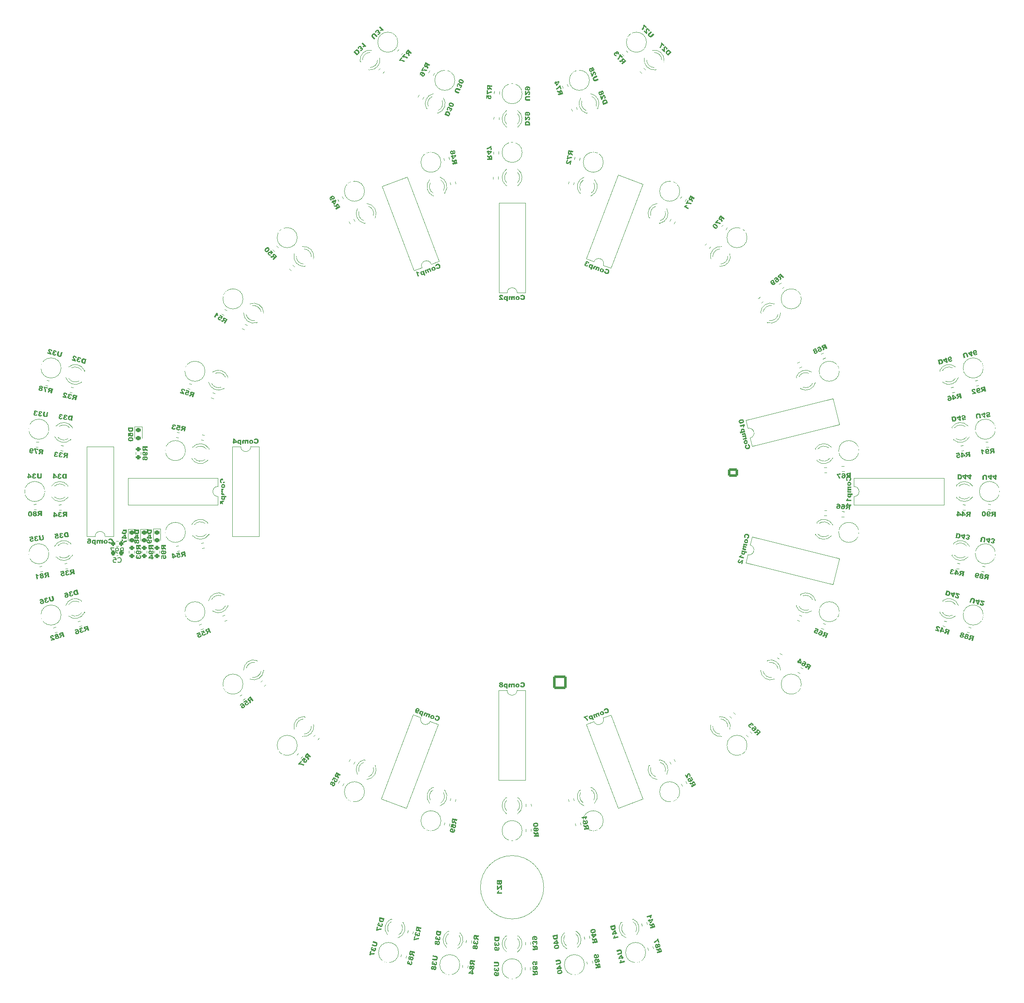
<source format=gbr>
%TF.GenerationSoftware,KiCad,Pcbnew,8.0.3*%
%TF.CreationDate,2024-10-15T17:05:12+09:00*%
%TF.ProjectId,Line-20240325,4c696e65-2d32-4303-9234-303332352e6b,rev?*%
%TF.SameCoordinates,Original*%
%TF.FileFunction,Legend,Bot*%
%TF.FilePolarity,Positive*%
%FSLAX46Y46*%
G04 Gerber Fmt 4.6, Leading zero omitted, Abs format (unit mm)*
G04 Created by KiCad (PCBNEW 8.0.3) date 2024-10-15 17:05:12*
%MOMM*%
%LPD*%
G01*
G04 APERTURE LIST*
G04 Aperture macros list*
%AMRoundRect*
0 Rectangle with rounded corners*
0 $1 Rounding radius*
0 $2 $3 $4 $5 $6 $7 $8 $9 X,Y pos of 4 corners*
0 Add a 4 corners polygon primitive as box body*
4,1,4,$2,$3,$4,$5,$6,$7,$8,$9,$2,$3,0*
0 Add four circle primitives for the rounded corners*
1,1,$1+$1,$2,$3*
1,1,$1+$1,$4,$5*
1,1,$1+$1,$6,$7*
1,1,$1+$1,$8,$9*
0 Add four rect primitives between the rounded corners*
20,1,$1+$1,$2,$3,$4,$5,0*
20,1,$1+$1,$4,$5,$6,$7,0*
20,1,$1+$1,$6,$7,$8,$9,0*
20,1,$1+$1,$8,$9,$2,$3,0*%
%AMHorizOval*
0 Thick line with rounded ends*
0 $1 width*
0 $2 $3 position (X,Y) of the first rounded end (center of the circle)*
0 $4 $5 position (X,Y) of the second rounded end (center of the circle)*
0 Add line between two ends*
20,1,$1,$2,$3,$4,$5,0*
0 Add two circle primitives to create the rounded ends*
1,1,$1,$2,$3*
1,1,$1,$4,$5*%
%AMRotRect*
0 Rectangle, with rotation*
0 The origin of the aperture is its center*
0 $1 length*
0 $2 width*
0 $3 Rotation angle, in degrees counterclockwise*
0 Add horizontal line*
21,1,$1,$2,0,0,$3*%
G04 Aperture macros list end*
%ADD10C,0.150000*%
%ADD11C,0.120000*%
%ADD12R,2.000000X2.000000*%
%ADD13C,2.000000*%
%ADD14RoundRect,0.250001X-1.099999X-1.099999X1.099999X-1.099999X1.099999X1.099999X-1.099999X1.099999X0*%
%ADD15C,2.700000*%
%ADD16RoundRect,0.250000X-0.725000X0.600000X-0.725000X-0.600000X0.725000X-0.600000X0.725000X0.600000X0*%
%ADD17O,1.950000X1.700000*%
%ADD18RoundRect,0.200000X-0.339001X-0.026517X-0.079222X-0.330679X0.339001X0.026517X0.079222X0.330679X0*%
%ADD19RotRect,1.800000X1.800000X135.000000*%
%ADD20C,1.800000*%
%ADD21RoundRect,0.200000X-0.151072X-0.304635X0.243268X-0.237583X0.151072X0.304635X-0.243268X0.237583X0*%
%ADD22RotRect,1.400000X1.400000X186.923077*%
%ADD23C,1.400000*%
%ADD24RotRect,1.400000X1.400000X112.500000*%
%ADD25RotRect,1.400000X1.400000X34.615384*%
%ADD26RotRect,1.400000X1.400000X103.846154*%
%ADD27RoundRect,0.200000X-0.304238X0.151869X-0.238219X-0.242645X0.304238X-0.151869X0.238219X0.242645X0*%
%ADD28RoundRect,0.200000X0.315003X0.128054X-0.024770X0.339133X-0.315003X-0.128054X0.024770X-0.339133X0*%
%ADD29RoundRect,0.200000X0.339001X0.026517X0.079222X0.330679X-0.339001X-0.026517X-0.079222X-0.330679X0*%
%ADD30RotRect,1.400000X1.400000X173.076923*%
%ADD31RoundRect,0.200000X0.073466X0.332006X-0.293218X0.172186X-0.073466X-0.332006X0.293218X-0.172186X0*%
%ADD32RotRect,1.600000X1.600000X159.230769*%
%ADD33HorizOval,1.600000X0.000000X0.000000X0.000000X0.000000X0*%
%ADD34RoundRect,0.200000X0.225437X0.254565X-0.172722X0.292903X-0.225437X-0.254565X0.172722X-0.292903X0*%
%ADD35RoundRect,0.200000X0.171954X0.293354X-0.226102X0.253974X-0.171954X-0.293354X0.226102X-0.253974X0*%
%ADD36RoundRect,0.200000X0.336499X0.048926X0.057132X0.335203X-0.336499X-0.048926X-0.057132X-0.335203X0*%
%ADD37RoundRect,0.200000X-0.172722X-0.292903X0.225437X-0.254565X0.172722X0.292903X-0.225437X0.254565X0*%
%ADD38RoundRect,0.200000X-0.257318X-0.222289X0.132193X-0.313289X0.257318X0.222289X-0.132193X0.313289X0*%
%ADD39RoundRect,0.200000X0.180632X0.288092X-0.218423X0.260608X-0.180632X-0.288092X0.218423X-0.260608X0*%
%ADD40RotRect,1.800000X1.800000X76.153845*%
%ADD41RotRect,1.800000X1.800000X339.230768*%
%ADD42RoundRect,0.200000X-0.315115X-0.127780X0.024474X-0.339155X0.315115X0.127780X-0.024474X0.339155X0*%
%ADD43RotRect,1.800000X1.800000X325.384615*%
%ADD44RotRect,1.400000X1.400000X277.500000*%
%ADD45RoundRect,0.200000X-0.089284X0.328106X-0.339653X0.016152X0.089284X-0.328106X0.339653X-0.016152X0*%
%ADD46RotRect,1.800000X1.800000X195.000000*%
%ADD47RoundRect,0.200000X0.314476X0.129343X-0.026158X0.339029X-0.314476X-0.129343X0.026158X-0.339029X0*%
%ADD48RotRect,1.400000X1.400000X345.000000*%
%ADD49RoundRect,0.200000X-0.152665X-0.303839X0.242021X-0.238853X0.152665X0.303839X-0.242021X0.238853X0*%
%ADD50RotRect,1.800000X1.800000X285.000000*%
%ADD51RotRect,1.400000X1.400000X187.500000*%
%ADD52R,1.600000X1.600000*%
%ADD53O,1.600000X1.600000*%
%ADD54RotRect,1.400000X1.400000X325.384615*%
%ADD55RoundRect,0.200000X0.338564X-0.031617X0.134393X0.312352X-0.338564X0.031617X-0.134393X-0.312352X0*%
%ADD56RoundRect,0.200000X0.110859X0.321458X-0.271663X0.204509X-0.110859X-0.321458X0.271663X-0.204509X0*%
%ADD57RoundRect,0.200000X-0.338398X0.033343X-0.135985X-0.311662X0.338398X-0.033343X0.135985X0.311662X0*%
%ADD58RoundRect,0.200000X0.231351X-0.249202X0.308360X0.143315X-0.231351X0.249202X-0.308360X-0.143315X0*%
%ADD59RotRect,1.400000X1.400000X159.230769*%
%ADD60RotRect,1.400000X1.400000X195.000000*%
%ADD61RotRect,1.400000X1.400000X353.076922*%
%ADD62RoundRect,0.200000X0.275000X-0.200000X0.275000X0.200000X-0.275000X0.200000X-0.275000X-0.200000X0*%
%ADD63RotRect,1.800000X1.800000X186.923077*%
%ADD64RotRect,1.400000X1.400000X339.230768*%
%ADD65RotRect,1.800000X1.800000X67.500000*%
%ADD66RoundRect,0.200000X0.323344X-0.105232X0.199737X0.275191X-0.323344X0.105232X-0.199737X-0.275191X0*%
%ADD67RoundRect,0.200000X-0.232453X0.248175X-0.307722X-0.144680X0.232453X-0.248175X0.307722X0.144680X0*%
%ADD68RoundRect,0.200000X0.009423X-0.339906X0.326274X-0.095763X-0.009423X0.339906X-0.326274X0.095763X0*%
%ADD69RoundRect,0.200000X-0.154229X0.303049X-0.335825X-0.053354X0.154229X-0.303049X0.335825X0.053354X0*%
%ADD70RoundRect,0.200000X0.285090X-0.185334X0.264156X0.214118X-0.285090X0.185334X-0.264156X-0.214118X0*%
%ADD71RotRect,1.800000X1.800000X352.500000*%
%ADD72RotRect,1.800000X1.800000X297.692307*%
%ADD73RotRect,1.400000X1.400000X62.307691*%
%ADD74RoundRect,0.200000X-0.281812X0.190281X-0.267853X-0.209476X0.281812X-0.190281X0.267853X0.209476X0*%
%ADD75RotRect,1.800000X1.800000X311.538461*%
%ADD76R,1.800000X1.800000*%
%ADD77RoundRect,0.200000X-0.218346X-0.260672X0.180717X-0.288039X0.218346X0.260672X-0.180717X0.288039X0*%
%ADD78RotRect,1.800000X1.800000X200.769230*%
%ADD79RoundRect,0.225000X-0.225000X-0.250000X0.225000X-0.250000X0.225000X0.250000X-0.225000X0.250000X0*%
%ADD80RoundRect,0.200000X0.132193X0.313289X-0.257318X0.222289X-0.132193X-0.313289X0.257318X-0.222289X0*%
%ADD81RotRect,1.800000X1.800000X112.500000*%
%ADD82RoundRect,0.200000X-0.271663X-0.204509X0.110859X-0.321458X0.271663X0.204509X-0.110859X0.321458X0*%
%ADD83R,1.400000X1.400000*%
%ADD84RotRect,1.400000X1.400000X172.500000*%
%ADD85RotRect,1.800000X1.800000X173.076923*%
%ADD86RotRect,1.400000X1.400000X256.153846*%
%ADD87RoundRect,0.200000X0.079222X-0.330679X0.339001X-0.026517X-0.079222X0.330679X-0.339001X0.026517X0*%
%ADD88RotRect,1.800000X1.800000X159.230769*%
%ADD89RotRect,1.800000X1.800000X20.769230*%
%ADD90RoundRect,0.200000X0.336292X0.050326X0.055737X0.335438X-0.336292X-0.050326X-0.055737X-0.335438X0*%
%ADD91RoundRect,0.200000X0.281313X-0.191018X0.268400X0.208774X-0.281313X0.191018X-0.268400X-0.208774X0*%
%ADD92RotRect,1.400000X1.400000X311.538461*%
%ADD93RotRect,1.400000X1.400000X228.461538*%
%ADD94RoundRect,0.200000X-0.073756X-0.331941X0.293068X-0.172442X0.073756X0.331941X-0.293068X0.172442X0*%
%ADD95RotRect,1.400000X1.400000X67.500000*%
%ADD96RotRect,1.800000X1.800000X7.500000*%
%ADD97RotRect,1.800000X1.800000X15.000000*%
%ADD98RoundRect,0.200000X0.151869X0.304238X-0.242645X0.238219X-0.151869X-0.304238X0.242645X-0.238219X0*%
%ADD99RotRect,1.800000X1.800000X45.000000*%
%ADD100RoundRect,0.200000X-0.134393X0.312352X-0.338564X-0.031617X0.134393X-0.312352X0.338564X0.031617X0*%
%ADD101RotRect,1.400000X1.400000X76.153845*%
%ADD102RoundRect,0.200000X0.088997X-0.328184X0.339639X-0.016448X-0.088997X0.328184X-0.339639X0.016448X0*%
%ADD103RotRect,1.400000X1.400000X283.846153*%
%ADD104RotRect,1.400000X1.400000X165.000000*%
%ADD105C,1.500000*%
%ADD106RotRect,1.400000X1.400000X131.538461*%
%ADD107RotRect,1.800000X1.800000X262.500000*%
%ADD108RotRect,1.800000X1.800000X48.461537*%
%ADD109RoundRect,0.200000X0.154229X-0.303049X0.335825X0.053354X-0.154229X0.303049X-0.335825X-0.053354X0*%
%ADD110RotRect,1.400000X1.400000X20.769230*%
%ADD111RoundRect,0.218750X-0.256250X0.218750X-0.256250X-0.218750X0.256250X-0.218750X0.256250X0.218750X0*%
%ADD112RoundRect,0.200000X0.256736X0.222962X-0.133012X0.312942X-0.256736X-0.222962X0.133012X-0.312942X0*%
%ADD113RoundRect,0.200000X-0.285090X0.185334X-0.264156X-0.214118X0.285090X-0.185334X0.264156X0.214118X0*%
%ADD114RoundRect,0.200000X0.007849X-0.339946X0.325827X-0.097273X-0.007849X0.339946X-0.325827X0.097273X0*%
%ADD115RotRect,1.800000X1.800000X145.384615*%
%ADD116RoundRect,0.200000X0.258460X-0.220960X0.289844X0.177807X-0.258460X0.220960X-0.289844X-0.177807X0*%
%ADD117RoundRect,0.200000X-0.209476X-0.267853X0.190281X-0.281812X0.209476X0.267853X-0.190281X0.281812X0*%
%ADD118RotRect,1.600000X1.600000X256.153846*%
%ADD119HorizOval,1.600000X0.000000X0.000000X0.000000X0.000000X0*%
%ADD120RoundRect,0.200000X0.134393X-0.312352X0.338564X0.031617X-0.134393X0.312352X-0.338564X-0.031617X0*%
%ADD121RotRect,1.400000X1.400000X6.923076*%
%ADD122RotRect,1.800000X1.800000X172.500000*%
%ADD123RoundRect,0.200000X0.190281X0.281812X-0.209476X0.267853X-0.190281X-0.281812X0.209476X-0.267853X0*%
%ADD124RotRect,1.400000X1.400000X297.692307*%
%ADD125RotRect,1.400000X1.400000X255.000000*%
%ADD126RoundRect,0.200000X-0.079222X0.330679X-0.339001X0.026517X0.079222X-0.330679X0.339001X-0.026517X0*%
%ADD127RoundRect,0.200000X-0.254565X0.225437X-0.292903X-0.172722X0.254565X-0.225437X0.292903X0.172722X0*%
%ADD128RoundRect,0.200000X0.284279X-0.186576X0.265088X0.212964X-0.284279X0.186576X-0.265088X-0.212964X0*%
%ADD129RotRect,1.800000X1.800000X255.000000*%
%ADD130RoundRect,0.200000X-0.307722X0.144680X-0.232453X-0.248175X0.307722X-0.144680X0.232453X0.248175X0*%
%ADD131RotRect,1.400000X1.400000X117.692308*%
%ADD132RoundRect,0.200000X-0.338564X0.031617X-0.134393X-0.312352X0.338564X-0.031617X0.134393X0.312352X0*%
%ADD133RoundRect,0.200000X0.138428X-0.310584X0.338126X0.036000X-0.138428X0.310584X-0.338126X-0.036000X0*%
%ADD134RoundRect,0.200000X0.242021X0.238853X-0.152665X0.303839X-0.242021X-0.238853X0.152665X-0.303839X0*%
%ADD135RoundRect,0.200000X-0.180717X-0.288039X0.218346X-0.260672X0.180717X0.288039X-0.218346X0.260672X0*%
%ADD136RoundRect,0.200000X-0.242645X-0.238219X0.151869X-0.304238X0.242645X0.238219X-0.151869X0.304238X0*%
%ADD137RoundRect,0.200000X-0.314476X-0.129343X0.026158X-0.339029X0.314476X0.129343X-0.026158X0.339029X0*%
%ADD138RotRect,1.600000X1.600000X339.230769*%
%ADD139HorizOval,1.600000X0.000000X0.000000X0.000000X0.000000X0*%
%ADD140RotRect,1.800000X1.800000X283.846153*%
%ADD141RoundRect,0.200000X0.072195X0.332284X-0.293875X0.171063X-0.072195X-0.332284X0.293875X-0.171063X0*%
%ADD142RoundRect,0.200000X-0.284116X0.186824X-0.265273X-0.212732X0.284116X-0.186824X0.265273X0.212732X0*%
%ADD143RoundRect,0.200000X0.232453X-0.248175X0.307722X0.144680X-0.232453X0.248175X-0.307722X-0.144680X0*%
%ADD144RotRect,1.800000X1.800000X214.615384*%
%ADD145RoundRect,0.200000X0.321167X-0.111700X0.205220X0.271127X-0.321167X0.111700X-0.205220X-0.271127X0*%
%ADD146RoundRect,0.200000X-0.136528X0.311424X-0.338339X-0.033934X0.136528X-0.311424X0.338339X0.033934X0*%
%ADD147RotRect,1.800000X1.800000X242.307692*%
%ADD148RotRect,1.600000X1.600000X20.769231*%
%ADD149HorizOval,1.600000X0.000000X0.000000X0.000000X0.000000X0*%
%ADD150RotRect,1.400000X1.400000X214.615384*%
%ADD151RoundRect,0.200000X0.303839X-0.152665X0.238853X0.242021X-0.303839X0.152665X-0.238853X-0.242021X0*%
%ADD152RotRect,1.400000X1.400000X269.999999*%
%ADD153RoundRect,0.200000X0.338427X-0.033048X0.135712X0.311781X-0.338427X0.033048X-0.135712X-0.311781X0*%
%ADD154RoundRect,0.200000X0.090494X-0.327774X0.339710X-0.014898X-0.090494X0.327774X-0.339710X0.014898X0*%
%ADD155RotRect,1.400000X1.400000X135.000000*%
%ADD156RoundRect,0.200000X-0.008145X0.339939X-0.325911X0.096989X0.008145X-0.339939X0.325911X-0.096989X0*%
%ADD157RotRect,1.800000X1.800000X62.307691*%
%ADD158RoundRect,0.200000X-0.336541X-0.048632X-0.057425X-0.335153X0.336541X0.048632X0.057425X0.335153X0*%
%ADD159RoundRect,0.200000X-0.308485X0.143046X-0.231134X-0.249404X0.308485X-0.143046X0.231134X0.249404X0*%
%ADD160RoundRect,0.200000X0.308610X-0.142777X0.230916X0.249605X-0.308610X0.142777X-0.230916X-0.249605X0*%
%ADD161RotRect,1.400000X1.400000X15.000000*%
%ADD162RoundRect,0.200000X0.292767X0.172953X-0.074335X0.331812X-0.292767X-0.172953X0.074335X-0.331812X0*%
%ADD163RotRect,1.800000X1.800000X103.846154*%
%ADD164RotRect,1.400000X1.400000X7.500000*%
%ADD165RotRect,1.400000X1.400000X48.461537*%
%ADD166RoundRect,0.200000X-0.009423X0.339906X-0.326274X0.095763X0.009423X-0.339906X0.326274X-0.095763X0*%
%ADD167RoundRect,0.200000X-0.226102X-0.253974X0.171954X-0.293354X0.226102X0.253974X-0.171954X0.293354X0*%
%ADD168RotRect,1.400000X1.400000X45.000000*%
%ADD169RoundRect,0.200000X0.274384X0.200844X-0.106533X0.322917X-0.274384X-0.200844X0.106533X-0.322917X0*%
%ADD170RotRect,1.800000X1.800000X187.500000*%
%ADD171RoundRect,0.200000X-0.191018X-0.281313X0.208774X-0.268400X0.191018X0.281313X-0.208774X0.268400X0*%
%ADD172RoundRect,0.200000X0.307722X-0.144680X0.232453X0.248175X-0.307722X0.144680X-0.232453X-0.248175X0*%
%ADD173RoundRect,0.200000X-0.243061X-0.237795X0.151338X-0.304503X0.243061X0.237795X-0.151338X0.304503X0*%
%ADD174RoundRect,0.200000X-0.111700X-0.321167X0.271127X-0.205220X0.111700X0.321167X-0.271127X0.205220X0*%
%ADD175RoundRect,0.200000X0.208774X0.268400X-0.191018X0.281313X-0.208774X-0.268400X0.191018X-0.281313X0*%
%ADD176RotRect,1.400000X1.400000X285.000000*%
%ADD177RoundRect,0.200000X0.253974X-0.226102X0.293354X0.171954X-0.253974X0.226102X-0.293354X-0.171954X0*%
%ADD178RotRect,1.400000X1.400000X145.384615*%
%ADD179RoundRect,0.200000X0.149618X0.305351X-0.244398X0.236421X-0.149618X-0.305351X0.244398X-0.236421X0*%
%ADD180RoundRect,0.200000X-0.072195X-0.332284X0.293875X-0.171063X0.072195X0.332284X-0.293875X0.171063X0*%
%ADD181RotRect,1.600000X1.600000X283.846154*%
%ADD182HorizOval,1.600000X0.000000X0.000000X0.000000X0.000000X0*%
%ADD183RotRect,1.800000X1.800000X228.461538*%
%ADD184RotRect,1.800000X1.800000X269.999999*%
%ADD185RoundRect,0.200000X-0.222962X0.256736X-0.312942X-0.133012X0.222962X-0.256736X0.312942X0.133012X0*%
%ADD186RoundRect,0.200000X-0.275365X-0.199497X0.104949X-0.323436X0.275365X0.199497X-0.104949X0.323436X0*%
%ADD187RotRect,1.800000X1.800000X6.923076*%
%ADD188RoundRect,0.200000X-0.231568X0.249000X-0.308235X-0.143584X0.231568X-0.249000X0.308235X0.143584X0*%
%ADD189RoundRect,0.200000X-0.133012X-0.312942X0.256736X-0.222962X0.133012X0.312942X-0.256736X0.222962X0*%
%ADD190RoundRect,0.200000X0.222289X-0.257318X0.313289X0.132193X-0.222289X0.257318X-0.313289X-0.132193X0*%
%ADD191RotRect,1.800000X1.800000X34.615384*%
%ADD192RotRect,1.600000X1.600000X200.769231*%
%ADD193HorizOval,1.600000X0.000000X0.000000X0.000000X0.000000X0*%
%ADD194RotRect,1.400000X1.400000X352.500000*%
%ADD195RotRect,1.800000X1.800000X256.153846*%
%ADD196RoundRect,0.200000X0.271127X0.205220X-0.111700X0.321167X-0.271127X-0.205220X0.111700X-0.321167X0*%
%ADD197RotRect,1.800000X1.800000X353.076922*%
%ADD198RotRect,1.400000X1.400000X200.769230*%
%ADD199RoundRect,0.200000X-0.258460X0.220960X-0.289844X-0.177807X0.258460X-0.220960X0.289844X0.177807X0*%
%ADD200RotRect,1.400000X1.400000X262.500000*%
%ADD201RoundRect,0.200000X-0.293875X-0.171063X0.072195X-0.332284X0.293875X0.171063X-0.072195X0.332284X0*%
%ADD202RotRect,1.800000X1.800000X277.500000*%
%ADD203RoundRect,0.200000X-0.200000X-0.275000X0.200000X-0.275000X0.200000X0.275000X-0.200000X0.275000X0*%
%ADD204RotRect,1.800000X1.800000X117.692308*%
%ADD205RotRect,1.800000X1.800000X131.538461*%
%ADD206RotRect,1.800000X1.800000X165.000000*%
%ADD207RotRect,1.400000X1.400000X242.307692*%
%ADD208RoundRect,0.200000X-0.321458X0.110859X-0.204509X-0.271663X0.321458X-0.110859X0.204509X0.271663X0*%
%ADD209RoundRect,0.200000X-0.336292X-0.050326X-0.055737X-0.335438X0.336292X0.050326X0.055737X0.335438X0*%
%ADD210RotRect,1.800000X1.800000X345.000000*%
%ADD211RoundRect,0.200000X-0.323344X0.105232X-0.199737X-0.275191X0.323344X-0.105232X0.199737X0.275191X0*%
%ADD212RoundRect,0.200000X0.218332X0.260684X-0.180732X0.288029X-0.218332X-0.260684X0.180732X-0.288029X0*%
%ADD213RoundRect,0.200000X0.244398X0.236421X-0.149618X0.305351X-0.244398X-0.236421X0.149618X-0.305351X0*%
%ADD214RoundRect,0.200000X-0.090494X0.327774X-0.339710X0.014898X0.090494X-0.327774X0.339710X-0.014898X0*%
G04 APERTURE END LIST*
D10*
G36*
X22150417Y86228777D02*
G01*
X22198739Y86205743D01*
X22207370Y86200237D01*
X22248673Y86168903D01*
X22288773Y86132042D01*
X22326475Y86092831D01*
X22360734Y86054055D01*
X22697491Y85659764D01*
X21936766Y85010044D01*
X21733887Y85247584D01*
X22042932Y85511533D01*
X22025007Y85532520D01*
X22002629Y85553698D01*
X21957873Y85575397D01*
X21913152Y85576644D01*
X21862542Y85568174D01*
X21521967Y85495711D01*
X21293550Y85763153D01*
X21609858Y85835447D01*
X21636296Y85839908D01*
X21686169Y85843127D01*
X21710347Y85843682D01*
X21759228Y85840322D01*
X21794804Y85827345D01*
X21840307Y85802931D01*
X21834313Y85814575D01*
X21816939Y85853836D01*
X22046634Y85853836D01*
X22057173Y85804747D01*
X22072419Y85776715D01*
X22100387Y85733089D01*
X22185567Y85633356D01*
X22340090Y85765330D01*
X22251261Y85869335D01*
X22241019Y85880977D01*
X22202808Y85917307D01*
X22156228Y85940740D01*
X22124369Y85939942D01*
X22079623Y85916106D01*
X22070932Y85907780D01*
X22048110Y85863495D01*
X22046634Y85853836D01*
X21816939Y85853836D01*
X21813521Y85861559D01*
X21799490Y85911647D01*
X21795657Y85947279D01*
X21798045Y85999395D01*
X21810198Y86049916D01*
X21830524Y86094157D01*
X21860486Y86135471D01*
X21896086Y86170487D01*
X21909776Y86181637D01*
X21951725Y86209335D01*
X21999885Y86229991D01*
X22049677Y86239995D01*
X22099038Y86240015D01*
X22150417Y86228777D01*
G37*
G36*
X22019694Y86453361D02*
G01*
X21489259Y87074421D01*
X21346809Y86952757D01*
X21344284Y86899711D01*
X21339305Y86847821D01*
X21331871Y86797085D01*
X21321982Y86747506D01*
X21309638Y86699081D01*
X21304978Y86683197D01*
X21289282Y86635418D01*
X21271287Y86587998D01*
X21250994Y86540937D01*
X21228403Y86494234D01*
X21203515Y86447889D01*
X21176328Y86401903D01*
X21164810Y86383609D01*
X21135876Y86340472D01*
X21103228Y86296579D01*
X21066866Y86251931D01*
X21033727Y86214148D01*
X20998010Y86175840D01*
X20967579Y86144816D01*
X21148727Y85932719D01*
X21188622Y85978406D01*
X21225873Y86023380D01*
X21260480Y86067643D01*
X21292443Y86111193D01*
X21321763Y86154030D01*
X21348438Y86196156D01*
X21378065Y86247811D01*
X21393858Y86278270D01*
X21418070Y86330701D01*
X21440525Y86386916D01*
X21457223Y86434612D01*
X21472796Y86484730D01*
X21487244Y86537271D01*
X21500567Y86592233D01*
X21512766Y86649616D01*
X21518443Y86679217D01*
X21841400Y86301083D01*
X22019694Y86453361D01*
G37*
G36*
X21014856Y87172565D02*
G01*
X21220076Y86999978D01*
X21246146Y87041317D01*
X21268925Y87090131D01*
X21283481Y87139576D01*
X21289813Y87189651D01*
X21289301Y87225805D01*
X21280783Y87277395D01*
X21262375Y87330344D01*
X21238724Y87376809D01*
X21207807Y87424273D01*
X21176492Y87464589D01*
X21169623Y87472736D01*
X21129982Y87516469D01*
X21091162Y87553878D01*
X21053164Y87584962D01*
X21008652Y87613915D01*
X20958217Y87636184D01*
X20930120Y87643343D01*
X20876361Y87648018D01*
X20826235Y87641341D01*
X20779741Y87623313D01*
X20736880Y87593933D01*
X20703267Y87557432D01*
X20678967Y87510857D01*
X20673279Y87492396D01*
X20665901Y87440094D01*
X20668242Y87390830D01*
X20674885Y87352119D01*
X20632060Y87379536D01*
X20591172Y87397859D01*
X20541802Y87407713D01*
X20492198Y87406179D01*
X20477983Y87403649D01*
X20428940Y87386794D01*
X20384443Y87359481D01*
X20367595Y87345986D01*
X20332470Y87311184D01*
X20302940Y87271557D01*
X20279005Y87227105D01*
X20268125Y87200324D01*
X20254442Y87150453D01*
X20249420Y87099543D01*
X20253059Y87047596D01*
X20258823Y87018288D01*
X20274484Y86970335D01*
X20298746Y86920774D01*
X20327030Y86876088D01*
X20356514Y86836807D01*
X20373071Y86816827D01*
X20406034Y86779964D01*
X20443313Y86742715D01*
X20484363Y86707738D01*
X20528562Y86678070D01*
X20538099Y86672870D01*
X20586055Y86652191D01*
X20634837Y86639433D01*
X20684445Y86634595D01*
X20694466Y86634577D01*
X20745507Y86639256D01*
X20798222Y86651450D01*
X20847097Y86668850D01*
X20863690Y86676003D01*
X20705812Y86908616D01*
X20660536Y86889474D01*
X20612236Y86882160D01*
X20598185Y86883824D01*
X20552182Y86903932D01*
X20520148Y86933449D01*
X20495117Y86975895D01*
X20488637Y87026461D01*
X20488925Y87029803D01*
X20503535Y87077785D01*
X20534588Y87117832D01*
X20543430Y87125819D01*
X20584428Y87152989D01*
X20631993Y87165063D01*
X20644724Y87164795D01*
X20693000Y87150298D01*
X20733328Y87117035D01*
X20735846Y87114140D01*
X20764229Y87071506D01*
X20782809Y87035085D01*
X20930201Y87179920D01*
X20904338Y87205690D01*
X20877333Y87248873D01*
X20867698Y87294847D01*
X20877773Y87343948D01*
X20897792Y87369050D01*
X20943799Y87389593D01*
X20963447Y87388830D01*
X21008458Y87368298D01*
X21030477Y87346827D01*
X21056189Y87303157D01*
X21061650Y87267455D01*
X21047945Y87220093D01*
X21020406Y87179213D01*
X21014856Y87172565D01*
G37*
G36*
X31145316Y87914256D02*
G01*
X31193951Y87905697D01*
X31242287Y87890279D01*
X31258444Y87883443D01*
X31302465Y87859796D01*
X31347846Y87828269D01*
X31388670Y87794219D01*
X31424491Y87760232D01*
X31751423Y87433300D01*
X31044020Y86725897D01*
X30717088Y87052829D01*
X30695269Y87076009D01*
X30663291Y87115127D01*
X30632214Y87159464D01*
X30605348Y87203256D01*
X30600606Y87211715D01*
X30581004Y87256500D01*
X30568250Y87305435D01*
X30565766Y87327759D01*
X30847056Y87327759D01*
X30852490Y87278383D01*
X30871020Y87241961D01*
X30901448Y87202387D01*
X30935907Y87165606D01*
X30989791Y87111722D01*
X31365598Y87487529D01*
X31310678Y87542450D01*
X31284165Y87566990D01*
X31242586Y87597202D01*
X31197048Y87617876D01*
X31147989Y87624312D01*
X31138214Y87623488D01*
X31091119Y87609526D01*
X31044990Y87583032D01*
X31001334Y87548976D01*
X30961467Y87511708D01*
X30951391Y87501502D01*
X30915943Y87462946D01*
X30882562Y87419850D01*
X30858534Y87375616D01*
X30847056Y87327759D01*
X30565766Y87327759D01*
X30562344Y87358518D01*
X30562139Y87386147D01*
X30566722Y87435857D01*
X30577670Y87485541D01*
X30594985Y87535196D01*
X30611359Y87569295D01*
X30637306Y87611287D01*
X30670625Y87655659D01*
X30705052Y87695586D01*
X30744894Y87737262D01*
X30772370Y87763512D01*
X30810063Y87795754D01*
X30853913Y87828259D01*
X30899293Y87856774D01*
X30925114Y87870647D01*
X30972250Y87891007D01*
X31020233Y87905438D01*
X31069063Y87913940D01*
X31096379Y87915958D01*
X31145316Y87914256D01*
G37*
G36*
X29730420Y88039497D02*
G01*
X30324010Y87445907D01*
X30355977Y87490757D01*
X30382969Y87538566D01*
X30404987Y87589333D01*
X30422029Y87643059D01*
X30429533Y87675088D01*
X30437271Y87728047D01*
X30440203Y87778386D01*
X30439939Y87834366D01*
X30437426Y87883212D01*
X30432869Y87935669D01*
X30426265Y87991736D01*
X30417617Y88051414D01*
X30409938Y88104598D01*
X30403834Y88158327D01*
X30400623Y88208763D01*
X30402764Y88259006D01*
X30415451Y88306651D01*
X30440932Y88345877D01*
X30484193Y88372212D01*
X30519686Y88376619D01*
X30568921Y88363971D01*
X30602757Y88338796D01*
X30631124Y88298167D01*
X30640234Y88252271D01*
X30628260Y88202192D01*
X30601905Y88155298D01*
X30586523Y88133967D01*
X30801196Y87952108D01*
X30829867Y87992906D01*
X30856056Y88037489D01*
X30877133Y88085037D01*
X30888412Y88124986D01*
X30893614Y88174005D01*
X30889573Y88223699D01*
X30876289Y88274067D01*
X30872524Y88284221D01*
X30849322Y88331634D01*
X30819592Y88376232D01*
X30786548Y88417151D01*
X30753002Y88453631D01*
X30740749Y88466080D01*
X30702433Y88502745D01*
X30659756Y88539320D01*
X30619261Y88569218D01*
X30575653Y88595210D01*
X30554918Y88604936D01*
X30503969Y88621849D01*
X30453021Y88628980D01*
X30402073Y88626328D01*
X30391883Y88624624D01*
X30342935Y88610831D01*
X30298204Y88588235D01*
X30257689Y88556834D01*
X30250092Y88549497D01*
X30217701Y88511068D01*
X30192223Y88467475D01*
X30173657Y88418718D01*
X30166330Y88389399D01*
X30159497Y88336605D01*
X30158743Y88282849D01*
X30161977Y88231154D01*
X30168793Y88174275D01*
X30177210Y88122914D01*
X30186791Y88071526D01*
X30195236Y88022448D01*
X30200353Y87986131D01*
X30203890Y87936974D01*
X30205188Y87896324D01*
X29896218Y88205295D01*
X29730420Y88039497D01*
G37*
G36*
X30353715Y88831008D02*
G01*
X29776187Y89408536D01*
X29643722Y89276070D01*
X29645367Y89222990D01*
X29644475Y89170868D01*
X29641044Y89119706D01*
X29635076Y89069504D01*
X29626569Y89020260D01*
X29623170Y89004059D01*
X29611270Y88955196D01*
X29597052Y88906510D01*
X29580514Y88858002D01*
X29561657Y88809670D01*
X29540481Y88761516D01*
X29516986Y88713539D01*
X29506939Y88694397D01*
X29481478Y88649123D01*
X29452375Y88602804D01*
X29419628Y88555441D01*
X29389556Y88515174D01*
X29356955Y88474181D01*
X29329052Y88440865D01*
X29526282Y88243635D01*
X29562469Y88292311D01*
X29596077Y88340070D01*
X29627104Y88386911D01*
X29655552Y88432835D01*
X29681420Y88477841D01*
X29704709Y88521929D01*
X29730191Y88575750D01*
X29743546Y88607354D01*
X29763570Y88661522D01*
X29781545Y88719326D01*
X29794449Y88768185D01*
X29806042Y88819371D01*
X29816323Y88872883D01*
X29825293Y88928721D01*
X29832951Y88986885D01*
X29836289Y89016839D01*
X30187918Y88665210D01*
X30353715Y88831008D01*
G37*
G36*
X-64885035Y-12904215D02*
G01*
X-65193001Y-12956580D01*
X-65261129Y-12555910D01*
X-65288338Y-12560537D01*
X-65317995Y-12568889D01*
X-65359574Y-12596186D01*
X-65383578Y-12633940D01*
X-65402258Y-12681732D01*
X-65514692Y-13011278D01*
X-65861425Y-13070235D01*
X-65761290Y-12761609D01*
X-65751562Y-12736624D01*
X-65728752Y-12692157D01*
X-65716830Y-12671115D01*
X-65688879Y-12630873D01*
X-65659495Y-12606985D01*
X-65615202Y-12580439D01*
X-65628272Y-12579615D01*
X-65679270Y-12573372D01*
X-65729467Y-12559733D01*
X-65762023Y-12544752D01*
X-65805541Y-12515977D01*
X-65842681Y-12479636D01*
X-65870240Y-12439500D01*
X-65890344Y-12392592D01*
X-65902151Y-12344072D01*
X-65904703Y-12326602D01*
X-65905139Y-12316949D01*
X-65589645Y-12316949D01*
X-65586953Y-12328679D01*
X-65560637Y-12370981D01*
X-65553101Y-12377202D01*
X-65505554Y-12393326D01*
X-65473670Y-12394612D01*
X-65421875Y-12392972D01*
X-65292573Y-12370986D01*
X-65326637Y-12170651D01*
X-65461477Y-12193579D01*
X-65476724Y-12196402D01*
X-65527508Y-12210577D01*
X-65571511Y-12238550D01*
X-65587163Y-12266310D01*
X-65589645Y-12316949D01*
X-65905139Y-12316949D01*
X-65906971Y-12276385D01*
X-65900008Y-12224447D01*
X-65883064Y-12176570D01*
X-65857769Y-12134182D01*
X-65821774Y-12095835D01*
X-65777220Y-12066162D01*
X-65768068Y-12061576D01*
X-65719987Y-12042184D01*
X-65667778Y-12026660D01*
X-65614782Y-12014399D01*
X-65563925Y-12004872D01*
X-65052734Y-11917952D01*
X-64885035Y-12904215D01*
G37*
G36*
X-66188526Y-12111076D02*
G01*
X-66843466Y-12222439D01*
X-66804161Y-12453594D01*
X-66360632Y-12378179D01*
X-66313088Y-12513541D01*
X-66362339Y-12500733D01*
X-66410083Y-12493862D01*
X-66459218Y-12492745D01*
X-66501181Y-12497212D01*
X-66554559Y-12509520D01*
X-66602907Y-12527435D01*
X-66646225Y-12550957D01*
X-66690406Y-12585488D01*
X-66727741Y-12627650D01*
X-66756935Y-12675103D01*
X-66776481Y-12725468D01*
X-66786381Y-12778745D01*
X-66786632Y-12834934D01*
X-66782445Y-12868349D01*
X-66769635Y-12920749D01*
X-66749446Y-12970680D01*
X-66721876Y-13018140D01*
X-66703371Y-13043440D01*
X-66670003Y-13080317D01*
X-66627545Y-13114600D01*
X-66579876Y-13141256D01*
X-66545203Y-13154790D01*
X-66494871Y-13167042D01*
X-66439381Y-13172472D01*
X-66386597Y-13171626D01*
X-66329864Y-13165556D01*
X-66312929Y-13162863D01*
X-66260134Y-13152337D01*
X-66212269Y-13139554D01*
X-66164869Y-13122702D01*
X-66147613Y-13115181D01*
X-66104517Y-13092114D01*
X-66064010Y-13062848D01*
X-66038086Y-13038089D01*
X-66006891Y-12999505D01*
X-65980671Y-12955457D01*
X-65973160Y-12939099D01*
X-65957305Y-12892338D01*
X-65946878Y-12842776D01*
X-65942662Y-12811029D01*
X-66226401Y-12831032D01*
X-66232406Y-12880774D01*
X-66254327Y-12926247D01*
X-66258196Y-12931078D01*
X-66297707Y-12962927D01*
X-66341724Y-12977488D01*
X-66392741Y-12977344D01*
X-66437891Y-12958565D01*
X-66443467Y-12954653D01*
X-66476195Y-12917559D01*
X-66494785Y-12872154D01*
X-66500805Y-12844740D01*
X-66504719Y-12794520D01*
X-66495557Y-12746110D01*
X-66482495Y-12722211D01*
X-66445995Y-12688798D01*
X-66399421Y-12670514D01*
X-66387870Y-12668216D01*
X-66337773Y-12666763D01*
X-66307588Y-12672651D01*
X-66262268Y-12692953D01*
X-66238849Y-12708283D01*
X-66009241Y-12638025D01*
X-66188526Y-12111076D01*
G37*
G36*
X-66868253Y-12831408D02*
G01*
X-66829317Y-13060396D01*
X-67331840Y-13145842D01*
X-67303016Y-13315356D01*
X-67543321Y-13356217D01*
X-67572145Y-13186703D01*
X-67696872Y-13207911D01*
X-67736177Y-12976755D01*
X-67611449Y-12955547D01*
X-67671253Y-12603831D01*
X-67424000Y-12603831D01*
X-67371144Y-12914687D01*
X-67105797Y-12869569D01*
X-67424000Y-12603831D01*
X-67671253Y-12603831D01*
X-67713641Y-12354543D01*
X-67473336Y-12313683D01*
X-66868253Y-12831408D01*
G37*
G36*
X16991284Y82518226D02*
G01*
X16872487Y82805028D01*
X16322575Y82577248D01*
X16278184Y82556476D01*
X16232512Y82529317D01*
X16190684Y82497865D01*
X16178885Y82487591D01*
X16143073Y82450591D01*
X16113141Y82409366D01*
X16089091Y82363915D01*
X16084986Y82354318D01*
X16068585Y82306755D01*
X16058380Y82256249D01*
X16056385Y82207644D01*
X16061109Y82157984D01*
X16071427Y82105749D01*
X16085044Y82057933D01*
X16102943Y82008145D01*
X16108844Y81993559D01*
X16129913Y81945860D01*
X16152065Y81900758D01*
X16177072Y81853999D01*
X16179729Y81849231D01*
X16207139Y81804923D01*
X16239018Y81763818D01*
X16272707Y81730710D01*
X16313221Y81701591D01*
X16359284Y81677745D01*
X16393075Y81664776D01*
X16440317Y81652262D01*
X16489556Y81646566D01*
X16524912Y81647741D01*
X16578157Y81654716D01*
X16626480Y81664588D01*
X16674400Y81678953D01*
X16691866Y81685701D01*
X17241778Y81913481D01*
X17122980Y82200284D01*
X16561109Y81967549D01*
X16511122Y81952685D01*
X16460759Y81951522D01*
X16425841Y81960956D01*
X16381936Y81989264D01*
X16349866Y82030127D01*
X16334909Y82060497D01*
X16320269Y82109793D01*
X16319127Y82159595D01*
X16328425Y82194224D01*
X16356799Y82237985D01*
X16398358Y82270262D01*
X16429413Y82285491D01*
X16991284Y82518226D01*
G37*
G36*
X15575752Y83321404D02*
G01*
X15897000Y82545841D01*
X15943697Y82575044D01*
X15986930Y82608884D01*
X16026699Y82647361D01*
X16063004Y82690476D01*
X16082194Y82717195D01*
X16109609Y82763162D01*
X16131582Y82808546D01*
X16152761Y82860366D01*
X16169132Y82906456D01*
X16184996Y82956663D01*
X16200351Y83010990D01*
X16215198Y83069435D01*
X16228457Y83121509D01*
X16243379Y83173484D01*
X16259713Y83221309D01*
X16280919Y83266909D01*
X16310873Y83306072D01*
X16349425Y83332561D01*
X16399471Y83340336D01*
X16433949Y83330825D01*
X16474596Y83300299D01*
X16496223Y83264091D01*
X16506882Y83215699D01*
X16497735Y83169810D01*
X16467508Y83128126D01*
X16425214Y83094887D01*
X16402839Y83081067D01*
X16531577Y82830899D01*
X16573678Y82857619D01*
X16614935Y82888786D01*
X16652603Y82924650D01*
X16678312Y82957241D01*
X16701876Y83000538D01*
X16717160Y83047995D01*
X16724162Y83099613D01*
X16724569Y83110435D01*
X16721278Y83163117D01*
X16710878Y83215698D01*
X16696009Y83266147D01*
X16678977Y83312689D01*
X16672420Y83328879D01*
X16651051Y83377416D01*
X16625620Y83427539D01*
X16599649Y83470657D01*
X16569307Y83511359D01*
X16553872Y83528280D01*
X16513274Y83563402D01*
X16468933Y83589487D01*
X16420848Y83606535D01*
X16410782Y83608860D01*
X16360282Y83614848D01*
X16310308Y83611090D01*
X16260861Y83597584D01*
X16251034Y83593713D01*
X16206403Y83570604D01*
X16166181Y83540080D01*
X16130370Y83502139D01*
X16112381Y83477856D01*
X16085865Y83431695D01*
X16064596Y83382319D01*
X16047802Y83333322D01*
X16032332Y83278164D01*
X16020454Y83227492D01*
X16009640Y83176349D01*
X15998661Y83127775D01*
X15989490Y83092265D01*
X15973947Y83045496D01*
X15959590Y83007443D01*
X15792377Y83411133D01*
X15575752Y83321404D01*
G37*
G36*
X16090111Y84449407D02*
G01*
X16136313Y84427856D01*
X16175043Y84400724D01*
X16211758Y84364727D01*
X16246456Y84319865D01*
X16273832Y84275708D01*
X16299807Y84225395D01*
X16319579Y84180712D01*
X16335924Y84137435D01*
X16350492Y84087606D01*
X16360531Y84032369D01*
X16363080Y83980253D01*
X16358137Y83931259D01*
X16350164Y83897781D01*
X16329684Y83846173D01*
X16300897Y83803445D01*
X16263800Y83769597D01*
X16218396Y83744630D01*
X16183899Y83733133D01*
X16132260Y83726403D01*
X16080748Y83732292D01*
X16061661Y83737946D01*
X16015404Y83761052D01*
X15973838Y83791904D01*
X15973892Y83786158D01*
X15969806Y83731974D01*
X15957311Y83683756D01*
X15933854Y83637607D01*
X15931213Y83633781D01*
X15896882Y83595229D01*
X15857269Y83565809D01*
X15809653Y83541748D01*
X15793780Y83535591D01*
X15746076Y83522105D01*
X15692922Y83515888D01*
X15639612Y83518901D01*
X15623793Y83521656D01*
X15573303Y83537341D01*
X15526262Y83563026D01*
X15486874Y83594691D01*
X15465919Y83616597D01*
X15433024Y83660232D01*
X15404879Y83707080D01*
X15381230Y83753674D01*
X15358018Y83806213D01*
X15356004Y83811118D01*
X15337937Y83859895D01*
X15323642Y83908169D01*
X15320159Y83924258D01*
X15524317Y83924258D01*
X15533187Y83873483D01*
X15534468Y83870490D01*
X15563363Y83829453D01*
X15604809Y83802690D01*
X15614574Y83798893D01*
X15664723Y83792023D01*
X15713518Y83803834D01*
X15724424Y83808721D01*
X15766093Y83837475D01*
X15793882Y83879156D01*
X15804329Y83929087D01*
X15794539Y83977773D01*
X15793240Y83980807D01*
X15764070Y84022151D01*
X15722372Y84048604D01*
X15712622Y84052361D01*
X15662462Y84059060D01*
X15613531Y84047141D01*
X15606615Y84044108D01*
X15563432Y84014228D01*
X15535572Y83971758D01*
X15524317Y83924258D01*
X15320159Y83924258D01*
X15312273Y83960689D01*
X15307872Y83993212D01*
X15306298Y84045493D01*
X15313103Y84097182D01*
X15314647Y84102115D01*
X15954851Y84102115D01*
X15965970Y84054069D01*
X15985419Y84018280D01*
X16023163Y83983645D01*
X16048600Y83974163D01*
X16098776Y83979804D01*
X16121879Y83993435D01*
X16148680Y84034843D01*
X16152950Y84073552D01*
X16141139Y84121339D01*
X16122577Y84154670D01*
X16084951Y84187421D01*
X16059412Y84196711D01*
X16008979Y84190849D01*
X15987953Y84178861D01*
X15959473Y84136768D01*
X15954851Y84102115D01*
X15314647Y84102115D01*
X15323682Y84130986D01*
X15346111Y84175279D01*
X15375031Y84215097D01*
X15407155Y84248200D01*
X15447572Y84278249D01*
X15493313Y84301631D01*
X15539235Y84316393D01*
X15590276Y84323009D01*
X15641869Y84319545D01*
X15651286Y84317849D01*
X15702003Y84301765D01*
X15746529Y84277218D01*
X15785314Y84247042D01*
X15788886Y84264686D01*
X15803706Y84315653D01*
X15826907Y84362351D01*
X15842052Y84382819D01*
X15880332Y84419356D01*
X15926093Y84445205D01*
X15932624Y84447808D01*
X15984961Y84461329D01*
X16037457Y84461862D01*
X16090111Y84449407D01*
G37*
G36*
X16699222Y-88906473D02*
G01*
X16747054Y-88923542D01*
X16789376Y-88948948D01*
X16827628Y-88985044D01*
X16857184Y-89029675D01*
X16861747Y-89038840D01*
X16881012Y-89086971D01*
X16896400Y-89139221D01*
X16908522Y-89192249D01*
X16917916Y-89243131D01*
X17003498Y-89754547D01*
X16016799Y-89919664D01*
X15965241Y-89611561D01*
X16366087Y-89544482D01*
X16361532Y-89517262D01*
X16353257Y-89487583D01*
X16326069Y-89445932D01*
X16288378Y-89421829D01*
X16240635Y-89403025D01*
X16035288Y-89332364D01*
X16527941Y-89332364D01*
X16529445Y-89384163D01*
X16551093Y-89513523D01*
X16751516Y-89479984D01*
X16728941Y-89345084D01*
X16726158Y-89329830D01*
X16712116Y-89279009D01*
X16684259Y-89234932D01*
X16656539Y-89219208D01*
X16605908Y-89216594D01*
X16594170Y-89219254D01*
X16551800Y-89245459D01*
X16545559Y-89252979D01*
X16529310Y-89300484D01*
X16527941Y-89332364D01*
X16035288Y-89332364D01*
X15911384Y-89289728D01*
X15853335Y-88942842D01*
X16161699Y-89043785D01*
X16186658Y-89053578D01*
X16231065Y-89076504D01*
X16252075Y-89088481D01*
X16292245Y-89116537D01*
X16316055Y-89145984D01*
X16342485Y-89190346D01*
X16343344Y-89177279D01*
X16349720Y-89126297D01*
X16363490Y-89076136D01*
X16378556Y-89043620D01*
X16407446Y-89000177D01*
X16443883Y-88963132D01*
X16484092Y-88935678D01*
X16531052Y-88915697D01*
X16579602Y-88904018D01*
X16597079Y-88901511D01*
X16647301Y-88899375D01*
X16699222Y-88906473D01*
G37*
G36*
X16126595Y-88113336D02*
G01*
X16727864Y-88012718D01*
X16768096Y-88253129D01*
X16248789Y-88856854D01*
X16019699Y-88895191D01*
X15935569Y-88392447D01*
X15765980Y-88420826D01*
X15754755Y-88353747D01*
X16166826Y-88353747D01*
X16211250Y-88619212D01*
X16477819Y-88301705D01*
X16166826Y-88353747D01*
X15754755Y-88353747D01*
X15725749Y-88180415D01*
X15895338Y-88152035D01*
X15874456Y-88027252D01*
X16105714Y-87988553D01*
X16126595Y-88113336D01*
G37*
G36*
X16290536Y-87068600D02*
G01*
X16297981Y-87069218D01*
X16347328Y-87076122D01*
X16397800Y-87089530D01*
X16400753Y-87090554D01*
X16447688Y-87111736D01*
X16491149Y-87139781D01*
X16510769Y-87155884D01*
X16544437Y-87192541D01*
X16572321Y-87234168D01*
X16578783Y-87245808D01*
X16599685Y-87294506D01*
X16613523Y-87341381D01*
X16624425Y-87394586D01*
X16628280Y-87420320D01*
X16632943Y-87469733D01*
X16633055Y-87527646D01*
X16626816Y-87581277D01*
X16614226Y-87630626D01*
X16595284Y-87675694D01*
X16564170Y-87724123D01*
X16537532Y-87753132D01*
X16496085Y-87786154D01*
X16445584Y-87815575D01*
X16398663Y-87836521D01*
X16345948Y-87855163D01*
X16287438Y-87871501D01*
X16239752Y-87882243D01*
X16188807Y-87891689D01*
X16181687Y-87892860D01*
X16132741Y-87899787D01*
X16078726Y-87904972D01*
X16026761Y-87907245D01*
X15976848Y-87906605D01*
X15970788Y-87906318D01*
X15919510Y-87901757D01*
X15869416Y-87892506D01*
X15818864Y-87875590D01*
X15793198Y-87863319D01*
X15750929Y-87837040D01*
X15713713Y-87805370D01*
X15681550Y-87768310D01*
X15678303Y-87763837D01*
X15651846Y-87718786D01*
X15632510Y-87671496D01*
X15618819Y-87624523D01*
X15608141Y-87572330D01*
X15604036Y-87544821D01*
X15603765Y-87541853D01*
X15793228Y-87541853D01*
X15799469Y-87564320D01*
X15831415Y-87605304D01*
X15878168Y-87627685D01*
X15928889Y-87635836D01*
X15980716Y-87636341D01*
X16033757Y-87632708D01*
X16084037Y-87626816D01*
X16139841Y-87618317D01*
X16194830Y-87608354D01*
X16243866Y-87597863D01*
X16294851Y-87584577D01*
X16343500Y-87568117D01*
X16388904Y-87545436D01*
X16410094Y-87528730D01*
X16437918Y-87486181D01*
X16440991Y-87434940D01*
X16433113Y-87407690D01*
X16402789Y-87368512D01*
X16356690Y-87345534D01*
X16306039Y-87337371D01*
X16253240Y-87337029D01*
X16198648Y-87340921D01*
X16146573Y-87347114D01*
X16088513Y-87355990D01*
X16048592Y-87363039D01*
X15998694Y-87373145D01*
X15944810Y-87386543D01*
X15894645Y-87403538D01*
X15890902Y-87405110D01*
X15845981Y-87429311D01*
X15810202Y-87464225D01*
X15796571Y-87491882D01*
X15793228Y-87541853D01*
X15603765Y-87541853D01*
X15599251Y-87492411D01*
X15599692Y-87431786D01*
X15607270Y-87376594D01*
X15621984Y-87326833D01*
X15643834Y-87282505D01*
X15679474Y-87236481D01*
X15701304Y-87216011D01*
X15743896Y-87184531D01*
X15794245Y-87156347D01*
X15840111Y-87136174D01*
X15890942Y-87118111D01*
X15946738Y-87102157D01*
X16007500Y-87088313D01*
X16056329Y-87079315D01*
X16086126Y-87074773D01*
X16137912Y-87069028D01*
X16189242Y-87066083D01*
X16240117Y-87065941D01*
X16290536Y-87068600D01*
G37*
G36*
X58923097Y-34261470D02*
G01*
X58932990Y-34264100D01*
X58981850Y-34281435D01*
X59031239Y-34304403D01*
X59079055Y-34330336D01*
X59123458Y-34356900D01*
X59563912Y-34630526D01*
X59035993Y-35480314D01*
X58770642Y-35315468D01*
X58985109Y-34970242D01*
X58961665Y-34955678D01*
X58933919Y-34942282D01*
X58884691Y-34935175D01*
X58841696Y-34947545D01*
X58796038Y-34970962D01*
X58493465Y-35143276D01*
X58194711Y-34957680D01*
X58474211Y-34792884D01*
X58498052Y-34780617D01*
X58544600Y-34762428D01*
X58567472Y-34754568D01*
X58615071Y-34742949D01*
X58652907Y-34744529D01*
X58703670Y-34753997D01*
X58694428Y-34744719D01*
X58660369Y-34706251D01*
X58631812Y-34662775D01*
X58618807Y-34633277D01*
X58883328Y-34633277D01*
X58884850Y-34642930D01*
X58909777Y-34686513D01*
X58932804Y-34708602D01*
X58972683Y-34741695D01*
X59084094Y-34810906D01*
X59191327Y-34638293D01*
X59075145Y-34566117D01*
X59061855Y-34558129D01*
X59014428Y-34535094D01*
X58962936Y-34526888D01*
X58932819Y-34537308D01*
X58897406Y-34573589D01*
X58891649Y-34584158D01*
X58883328Y-34633277D01*
X58618807Y-34633277D01*
X58617355Y-34629983D01*
X58603829Y-34579595D01*
X58600093Y-34527768D01*
X58606048Y-34479446D01*
X58622073Y-34430993D01*
X58645380Y-34386831D01*
X58655045Y-34372055D01*
X58686621Y-34332942D01*
X58726251Y-34298656D01*
X58770666Y-34274026D01*
X58817697Y-34259040D01*
X58870065Y-34254171D01*
X58923097Y-34261470D01*
G37*
G36*
X58144511Y-33764271D02*
G01*
X58183413Y-33773594D01*
X58231322Y-33791727D01*
X58277592Y-33814640D01*
X58320922Y-33839934D01*
X58341972Y-33853589D01*
X58389757Y-33889770D01*
X58430631Y-33928873D01*
X58464592Y-33970899D01*
X58491642Y-34015847D01*
X58511780Y-34063718D01*
X58525005Y-34114512D01*
X58529302Y-34146389D01*
X58529682Y-34201953D01*
X58521586Y-34260563D01*
X58509005Y-34309644D01*
X58491000Y-34360674D01*
X58467569Y-34413653D01*
X58438714Y-34468582D01*
X58413512Y-34511057D01*
X58395195Y-34539635D01*
X58364350Y-34583742D01*
X58333109Y-34623447D01*
X58295096Y-34665283D01*
X58256513Y-34700780D01*
X58210778Y-34734182D01*
X58197594Y-34742173D01*
X58151510Y-34765775D01*
X58105519Y-34782583D01*
X58053071Y-34793473D01*
X58000745Y-34795489D01*
X57960707Y-34791038D01*
X57911872Y-34779186D01*
X57860750Y-34760163D01*
X57815111Y-34738149D01*
X57767793Y-34710865D01*
X57723882Y-34681275D01*
X57680418Y-34645971D01*
X57644121Y-34609081D01*
X57611853Y-34565684D01*
X57597750Y-34540614D01*
X57578731Y-34493782D01*
X57567898Y-34444758D01*
X57566941Y-34426234D01*
X57813758Y-34426234D01*
X57814198Y-34476023D01*
X57835116Y-34521150D01*
X57873209Y-34555526D01*
X57879559Y-34559285D01*
X57928605Y-34576550D01*
X57980159Y-34574523D01*
X58000621Y-34568170D01*
X58043217Y-34540241D01*
X58073994Y-34501700D01*
X58082451Y-34486921D01*
X58099031Y-34440366D01*
X58097430Y-34389456D01*
X58095569Y-34382938D01*
X58072640Y-34339504D01*
X58033876Y-34305693D01*
X58030851Y-34303858D01*
X57984355Y-34286359D01*
X57932471Y-34288415D01*
X57912994Y-34294915D01*
X57871435Y-34323819D01*
X57840146Y-34363901D01*
X57831367Y-34379132D01*
X57813758Y-34426234D01*
X57566941Y-34426234D01*
X57565251Y-34393540D01*
X57567221Y-34364634D01*
X57576772Y-34313929D01*
X57594045Y-34264927D01*
X57619039Y-34217628D01*
X57644084Y-34181619D01*
X57677521Y-34144327D01*
X57721197Y-34108981D01*
X57769896Y-34082426D01*
X57823619Y-34064660D01*
X57863440Y-34057590D01*
X57918022Y-34056023D01*
X57971243Y-34064178D01*
X58023103Y-34082055D01*
X58066471Y-34105115D01*
X58087659Y-34119369D01*
X58126806Y-34153544D01*
X58156701Y-34192222D01*
X58172695Y-34222310D01*
X58189715Y-34268102D01*
X58200997Y-34315777D01*
X58226391Y-34264725D01*
X58249631Y-34212975D01*
X58267770Y-34164135D01*
X58278043Y-34114923D01*
X58277395Y-34087061D01*
X58261100Y-34036934D01*
X58224427Y-34000816D01*
X58208296Y-33992359D01*
X58159272Y-33985356D01*
X58129670Y-33995482D01*
X58089665Y-34027512D01*
X57869341Y-33854984D01*
X57909969Y-33822048D01*
X57955517Y-33793940D01*
X58001963Y-33774340D01*
X58045159Y-33763622D01*
X58094093Y-33759782D01*
X58144511Y-33764271D01*
G37*
G36*
X57488769Y-33322972D02*
G01*
X57598894Y-34111664D01*
X57476323Y-34308966D01*
X57043338Y-34039980D01*
X56952602Y-34186038D01*
X56745549Y-34057409D01*
X56836285Y-33911352D01*
X56728816Y-33844589D01*
X56731163Y-33840811D01*
X57167068Y-33840811D01*
X57395698Y-33982844D01*
X57333461Y-33572970D01*
X57167068Y-33840811D01*
X56731163Y-33840811D01*
X56852547Y-33645420D01*
X56960016Y-33712183D01*
X57281716Y-33194343D01*
X57488769Y-33322972D01*
G37*
G36*
X62728356Y28447399D02*
G01*
X62441988Y28322585D01*
X62279603Y28695155D01*
X62254302Y28684127D01*
X62227521Y28668895D01*
X62193716Y28632410D01*
X62179485Y28589995D01*
X62172833Y28539115D01*
X62142857Y28192208D01*
X61820441Y28051683D01*
X61843503Y28375327D01*
X61846944Y28401917D01*
X61858404Y28450562D01*
X61864922Y28473851D01*
X61882387Y28519630D01*
X61905172Y28549877D01*
X61941791Y28586286D01*
X61928906Y28583947D01*
X61877901Y28577756D01*
X61825898Y28578936D01*
X61790697Y28585658D01*
X61741540Y28603136D01*
X61696758Y28629490D01*
X61660364Y28661831D01*
X61629580Y28702536D01*
X61606463Y28746798D01*
X61599789Y28763143D01*
X61585524Y28811345D01*
X61579806Y28863435D01*
X61583184Y28897952D01*
X61893547Y28897952D01*
X61903302Y28848200D01*
X61908733Y28837460D01*
X61944440Y28802719D01*
X61953250Y28798490D01*
X62003279Y28794260D01*
X62034537Y28800672D01*
X62084422Y28814706D01*
X62204656Y28867110D01*
X62123464Y29053395D01*
X61998080Y28998746D01*
X61983958Y28992343D01*
X61938066Y28966384D01*
X61902071Y28928659D01*
X61893547Y28897952D01*
X61583184Y28897952D01*
X61584752Y28913981D01*
X61599124Y28961204D01*
X61624853Y29007074D01*
X61660974Y29046582D01*
X61668757Y29053232D01*
X61710771Y29083606D01*
X61757722Y29111218D01*
X61806220Y29135851D01*
X61853300Y29157317D01*
X62328640Y29364494D01*
X62728356Y28447399D01*
G37*
G36*
X61213794Y28830911D02*
G01*
X61264634Y28820304D01*
X61313954Y28802347D01*
X61342633Y28787783D01*
X61388586Y28756544D01*
X61432232Y28716599D01*
X61465489Y28678373D01*
X61497269Y28634575D01*
X61527573Y28585204D01*
X61556402Y28530261D01*
X61577054Y28485397D01*
X61590176Y28454093D01*
X61608967Y28403657D01*
X61623910Y28355395D01*
X61636761Y28300349D01*
X61644071Y28248433D01*
X61645595Y28191820D01*
X61644686Y28176430D01*
X61637945Y28125094D01*
X61625665Y28077693D01*
X61604847Y28028338D01*
X61576793Y27984122D01*
X61550394Y27953692D01*
X61512907Y27920224D01*
X61468219Y27888946D01*
X61424183Y27863880D01*
X61374856Y27840423D01*
X61325564Y27821081D01*
X61271823Y27805351D01*
X61220847Y27796421D01*
X61166802Y27794504D01*
X61138158Y27797131D01*
X61088809Y27808069D01*
X61042304Y27826990D01*
X60998641Y27853894D01*
X60975967Y27871930D01*
X60939653Y27908585D01*
X60909126Y27950628D01*
X60884385Y27998060D01*
X60868966Y28039123D01*
X60857257Y28087822D01*
X60852964Y28143844D01*
X60858457Y28196138D01*
X61114923Y28196138D01*
X61115116Y28145516D01*
X61130342Y28097001D01*
X61137894Y28081126D01*
X61166666Y28039885D01*
X61207899Y28011974D01*
X61256923Y28003568D01*
X61306850Y28015403D01*
X61313550Y28018496D01*
X61355612Y28049064D01*
X61383219Y28092650D01*
X61389608Y28113101D01*
X61390806Y28164023D01*
X61376558Y28211241D01*
X61369196Y28226595D01*
X61340289Y28266678D01*
X61297474Y28294270D01*
X61291052Y28296439D01*
X61242280Y28302229D01*
X61192438Y28289520D01*
X61189209Y28288072D01*
X61148402Y28259737D01*
X61120633Y28215861D01*
X61114923Y28196138D01*
X60858457Y28196138D01*
X60858759Y28199009D01*
X60874641Y28253319D01*
X60891433Y28290112D01*
X60921138Y28335930D01*
X60958072Y28375108D01*
X61002235Y28407645D01*
X61045843Y28430248D01*
X61069608Y28439594D01*
X61119967Y28452411D01*
X61168780Y28455055D01*
X61202629Y28451135D01*
X61249988Y28439143D01*
X61295636Y28421357D01*
X61268033Y28471250D01*
X61238633Y28519765D01*
X61208731Y28562430D01*
X61174056Y28598831D01*
X61150755Y28614118D01*
X61100239Y28629170D01*
X61049685Y28619492D01*
X61033563Y28611016D01*
X60999961Y28574640D01*
X60991487Y28544523D01*
X60995136Y28493406D01*
X60728013Y28410018D01*
X60723972Y28462163D01*
X60726699Y28515616D01*
X60736940Y28564977D01*
X60752646Y28606620D01*
X60777271Y28649079D01*
X60809597Y28688031D01*
X60839361Y28714758D01*
X60881492Y28743898D01*
X60926626Y28768973D01*
X60972052Y28790276D01*
X60995244Y28799850D01*
X61052160Y28818639D01*
X61107558Y28830078D01*
X61161436Y28834169D01*
X61213794Y28830911D01*
G37*
G36*
X60401281Y28476230D02*
G01*
X60434899Y28468872D01*
X60486874Y28449341D01*
X60530122Y28421341D01*
X60564644Y28384872D01*
X60590440Y28339932D01*
X60602567Y28305652D01*
X60610241Y28254145D01*
X60605298Y28202534D01*
X60599994Y28183347D01*
X60577739Y28136674D01*
X60547654Y28094549D01*
X60553399Y28094708D01*
X60607648Y28091616D01*
X60656087Y28080007D01*
X60702658Y28057399D01*
X60706532Y28054829D01*
X60745707Y28021210D01*
X60775848Y27982143D01*
X60800777Y27934976D01*
X60807224Y27919218D01*
X60821582Y27871769D01*
X60828772Y27818738D01*
X60826737Y27765382D01*
X60824272Y27749515D01*
X60809515Y27698747D01*
X60784696Y27651243D01*
X60753758Y27611281D01*
X60732240Y27589928D01*
X60689215Y27556239D01*
X60642891Y27527241D01*
X60596737Y27502741D01*
X60544633Y27478570D01*
X60539766Y27476466D01*
X60491328Y27457509D01*
X60443324Y27442332D01*
X60391021Y27430002D01*
X60358585Y27425006D01*
X60306341Y27422474D01*
X60254536Y27428331D01*
X60220543Y27438288D01*
X60175847Y27459903D01*
X60135506Y27488088D01*
X60101820Y27519600D01*
X60071035Y27559460D01*
X60046819Y27604764D01*
X60031218Y27650408D01*
X60023668Y27701319D01*
X60026186Y27752967D01*
X60027709Y27762414D01*
X60032437Y27778330D01*
X60286250Y27778330D01*
X60299063Y27729625D01*
X60302222Y27722766D01*
X60332889Y27680138D01*
X60375862Y27653061D01*
X60423561Y27642678D01*
X60474164Y27652477D01*
X60477133Y27653813D01*
X60517634Y27683455D01*
X60543633Y27725384D01*
X60547251Y27735217D01*
X60553201Y27785484D01*
X60540497Y27834055D01*
X60535411Y27844869D01*
X60505898Y27886004D01*
X60463715Y27913024D01*
X60413601Y27922555D01*
X60365103Y27911874D01*
X60362093Y27910520D01*
X60321291Y27880597D01*
X60295606Y27838422D01*
X60292028Y27828604D01*
X60286250Y27778330D01*
X60032437Y27778330D01*
X60042860Y27813417D01*
X60066588Y27858385D01*
X60096048Y27897716D01*
X60078342Y27900965D01*
X60027111Y27914848D01*
X59979996Y27937190D01*
X59959254Y27951956D01*
X59922021Y27989561D01*
X59895338Y28034841D01*
X59892616Y28041323D01*
X59878139Y28093403D01*
X59876644Y28145880D01*
X59882469Y28172691D01*
X60141348Y28172691D01*
X60148132Y28122374D01*
X60160504Y28101570D01*
X60203111Y28073867D01*
X60237844Y28069881D01*
X60285678Y28081878D01*
X60321105Y28101980D01*
X60355042Y28140352D01*
X60364056Y28165959D01*
X60357497Y28216023D01*
X60343445Y28238872D01*
X60301553Y28264910D01*
X60262772Y28268470D01*
X60215209Y28255785D01*
X60182224Y28236615D01*
X60150168Y28198395D01*
X60141348Y28172691D01*
X59882469Y28172691D01*
X59888131Y28198754D01*
X59908832Y28245343D01*
X59935250Y28284564D01*
X59970568Y28321932D01*
X60014786Y28357447D01*
X60058434Y28385627D01*
X60108263Y28412520D01*
X60152577Y28433108D01*
X60195546Y28450242D01*
X60245101Y28465721D01*
X60300144Y28476771D01*
X60352204Y28480274D01*
X60401281Y28476230D01*
G37*
G36*
X-15126249Y-45127523D02*
G01*
X-15409086Y-45104631D01*
X-15413460Y-45154200D01*
X-15413428Y-45208077D01*
X-15408028Y-45258993D01*
X-15397261Y-45306948D01*
X-15395538Y-45312735D01*
X-15376447Y-45362531D01*
X-15351047Y-45408439D01*
X-15319337Y-45450458D01*
X-15298994Y-45472122D01*
X-15261304Y-45504472D01*
X-15216310Y-45534434D01*
X-15170947Y-45558691D01*
X-15119990Y-45581120D01*
X-15104403Y-45587192D01*
X-15057409Y-45603784D01*
X-15003559Y-45619480D01*
X-14952484Y-45630579D01*
X-14896404Y-45637718D01*
X-14844100Y-45638599D01*
X-14836936Y-45638214D01*
X-14787076Y-45631290D01*
X-14737322Y-45617001D01*
X-14687675Y-45595347D01*
X-14645206Y-45570924D01*
X-14609874Y-45546438D01*
X-14569215Y-45511557D01*
X-14531861Y-45470427D01*
X-14497812Y-45423048D01*
X-14471963Y-45378792D01*
X-14448409Y-45330195D01*
X-14431219Y-45288193D01*
X-14411860Y-45231296D01*
X-14397654Y-45176273D01*
X-14388599Y-45123125D01*
X-14384696Y-45071851D01*
X-14385945Y-45022452D01*
X-14394750Y-44963340D01*
X-14411605Y-44907157D01*
X-14420601Y-44885504D01*
X-14448346Y-44833969D01*
X-14483436Y-44786599D01*
X-14525871Y-44743396D01*
X-14565107Y-44711832D01*
X-14609044Y-44682935D01*
X-14657682Y-44656703D01*
X-14711021Y-44633138D01*
X-14725090Y-44627663D01*
X-14779490Y-44609047D01*
X-14831502Y-44595367D01*
X-14881126Y-44586624D01*
X-14937523Y-44582647D01*
X-14990480Y-44585779D01*
X-15031985Y-44593818D01*
X-15079637Y-44609813D01*
X-15125676Y-44632647D01*
X-15170103Y-44662318D01*
X-15212917Y-44698828D01*
X-15247363Y-44734476D01*
X-15267493Y-44758144D01*
X-15032141Y-44912444D01*
X-14999479Y-44876034D01*
X-14980092Y-44860610D01*
X-14934343Y-44839152D01*
X-14900945Y-44832375D01*
X-14850490Y-44834280D01*
X-14815315Y-44844214D01*
X-14770602Y-44866739D01*
X-14731605Y-44901101D01*
X-14704578Y-44945015D01*
X-14693211Y-44979598D01*
X-14688395Y-45030101D01*
X-14694877Y-45084059D01*
X-14707002Y-45131597D01*
X-14722329Y-45176223D01*
X-14744477Y-45229587D01*
X-14767402Y-45274925D01*
X-14795129Y-45317675D01*
X-14832330Y-45356585D01*
X-14849424Y-45368081D01*
X-14898920Y-45386341D01*
X-14952440Y-45387703D01*
X-15004587Y-45374279D01*
X-15051177Y-45351609D01*
X-15089375Y-45320073D01*
X-15113901Y-45281623D01*
X-15127657Y-45231272D01*
X-15130756Y-45182496D01*
X-15127041Y-45133299D01*
X-15126249Y-45127523D01*
G37*
G36*
X-15892916Y-44491517D02*
G01*
X-15834536Y-44499649D01*
X-15785900Y-44511691D01*
X-15735546Y-44528652D01*
X-15682266Y-44551697D01*
X-15634469Y-44578338D01*
X-15592156Y-44608575D01*
X-15555326Y-44642408D01*
X-15518369Y-44687755D01*
X-15489309Y-44738280D01*
X-15477904Y-44764954D01*
X-15461748Y-44819098D01*
X-15454461Y-44874305D01*
X-15456045Y-44930575D01*
X-15466498Y-44987906D01*
X-15481985Y-45036495D01*
X-15490366Y-45057125D01*
X-15514743Y-45104874D01*
X-15544012Y-45147160D01*
X-15578172Y-45183980D01*
X-15617223Y-45215335D01*
X-15661166Y-45241226D01*
X-15710001Y-45261652D01*
X-15743785Y-45271309D01*
X-15796292Y-45279482D01*
X-15850995Y-45280081D01*
X-15907895Y-45273106D01*
X-15956990Y-45261508D01*
X-16007611Y-45244651D01*
X-16062383Y-45221060D01*
X-16111372Y-45194024D01*
X-16154578Y-45163544D01*
X-16192000Y-45129620D01*
X-16229273Y-45084365D01*
X-16258219Y-45034150D01*
X-16272771Y-44998746D01*
X-16287215Y-44944614D01*
X-16287626Y-44940540D01*
X-16025208Y-44940540D01*
X-16018468Y-44989503D01*
X-16014470Y-45000029D01*
X-15984775Y-45043046D01*
X-15942465Y-45068742D01*
X-15931991Y-45072264D01*
X-15880146Y-45076177D01*
X-15832542Y-45059232D01*
X-15829201Y-45057244D01*
X-15791899Y-45023864D01*
X-15764751Y-44982600D01*
X-15743376Y-44935011D01*
X-15728056Y-44885737D01*
X-15721182Y-44832635D01*
X-15728548Y-44783643D01*
X-15734145Y-44769398D01*
X-15762845Y-44728814D01*
X-15805716Y-44702656D01*
X-15815818Y-44699272D01*
X-15866201Y-44695834D01*
X-15913040Y-44712891D01*
X-15950532Y-44744173D01*
X-15980180Y-44787804D01*
X-16001081Y-44834142D01*
X-16003337Y-44840198D01*
X-16018670Y-44891215D01*
X-16025208Y-44940540D01*
X-16287626Y-44940540D01*
X-16292798Y-44889251D01*
X-16289521Y-44832656D01*
X-16280022Y-44784554D01*
X-16264369Y-44735596D01*
X-16257437Y-44718310D01*
X-16233482Y-44670039D01*
X-16204789Y-44627145D01*
X-16171359Y-44589630D01*
X-16133191Y-44557493D01*
X-16090286Y-44530734D01*
X-16051954Y-44513252D01*
X-16001625Y-44498319D01*
X-15948612Y-44491074D01*
X-15892916Y-44491517D01*
G37*
G36*
X-16257436Y-44347444D02*
G01*
X-16501565Y-44254858D01*
X-16539846Y-44355798D01*
X-16559389Y-44307683D01*
X-16584127Y-44262839D01*
X-16612261Y-44226460D01*
X-16649504Y-44193870D01*
X-16691599Y-44168466D01*
X-16731701Y-44150861D01*
X-16780527Y-44135583D01*
X-16828991Y-44128251D01*
X-16871958Y-44130843D01*
X-16921896Y-44147182D01*
X-16966029Y-44174394D01*
X-16982429Y-44187948D01*
X-17003211Y-44140753D01*
X-17027289Y-44097050D01*
X-17057554Y-44056749D01*
X-17060144Y-44053988D01*
X-17099460Y-44021150D01*
X-17145332Y-43995316D01*
X-17176339Y-43982232D01*
X-17223280Y-43968017D01*
X-17274194Y-43961593D01*
X-17327986Y-43966890D01*
X-17372703Y-43982730D01*
X-17413861Y-44009895D01*
X-17450820Y-44049233D01*
X-17479714Y-44093637D01*
X-17501921Y-44139116D01*
X-17512138Y-44164423D01*
X-17675571Y-44595359D01*
X-17413401Y-44694787D01*
X-17264779Y-44302902D01*
X-17240571Y-44258254D01*
X-17220408Y-44240320D01*
X-17173351Y-44224142D01*
X-17141354Y-44229551D01*
X-17099149Y-44257790D01*
X-17079724Y-44291585D01*
X-17075093Y-44343429D01*
X-17085998Y-44392202D01*
X-17092372Y-44410344D01*
X-17227050Y-44765461D01*
X-16965109Y-44864802D01*
X-16821769Y-44486848D01*
X-16801835Y-44440811D01*
X-16793447Y-44427321D01*
X-16753583Y-44398379D01*
X-16748681Y-44396757D01*
X-16699604Y-44397245D01*
X-16694432Y-44399046D01*
X-16652988Y-44427161D01*
X-16633431Y-44461363D01*
X-16628611Y-44510945D01*
X-16639121Y-44561032D01*
X-16647269Y-44584635D01*
X-16780128Y-44934956D01*
X-16517958Y-45034384D01*
X-16257436Y-44347444D01*
G37*
G36*
X-18075255Y-43645551D02*
G01*
X-18024737Y-43660477D01*
X-17991451Y-43675076D01*
X-17946867Y-43702356D01*
X-17908700Y-43736091D01*
X-17891738Y-43756973D01*
X-17865793Y-43801782D01*
X-17845405Y-43850216D01*
X-17810587Y-43758411D01*
X-17566002Y-43851170D01*
X-17926298Y-44801194D01*
X-18190295Y-44701073D01*
X-18068262Y-44379298D01*
X-18081530Y-44384331D01*
X-18128946Y-44396562D01*
X-18177885Y-44400416D01*
X-18195726Y-44399745D01*
X-18246646Y-44392005D01*
X-18295203Y-44377081D01*
X-18325115Y-44364129D01*
X-18371666Y-44335922D01*
X-18410842Y-44300661D01*
X-18442643Y-44258348D01*
X-18467070Y-44208981D01*
X-18477167Y-44177973D01*
X-18485733Y-44128522D01*
X-18485970Y-44109821D01*
X-18211453Y-44109821D01*
X-18208184Y-44161404D01*
X-18187457Y-44203764D01*
X-18147616Y-44232439D01*
X-18144363Y-44233624D01*
X-18092691Y-44239114D01*
X-18044891Y-44221243D01*
X-18009122Y-44189467D01*
X-17980354Y-44145584D01*
X-17959677Y-44099181D01*
X-17942912Y-44047022D01*
X-17934329Y-43996891D01*
X-17938975Y-43944033D01*
X-17940060Y-43940519D01*
X-17964119Y-43896685D01*
X-18005843Y-43868258D01*
X-18052741Y-43862945D01*
X-18100717Y-43882169D01*
X-18135376Y-43914379D01*
X-18163814Y-43959109D01*
X-18184709Y-44006523D01*
X-18187050Y-44012786D01*
X-18202043Y-44059584D01*
X-18211453Y-44109821D01*
X-18485970Y-44109821D01*
X-18486405Y-44075545D01*
X-18479183Y-44019042D01*
X-18467135Y-43969262D01*
X-18449604Y-43917033D01*
X-18438101Y-43888689D01*
X-18416741Y-43844503D01*
X-18387499Y-43796519D01*
X-18354317Y-43754033D01*
X-18317196Y-43717045D01*
X-18276136Y-43685555D01*
X-18232379Y-43661226D01*
X-18179358Y-43644290D01*
X-18124213Y-43639685D01*
X-18075255Y-43645551D01*
G37*
G36*
X-18819989Y-43094104D02*
G01*
X-18766127Y-43102851D01*
X-18717090Y-43115635D01*
X-18665404Y-43133299D01*
X-18616640Y-43153905D01*
X-18567255Y-43180222D01*
X-18524638Y-43209490D01*
X-18484784Y-43245945D01*
X-18466223Y-43267731D01*
X-18438642Y-43309943D01*
X-18418557Y-43356007D01*
X-18405965Y-43405923D01*
X-18402259Y-43434645D01*
X-18401806Y-43486299D01*
X-18409348Y-43537896D01*
X-18424886Y-43589437D01*
X-18442469Y-43629391D01*
X-18468043Y-43672221D01*
X-18504049Y-43715138D01*
X-18546699Y-43750460D01*
X-18595994Y-43778187D01*
X-18633730Y-43792772D01*
X-18687073Y-43804770D01*
X-18741015Y-43806940D01*
X-18795554Y-43799284D01*
X-18842779Y-43784901D01*
X-18862443Y-43776767D01*
X-18907925Y-43751433D01*
X-18947784Y-43717389D01*
X-18969394Y-43690950D01*
X-18994933Y-43649098D01*
X-19015055Y-43604107D01*
X-19029941Y-43659201D01*
X-19042625Y-43714621D01*
X-19050948Y-43766279D01*
X-19051638Y-43816970D01*
X-19045653Y-43843919D01*
X-19020156Y-43889543D01*
X-18977516Y-43917699D01*
X-18960137Y-43922886D01*
X-18910463Y-43920664D01*
X-18881241Y-43903324D01*
X-18849940Y-43865775D01*
X-18600739Y-43993198D01*
X-18634490Y-44032861D01*
X-18673890Y-44068969D01*
X-18715672Y-44097197D01*
X-18756088Y-44116012D01*
X-18803328Y-44129288D01*
X-18853486Y-44134790D01*
X-18893316Y-44133056D01*
X-18943709Y-44124420D01*
X-18993466Y-44110803D01*
X-19040835Y-44094301D01*
X-19064115Y-44084947D01*
X-19117954Y-44058628D01*
X-19165560Y-44028118D01*
X-19206933Y-43993415D01*
X-19242073Y-43954519D01*
X-19270981Y-43911432D01*
X-19293657Y-43864152D01*
X-19304041Y-43833680D01*
X-19315152Y-43779202D01*
X-19318519Y-43720110D01*
X-19315636Y-43669515D01*
X-19307797Y-43615967D01*
X-19295002Y-43559466D01*
X-19277250Y-43500012D01*
X-19263863Y-43462417D01*
X-18938479Y-43462417D01*
X-18927123Y-43512070D01*
X-18924099Y-43518089D01*
X-18893487Y-43556216D01*
X-18848885Y-43581970D01*
X-18845549Y-43583195D01*
X-18796456Y-43591470D01*
X-18746049Y-43579437D01*
X-18728345Y-43569272D01*
X-18693415Y-43532992D01*
X-18670583Y-43487897D01*
X-18664847Y-43471159D01*
X-18656402Y-43421348D01*
X-18666037Y-43372596D01*
X-18695239Y-43332330D01*
X-18739685Y-43305743D01*
X-18746583Y-43303296D01*
X-18797668Y-43295917D01*
X-18847608Y-43307915D01*
X-18866466Y-43318082D01*
X-18902901Y-43353677D01*
X-18925696Y-43397415D01*
X-18931156Y-43413544D01*
X-18938479Y-43462417D01*
X-19263863Y-43462417D01*
X-19260683Y-43453485D01*
X-19248230Y-43422004D01*
X-19226474Y-43372926D01*
X-19203468Y-43328085D01*
X-19174211Y-43279868D01*
X-19143153Y-43237752D01*
X-19104644Y-43196328D01*
X-19093269Y-43185940D01*
X-19052656Y-43153872D01*
X-19010799Y-43128476D01*
X-18961438Y-43107622D01*
X-18910451Y-43095482D01*
X-18870244Y-43091999D01*
X-18819989Y-43094104D01*
G37*
G36*
X-88897959Y7705212D02*
G01*
X-88846380Y7701117D01*
X-88330239Y7651418D01*
X-88426125Y6655605D01*
X-88737074Y6685546D01*
X-88698120Y7090095D01*
X-88725592Y7092741D01*
X-88756401Y7092429D01*
X-88803669Y7076948D01*
X-88836706Y7046780D01*
X-88867227Y7005530D01*
X-89061880Y6716822D01*
X-89411970Y6750532D01*
X-89234656Y7022262D01*
X-89218737Y7043836D01*
X-89185098Y7080796D01*
X-89168091Y7097991D01*
X-89130595Y7129530D01*
X-89095989Y7144907D01*
X-89046298Y7158955D01*
X-89058698Y7163167D01*
X-89106292Y7182521D01*
X-89151180Y7208804D01*
X-89178689Y7231773D01*
X-89213174Y7270922D01*
X-89239526Y7315705D01*
X-89255638Y7361649D01*
X-89260295Y7394582D01*
X-88953234Y7394582D01*
X-88938888Y7346873D01*
X-88933240Y7338899D01*
X-88891559Y7310908D01*
X-88861120Y7301335D01*
X-88810696Y7289381D01*
X-88680141Y7276810D01*
X-88660664Y7479085D01*
X-88796811Y7492194D01*
X-88812265Y7493454D01*
X-88864989Y7493044D01*
X-88914773Y7477543D01*
X-88937136Y7454838D01*
X-88952766Y7406608D01*
X-88953234Y7394582D01*
X-89260295Y7394582D01*
X-89262784Y7412181D01*
X-89261500Y7462100D01*
X-89259398Y7479630D01*
X-89248462Y7528694D01*
X-89228168Y7577008D01*
X-89199300Y7618793D01*
X-89163806Y7653097D01*
X-89119041Y7680703D01*
X-89068280Y7697701D01*
X-89058247Y7699736D01*
X-89006770Y7705888D01*
X-88952318Y7707228D01*
X-88897959Y7705212D01*
G37*
G36*
X-89662792Y7481356D02*
G01*
X-89395281Y7499764D01*
X-89405244Y7547611D01*
X-89422767Y7598549D01*
X-89446644Y7644227D01*
X-89476875Y7684647D01*
X-89502358Y7710299D01*
X-89544322Y7741492D01*
X-89594345Y7766793D01*
X-89643636Y7783788D01*
X-89698847Y7796454D01*
X-89749379Y7803702D01*
X-89759979Y7804791D01*
X-89818874Y7808712D01*
X-89872785Y7808656D01*
X-89921711Y7804620D01*
X-89973843Y7794527D01*
X-90025592Y7775510D01*
X-90050777Y7761142D01*
X-90092695Y7727161D01*
X-90124115Y7687538D01*
X-90145036Y7642272D01*
X-90155459Y7591364D01*
X-90154282Y7541758D01*
X-90139408Y7491374D01*
X-90130676Y7474144D01*
X-90099651Y7431395D01*
X-90063746Y7397584D01*
X-90032076Y7374352D01*
X-90081928Y7364326D01*
X-90124068Y7349103D01*
X-90166427Y7321896D01*
X-90201044Y7286335D01*
X-90209512Y7274640D01*
X-90233081Y7228448D01*
X-90246117Y7177890D01*
X-90248862Y7156479D01*
X-90249953Y7107045D01*
X-90243668Y7058026D01*
X-90230006Y7009423D01*
X-90219229Y6982601D01*
X-90194428Y6937221D01*
X-90162676Y6897112D01*
X-90123973Y6862272D01*
X-90099468Y6845193D01*
X-90054891Y6821578D01*
X-90003010Y6802780D01*
X-89951624Y6790284D01*
X-89903127Y6782509D01*
X-89877338Y6779638D01*
X-89828019Y6776019D01*
X-89775328Y6775120D01*
X-89721502Y6778475D01*
X-89669099Y6787838D01*
X-89658626Y6790722D01*
X-89609765Y6809160D01*
X-89565811Y6833869D01*
X-89526765Y6864849D01*
X-89519545Y6871798D01*
X-89486079Y6910620D01*
X-89456630Y6956010D01*
X-89433559Y7002478D01*
X-89426592Y7019150D01*
X-89701746Y7076807D01*
X-89721018Y7031585D01*
X-89750681Y6992773D01*
X-89761945Y6984209D01*
X-89809004Y6966717D01*
X-89852552Y6965697D01*
X-89900044Y6978842D01*
X-89939831Y7010715D01*
X-89941945Y7013319D01*
X-89964767Y7057983D01*
X-89970248Y7108362D01*
X-89969436Y7120249D01*
X-89958818Y7168274D01*
X-89932990Y7210001D01*
X-89923646Y7218651D01*
X-89878849Y7241758D01*
X-89826733Y7245844D01*
X-89822910Y7245512D01*
X-89772877Y7234560D01*
X-89734212Y7221267D01*
X-89728798Y7427840D01*
X-89765303Y7428411D01*
X-89814727Y7440715D01*
X-89853593Y7467093D01*
X-89880455Y7509412D01*
X-89883492Y7541376D01*
X-89864668Y7588112D01*
X-89850003Y7601212D01*
X-89803363Y7617709D01*
X-89772609Y7617561D01*
X-89723778Y7604008D01*
X-89695049Y7582120D01*
X-89672006Y7538530D01*
X-89663419Y7489993D01*
X-89662792Y7481356D01*
G37*
G36*
X-90591505Y7570781D02*
G01*
X-90323994Y7589189D01*
X-90333957Y7637036D01*
X-90351480Y7687973D01*
X-90375357Y7733652D01*
X-90405587Y7774072D01*
X-90431070Y7799723D01*
X-90473034Y7830917D01*
X-90523057Y7856218D01*
X-90572348Y7873213D01*
X-90627560Y7885879D01*
X-90678092Y7893127D01*
X-90688691Y7894215D01*
X-90747587Y7898137D01*
X-90801497Y7898080D01*
X-90850424Y7894045D01*
X-90902556Y7883952D01*
X-90954305Y7864935D01*
X-90979489Y7850567D01*
X-91021407Y7816586D01*
X-91052827Y7776963D01*
X-91073748Y7731697D01*
X-91084171Y7680789D01*
X-91082995Y7631183D01*
X-91068120Y7580799D01*
X-91059388Y7563568D01*
X-91028363Y7520820D01*
X-90992458Y7487009D01*
X-90960788Y7463777D01*
X-91010640Y7453751D01*
X-91052780Y7438528D01*
X-91095140Y7411321D01*
X-91129756Y7375760D01*
X-91138224Y7364065D01*
X-91161794Y7317872D01*
X-91174829Y7267315D01*
X-91177574Y7245904D01*
X-91178666Y7196470D01*
X-91172380Y7147451D01*
X-91158719Y7098848D01*
X-91147941Y7072026D01*
X-91123141Y7026646D01*
X-91091389Y6986536D01*
X-91052686Y6951696D01*
X-91028180Y6934618D01*
X-90983603Y6911003D01*
X-90931723Y6892205D01*
X-90880336Y6879709D01*
X-90831839Y6871934D01*
X-90806051Y6869062D01*
X-90756731Y6865444D01*
X-90704040Y6864545D01*
X-90650214Y6867900D01*
X-90597811Y6877263D01*
X-90587338Y6880147D01*
X-90538477Y6898584D01*
X-90494523Y6923294D01*
X-90455477Y6954274D01*
X-90448257Y6961223D01*
X-90414791Y7000045D01*
X-90385342Y7045435D01*
X-90362271Y7091903D01*
X-90355304Y7108575D01*
X-90630458Y7166232D01*
X-90649731Y7121010D01*
X-90679394Y7082198D01*
X-90690657Y7073634D01*
X-90737716Y7056142D01*
X-90781265Y7055122D01*
X-90828756Y7068267D01*
X-90868543Y7100140D01*
X-90870657Y7102744D01*
X-90893479Y7147408D01*
X-90898961Y7197787D01*
X-90898148Y7209674D01*
X-90887530Y7257699D01*
X-90861702Y7299425D01*
X-90852358Y7308076D01*
X-90807561Y7331183D01*
X-90755445Y7335269D01*
X-90751623Y7334937D01*
X-90701590Y7323985D01*
X-90662924Y7310692D01*
X-90657510Y7517265D01*
X-90694016Y7517836D01*
X-90743439Y7530140D01*
X-90782306Y7556518D01*
X-90809167Y7598837D01*
X-90812204Y7630800D01*
X-90793380Y7677537D01*
X-90778716Y7690637D01*
X-90732075Y7707134D01*
X-90701321Y7706985D01*
X-90652490Y7693433D01*
X-90623761Y7671545D01*
X-90600718Y7627955D01*
X-90592131Y7579417D01*
X-90591505Y7570781D01*
G37*
G36*
X96054159Y7621890D02*
G01*
X95743290Y7591135D01*
X95703277Y7995581D01*
X95675812Y7992863D01*
X95645645Y7986600D01*
X95602263Y7962271D01*
X95575683Y7926283D01*
X95553715Y7879910D01*
X95418567Y7559009D01*
X95068566Y7524383D01*
X95189986Y7825273D01*
X95201432Y7849518D01*
X95227289Y7892285D01*
X95240650Y7912444D01*
X95271340Y7950639D01*
X95302319Y7972418D01*
X95348355Y7995810D01*
X95335375Y7997545D01*
X95284936Y8007330D01*
X95235814Y8024437D01*
X95204382Y8041652D01*
X95162977Y8073393D01*
X95128462Y8112236D01*
X95103770Y8154197D01*
X95086987Y8202393D01*
X95078594Y8251618D01*
X95078198Y8256876D01*
X95392231Y8256876D01*
X95394098Y8244986D01*
X95417398Y8200952D01*
X95424482Y8194221D01*
X95470789Y8174819D01*
X95502505Y8171312D01*
X95554289Y8169335D01*
X95684810Y8182248D01*
X95664804Y8384471D01*
X95528692Y8371005D01*
X95513286Y8369252D01*
X95461637Y8358654D01*
X95415789Y8333819D01*
X95398239Y8307218D01*
X95392231Y8256876D01*
X95078198Y8256876D01*
X95077267Y8269223D01*
X95078508Y8319476D01*
X95089076Y8370802D01*
X95109318Y8417381D01*
X95137509Y8457901D01*
X95176091Y8493643D01*
X95222607Y8520136D01*
X95232057Y8524073D01*
X95281372Y8540063D01*
X95334538Y8551908D01*
X95388260Y8560442D01*
X95439658Y8566399D01*
X95955666Y8617448D01*
X96054159Y7621890D01*
G37*
G36*
X94653177Y8495184D02*
G01*
X94704366Y8487935D01*
X94756278Y8473020D01*
X94782594Y8461767D01*
X94826075Y8436236D01*
X94864559Y8403919D01*
X94898045Y8364818D01*
X94914143Y8340746D01*
X94937532Y8294688D01*
X94953734Y8245123D01*
X94962751Y8192052D01*
X94964782Y8148447D01*
X94960936Y8098711D01*
X94947786Y8044257D01*
X94925305Y7993647D01*
X94893495Y7946883D01*
X94866190Y7917030D01*
X94823756Y7882552D01*
X94776414Y7856607D01*
X94724164Y7839197D01*
X94675472Y7831066D01*
X94654242Y7829601D01*
X94602238Y7832053D01*
X94551395Y7844807D01*
X94520278Y7858869D01*
X94478785Y7884988D01*
X94440745Y7916327D01*
X94451928Y7860364D01*
X94465227Y7805088D01*
X94480758Y7755121D01*
X94502694Y7709418D01*
X94520045Y7687946D01*
X94563178Y7658431D01*
X94613893Y7652188D01*
X94631765Y7655275D01*
X94675262Y7679367D01*
X94693716Y7707898D01*
X94705041Y7755452D01*
X94984912Y7752216D01*
X94972334Y7701678D01*
X94953114Y7651811D01*
X94928255Y7607940D01*
X94900432Y7573108D01*
X94864032Y7540199D01*
X94821561Y7512955D01*
X94785118Y7496786D01*
X94736146Y7482098D01*
X94685527Y7472155D01*
X94635763Y7465857D01*
X94610752Y7463876D01*
X94550826Y7463491D01*
X94494617Y7469634D01*
X94442124Y7482304D01*
X94393348Y7501502D01*
X94348288Y7527227D01*
X94306944Y7559480D01*
X94284086Y7582150D01*
X94249896Y7625994D01*
X94220589Y7677417D01*
X94200659Y7724010D01*
X94183853Y7775454D01*
X94170173Y7831747D01*
X94159618Y7892890D01*
X94153753Y7941930D01*
X94150899Y7975663D01*
X94148546Y8029296D01*
X94149197Y8079690D01*
X94153946Y8135889D01*
X94154880Y8141191D01*
X94428807Y8141191D01*
X94431094Y8124318D01*
X94446281Y8077291D01*
X94478544Y8037875D01*
X94483930Y8033831D01*
X94528309Y8013306D01*
X94579712Y8010087D01*
X94583245Y8010474D01*
X94630892Y8024906D01*
X94670681Y8058111D01*
X94682013Y8075091D01*
X94697153Y8123124D01*
X94697537Y8173668D01*
X94695226Y8191210D01*
X94680626Y8239576D01*
X94650305Y8278950D01*
X94606238Y8302018D01*
X94554604Y8306052D01*
X94547338Y8305175D01*
X94498304Y8289053D01*
X94458919Y8256089D01*
X94446554Y8238592D01*
X94429762Y8190503D01*
X94428807Y8141191D01*
X94154880Y8141191D01*
X94163021Y8187425D01*
X94179078Y8241657D01*
X94184643Y8256021D01*
X94206746Y8302810D01*
X94232932Y8344178D01*
X94267859Y8384816D01*
X94308120Y8418374D01*
X94342578Y8439383D01*
X94388521Y8459859D01*
X94440649Y8475990D01*
X94490253Y8486359D01*
X94544401Y8493537D01*
X94597240Y8496780D01*
X94653177Y8495184D01*
G37*
G36*
X93360960Y8376457D02*
G01*
X93460991Y7365343D01*
X93742694Y7393212D01*
X93677192Y8055297D01*
X93722533Y8028332D01*
X93766630Y8005222D01*
X93813699Y7984254D01*
X93817903Y7982579D01*
X93867871Y7965062D01*
X93919872Y7950342D01*
X93972026Y7938074D01*
X93984305Y7935474D01*
X93961221Y8168808D01*
X93908407Y8181258D01*
X93859945Y8195432D01*
X93808904Y8214148D01*
X93763785Y8235211D01*
X93729825Y8255134D01*
X93689378Y8285018D01*
X93652822Y8318999D01*
X93620154Y8357077D01*
X93591377Y8399252D01*
X93360960Y8376457D01*
G37*
G36*
X48958670Y-47350623D02*
G01*
X49008413Y-47370404D01*
X49017389Y-47375326D01*
X49060678Y-47403853D01*
X49103133Y-47437977D01*
X49143351Y-47474602D01*
X49180104Y-47511022D01*
X49542252Y-47882129D01*
X48826259Y-48580836D01*
X48608084Y-48357264D01*
X48898956Y-48073414D01*
X48879680Y-48053661D01*
X48855947Y-48034013D01*
X48809852Y-48015328D01*
X48765146Y-48017046D01*
X48715209Y-48028852D01*
X48380185Y-48123727D01*
X48134545Y-47872011D01*
X48445367Y-47778913D01*
X48471452Y-47772710D01*
X48521001Y-47766193D01*
X48545089Y-47764037D01*
X48594086Y-47764149D01*
X48630443Y-47774741D01*
X48677464Y-47796085D01*
X48670712Y-47784864D01*
X48646852Y-47739361D01*
X48644118Y-47731618D01*
X48879964Y-47731618D01*
X48893733Y-47779901D01*
X48910803Y-47806860D01*
X48941601Y-47848537D01*
X49033204Y-47942406D01*
X49178640Y-47800481D01*
X49083114Y-47702591D01*
X49072123Y-47691654D01*
X49031588Y-47657936D01*
X48983558Y-47637642D01*
X48951822Y-47640550D01*
X48908754Y-47667299D01*
X48900634Y-47676182D01*
X48880797Y-47721882D01*
X48879964Y-47731618D01*
X48644118Y-47731618D01*
X48629532Y-47690313D01*
X48623346Y-47655014D01*
X48622275Y-47602853D01*
X48631053Y-47551639D01*
X48648402Y-47506147D01*
X48675560Y-47462939D01*
X48708762Y-47425640D01*
X48721682Y-47413608D01*
X48761703Y-47383191D01*
X48808388Y-47359388D01*
X48857408Y-47346106D01*
X48906659Y-47342815D01*
X48958670Y-47350623D01*
G37*
G36*
X48323606Y-46684854D02*
G01*
X48371484Y-46701282D01*
X48407023Y-46719647D01*
X48449198Y-46748721D01*
X48488638Y-46782044D01*
X48524653Y-46816975D01*
X48541822Y-46835271D01*
X48579558Y-46881839D01*
X48609882Y-46929590D01*
X48632796Y-46978524D01*
X48648300Y-47028641D01*
X48656392Y-47079941D01*
X48657074Y-47132423D01*
X48653616Y-47164402D01*
X48640684Y-47218442D01*
X48618792Y-47273410D01*
X48594829Y-47318052D01*
X48565131Y-47363289D01*
X48529700Y-47409119D01*
X48488534Y-47455542D01*
X48453897Y-47490750D01*
X48429272Y-47514112D01*
X48388765Y-47549553D01*
X48348928Y-47580625D01*
X48302006Y-47612145D01*
X48256047Y-47637374D01*
X48203646Y-47658857D01*
X48188933Y-47663460D01*
X48138538Y-47675344D01*
X48089861Y-47680654D01*
X48036331Y-47678672D01*
X47985044Y-47668103D01*
X47947235Y-47654198D01*
X47902657Y-47631000D01*
X47857575Y-47600292D01*
X47818533Y-47567993D01*
X47779122Y-47530176D01*
X47743571Y-47490935D01*
X47709821Y-47446252D01*
X47683410Y-47401746D01*
X47662470Y-47351887D01*
X47654778Y-47324170D01*
X47653197Y-47313270D01*
X47880394Y-47313270D01*
X47889902Y-47362093D01*
X47918658Y-47404587D01*
X47923924Y-47409758D01*
X47967411Y-47438261D01*
X48017952Y-47448635D01*
X48039339Y-47447364D01*
X48087383Y-47430443D01*
X48126490Y-47400391D01*
X48138240Y-47388066D01*
X48165482Y-47346834D01*
X48176114Y-47297020D01*
X48175868Y-47290246D01*
X48164002Y-47242587D01*
X48134460Y-47200480D01*
X48131961Y-47197974D01*
X48091006Y-47169853D01*
X48040139Y-47159429D01*
X48019672Y-47161078D01*
X47972402Y-47179193D01*
X47932428Y-47210620D01*
X47920258Y-47223306D01*
X47891886Y-47264823D01*
X47880394Y-47313270D01*
X47653197Y-47313270D01*
X47647522Y-47274147D01*
X47648740Y-47223954D01*
X47658430Y-47173592D01*
X47667262Y-47145998D01*
X47688674Y-47099054D01*
X47717174Y-47055611D01*
X47752764Y-47015671D01*
X47785701Y-46986703D01*
X47827093Y-46958500D01*
X47877960Y-46934637D01*
X47931600Y-46920512D01*
X47988014Y-46916123D01*
X48028370Y-46918790D01*
X48081740Y-46930335D01*
X48131462Y-46950993D01*
X48177535Y-46980764D01*
X48214122Y-47013535D01*
X48231281Y-47032447D01*
X48261108Y-47074999D01*
X48280876Y-47119709D01*
X48289202Y-47152751D01*
X48294766Y-47201286D01*
X48294307Y-47250276D01*
X48331184Y-47206786D01*
X48366137Y-47162105D01*
X48395439Y-47119027D01*
X48417195Y-47073704D01*
X48423235Y-47046498D01*
X48419413Y-46993927D01*
X48392452Y-46950081D01*
X48378814Y-46938007D01*
X48332892Y-46919473D01*
X48301726Y-46922219D01*
X48255218Y-46943741D01*
X48082599Y-46723488D01*
X48129930Y-46701235D01*
X48180883Y-46684847D01*
X48230670Y-46676936D01*
X48275176Y-46676869D01*
X48323606Y-46684854D01*
G37*
G36*
X47763058Y-46484168D02*
G01*
X47979263Y-46642775D01*
X48002537Y-46599799D01*
X48022031Y-46549583D01*
X48033278Y-46499282D01*
X48036277Y-46448897D01*
X48033370Y-46412857D01*
X48021452Y-46361945D01*
X47999575Y-46310332D01*
X47972897Y-46265536D01*
X47938902Y-46220225D01*
X47904984Y-46182074D01*
X47897590Y-46174400D01*
X47855138Y-46133391D01*
X47813924Y-46098637D01*
X47773950Y-46070139D01*
X47727617Y-46044199D01*
X47675817Y-46025322D01*
X47647307Y-46020041D01*
X47593357Y-46018939D01*
X47543783Y-46028923D01*
X47498587Y-46049993D01*
X47457767Y-46082149D01*
X47426647Y-46120797D01*
X47405487Y-46168881D01*
X47401035Y-46187678D01*
X47397139Y-46240354D01*
X47402739Y-46289354D01*
X47411934Y-46327540D01*
X47367386Y-46303021D01*
X47325374Y-46287448D01*
X47275459Y-46280888D01*
X47226066Y-46285706D01*
X47212049Y-46289173D01*
X47164232Y-46309241D01*
X47121642Y-46339443D01*
X47105726Y-46354025D01*
X47072985Y-46391078D01*
X47046146Y-46432575D01*
X47025209Y-46478516D01*
X47016129Y-46505959D01*
X47005780Y-46556628D01*
X47004143Y-46607758D01*
X47011217Y-46659350D01*
X47018911Y-46688211D01*
X47037716Y-46735021D01*
X47065209Y-46782865D01*
X47096392Y-46825578D01*
X47128415Y-46862819D01*
X47146259Y-46881658D01*
X47181593Y-46916255D01*
X47221258Y-46950952D01*
X47264536Y-46983131D01*
X47310604Y-47009804D01*
X47320465Y-47014361D01*
X47369686Y-47031816D01*
X47419206Y-47041314D01*
X47469026Y-47042853D01*
X47479026Y-47042206D01*
X47529645Y-47034155D01*
X47581436Y-47018494D01*
X47629050Y-46997894D01*
X47645133Y-46989657D01*
X47472186Y-46768018D01*
X47428277Y-46790119D01*
X47380569Y-46800618D01*
X47366438Y-46799888D01*
X47319204Y-46782874D01*
X47285284Y-46755544D01*
X47257495Y-46714850D01*
X47247678Y-46664826D01*
X47247744Y-46661472D01*
X47259142Y-46612627D01*
X47287472Y-46570610D01*
X47295766Y-46562055D01*
X47334873Y-46532227D01*
X47381534Y-46517027D01*
X47394254Y-46516451D01*
X47443385Y-46527717D01*
X47485828Y-46558235D01*
X47488533Y-46560956D01*
X47519679Y-46601615D01*
X47540632Y-46636725D01*
X47678101Y-46482439D01*
X47650587Y-46458441D01*
X47620779Y-46417142D01*
X47608119Y-46371908D01*
X47614917Y-46322247D01*
X47633228Y-46295873D01*
X47677773Y-46272326D01*
X47697429Y-46271786D01*
X47743701Y-46289290D01*
X47767095Y-46309254D01*
X47795644Y-46351124D01*
X47803459Y-46386385D01*
X47792924Y-46434552D01*
X47768154Y-46477167D01*
X47763058Y-46484168D01*
G37*
G36*
X91203426Y6918215D02*
G01*
X90892477Y6888274D01*
X90853524Y7292823D01*
X90826051Y7290177D01*
X90795868Y7283993D01*
X90752422Y7259777D01*
X90725749Y7223859D01*
X90703659Y7177544D01*
X90567671Y6856998D01*
X90217581Y6823289D01*
X90339789Y7123859D01*
X90351298Y7148075D01*
X90377267Y7190774D01*
X90390680Y7210898D01*
X90421470Y7249012D01*
X90452506Y7270710D01*
X90498604Y7293981D01*
X90485628Y7295750D01*
X90435215Y7305667D01*
X90386137Y7322903D01*
X90354751Y7340200D01*
X90313429Y7372050D01*
X90279016Y7410982D01*
X90254434Y7453008D01*
X90237778Y7501248D01*
X90229513Y7550495D01*
X90229190Y7554932D01*
X90543163Y7554932D01*
X90544998Y7543037D01*
X90568184Y7498942D01*
X90575250Y7492192D01*
X90621506Y7472669D01*
X90653212Y7469080D01*
X90704991Y7466967D01*
X90835545Y7479538D01*
X90816068Y7681812D01*
X90679922Y7668703D01*
X90664511Y7666990D01*
X90612835Y7656528D01*
X90566922Y7631813D01*
X90549303Y7605258D01*
X90543163Y7554932D01*
X90229190Y7554932D01*
X90228232Y7568104D01*
X90229604Y7618353D01*
X90240307Y7669651D01*
X90260671Y7716177D01*
X90288968Y7756623D01*
X90327643Y7792264D01*
X90374228Y7818635D01*
X90383688Y7822547D01*
X90433046Y7838408D01*
X90486242Y7850113D01*
X90539986Y7858507D01*
X90591400Y7864329D01*
X91107540Y7914028D01*
X91203426Y6918215D01*
G37*
G36*
X90159388Y7223777D02*
G01*
X90181651Y6992571D01*
X89674263Y6943715D01*
X89690743Y6772560D01*
X89448111Y6749197D01*
X89431631Y6920352D01*
X89305695Y6908226D01*
X89283222Y7141620D01*
X89409157Y7153746D01*
X89376686Y7490975D01*
X89621568Y7490975D01*
X89651790Y7177109D01*
X89919706Y7202906D01*
X89621568Y7490975D01*
X89376686Y7490975D01*
X89350727Y7760570D01*
X89593359Y7783932D01*
X90159388Y7223777D01*
G37*
G36*
X89032038Y7714180D02*
G01*
X88370756Y7650505D01*
X88393229Y7417112D01*
X88841053Y7460232D01*
X88878676Y7321784D01*
X88830482Y7338123D01*
X88783360Y7348431D01*
X88734435Y7353101D01*
X88692259Y7351682D01*
X88638130Y7343270D01*
X88588613Y7328900D01*
X88543706Y7308574D01*
X88497141Y7277332D01*
X88456853Y7237982D01*
X88424302Y7192766D01*
X88401162Y7143948D01*
X88387433Y7091527D01*
X88383116Y7035504D01*
X88384874Y7001873D01*
X88393858Y6948683D01*
X88410381Y6897422D01*
X88434444Y6848091D01*
X88451069Y6821518D01*
X88481681Y6782323D01*
X88521547Y6745057D01*
X88567162Y6715022D01*
X88600764Y6699015D01*
X88650078Y6683152D01*
X88705029Y6673721D01*
X88757737Y6670744D01*
X88814760Y6672693D01*
X88831845Y6674154D01*
X88885264Y6680831D01*
X88933928Y6690116D01*
X88982424Y6703494D01*
X89000179Y6709747D01*
X89044831Y6729635D01*
X89087350Y6755893D01*
X89114998Y6778710D01*
X89148903Y6814936D01*
X89178242Y6856971D01*
X89186916Y6872743D01*
X89206114Y6918233D01*
X89220100Y6966910D01*
X89226603Y6998269D01*
X88942160Y6998853D01*
X88932571Y6949675D01*
X88907417Y6905908D01*
X88903209Y6901370D01*
X88861496Y6872464D01*
X88816541Y6861126D01*
X88765668Y6864962D01*
X88721996Y6886959D01*
X88716717Y6891264D01*
X88686760Y6930629D01*
X88671504Y6977261D01*
X88667484Y7005039D01*
X88667214Y7055410D01*
X88679856Y7103029D01*
X88694613Y7125920D01*
X88733435Y7156605D01*
X88781210Y7171471D01*
X88792898Y7172926D01*
X88842968Y7170750D01*
X88872648Y7162693D01*
X88916380Y7139165D01*
X88938628Y7122180D01*
X89172719Y7175637D01*
X89032038Y7714180D01*
G37*
G36*
X-92030259Y20622556D02*
G01*
X-91976113Y20616635D01*
X-91922507Y20607401D01*
X-91871932Y20596476D01*
X-91367001Y20478510D01*
X-91594597Y19504325D01*
X-91898793Y19575393D01*
X-91806331Y19971156D01*
X-91833207Y19977435D01*
X-91863783Y19981228D01*
X-91912691Y19972177D01*
X-91949450Y19946675D01*
X-91985191Y19909855D01*
X-92216544Y19649629D01*
X-92559032Y19729643D01*
X-92347123Y19975350D01*
X-92328473Y19994614D01*
X-92290214Y20026766D01*
X-92271069Y20041544D01*
X-92229708Y20067811D01*
X-92193363Y20078445D01*
X-92142244Y20085752D01*
X-92153973Y20091577D01*
X-92198567Y20117095D01*
X-92239556Y20149120D01*
X-92263763Y20175546D01*
X-92292730Y20218938D01*
X-92312885Y20266831D01*
X-92321164Y20306894D01*
X-92018641Y20306894D01*
X-92010774Y20257700D01*
X-92006238Y20249045D01*
X-91968654Y20215755D01*
X-91939760Y20202214D01*
X-91891376Y20183654D01*
X-91763657Y20153816D01*
X-91717427Y20351697D01*
X-91850616Y20382814D01*
X-91865765Y20386119D01*
X-91918074Y20392732D01*
X-91969479Y20383997D01*
X-91994665Y20364471D01*
X-92016577Y20318751D01*
X-92018641Y20306894D01*
X-92321164Y20306894D01*
X-92322738Y20314511D01*
X-92323093Y20365544D01*
X-92315175Y20414848D01*
X-92310758Y20431942D01*
X-92293389Y20479113D01*
X-92266843Y20524295D01*
X-92232670Y20561866D01*
X-92192926Y20591139D01*
X-92144883Y20612541D01*
X-92092312Y20622630D01*
X-92082097Y20623311D01*
X-92030259Y20622556D01*
G37*
G36*
X-92383284Y20715942D02*
G01*
X-93178615Y20901753D01*
X-93221234Y20719331D01*
X-93191826Y20675111D01*
X-93165079Y20630366D01*
X-93140995Y20585097D01*
X-93119573Y20539304D01*
X-93100813Y20492986D01*
X-93095152Y20477430D01*
X-93079475Y20429645D01*
X-93065861Y20380787D01*
X-93054311Y20330855D01*
X-93044824Y20279850D01*
X-93037401Y20227772D01*
X-93032041Y20174620D01*
X-93030474Y20153059D01*
X-93028210Y20101166D01*
X-93028489Y20046463D01*
X-93031312Y19988951D01*
X-93035607Y19938878D01*
X-93041668Y19886854D01*
X-93047789Y19843830D01*
X-92776178Y19780374D01*
X-92771125Y19840817D01*
X-92767780Y19899120D01*
X-92766142Y19955281D01*
X-92766211Y20009302D01*
X-92767988Y20061182D01*
X-92771471Y20110921D01*
X-92778227Y20170085D01*
X-92783560Y20203978D01*
X-92795136Y20260557D01*
X-92810370Y20319143D01*
X-92825192Y20367455D01*
X-92842355Y20417051D01*
X-92861860Y20467931D01*
X-92883706Y20520095D01*
X-92907894Y20573543D01*
X-92920865Y20600749D01*
X-92436627Y20487617D01*
X-92383284Y20715942D01*
G37*
G36*
X-93772192Y21050410D02*
G01*
X-93716169Y21042194D01*
X-93668335Y21032218D01*
X-93623643Y21020276D01*
X-93574661Y21003071D01*
X-93523925Y20979036D01*
X-93480091Y20950732D01*
X-93443159Y20918159D01*
X-93420603Y20892169D01*
X-93390602Y20845449D01*
X-93372661Y20797153D01*
X-93366777Y20747281D01*
X-93372951Y20695834D01*
X-93383715Y20661102D01*
X-93408343Y20615218D01*
X-93443151Y20576792D01*
X-93458870Y20564577D01*
X-93504607Y20540456D01*
X-93553903Y20524661D01*
X-93549202Y20521356D01*
X-93507554Y20486456D01*
X-93475655Y20448199D01*
X-93451826Y20402241D01*
X-93450256Y20397865D01*
X-93438938Y20347498D01*
X-93438119Y20298162D01*
X-93446320Y20245446D01*
X-93450569Y20228960D01*
X-93467413Y20182336D01*
X-93493341Y20135520D01*
X-93526860Y20093956D01*
X-93538319Y20082708D01*
X-93580491Y20050822D01*
X-93628779Y20027567D01*
X-93677467Y20014016D01*
X-93707481Y20009756D01*
X-93762110Y20008457D01*
X-93816583Y20012891D01*
X-93868229Y20020830D01*
X-93924450Y20032590D01*
X-93929610Y20033812D01*
X-93979775Y20047560D01*
X-94027334Y20064080D01*
X-94076638Y20085451D01*
X-94105630Y20100831D01*
X-94149031Y20130023D01*
X-94187067Y20165679D01*
X-94208370Y20193977D01*
X-94231289Y20238018D01*
X-94246790Y20284725D01*
X-94253277Y20320746D01*
X-93973759Y20320746D01*
X-93955486Y20273354D01*
X-93923447Y20236524D01*
X-93877019Y20214138D01*
X-93873840Y20213435D01*
X-93823653Y20212997D01*
X-93777750Y20231077D01*
X-93768972Y20236799D01*
X-93734161Y20273545D01*
X-93715320Y20320081D01*
X-93712935Y20331791D01*
X-93712013Y20382409D01*
X-93729687Y20429283D01*
X-93764172Y20466874D01*
X-93809439Y20487294D01*
X-93812662Y20488007D01*
X-93863259Y20488400D01*
X-93909057Y20469935D01*
X-93917793Y20464201D01*
X-93952471Y20427347D01*
X-93971305Y20380638D01*
X-93972871Y20373251D01*
X-93973759Y20320746D01*
X-94253277Y20320746D01*
X-94254966Y20330122D01*
X-94255827Y20380479D01*
X-94248168Y20431275D01*
X-94233399Y20477195D01*
X-94209026Y20522527D01*
X-94176141Y20562432D01*
X-94169275Y20569096D01*
X-94126646Y20600934D01*
X-94080748Y20622808D01*
X-94033623Y20636737D01*
X-94045877Y20649923D01*
X-94078656Y20691671D01*
X-94103079Y20737741D01*
X-94110783Y20761661D01*
X-93860114Y20761661D01*
X-93842509Y20713986D01*
X-93817044Y20690033D01*
X-93771522Y20671065D01*
X-93731104Y20666011D01*
X-93680962Y20676495D01*
X-93658431Y20691638D01*
X-93633771Y20735699D01*
X-93631382Y20762416D01*
X-93649409Y20808328D01*
X-93678375Y20834359D01*
X-93724091Y20852614D01*
X-93761994Y20856957D01*
X-93810537Y20845471D01*
X-93832970Y20830132D01*
X-93857601Y20785735D01*
X-93860114Y20761661D01*
X-94110783Y20761661D01*
X-94110885Y20761977D01*
X-94118264Y20814378D01*
X-94112597Y20866629D01*
X-94110906Y20873453D01*
X-94091389Y20923862D01*
X-94061226Y20966830D01*
X-94020417Y21002358D01*
X-93975977Y21027340D01*
X-93931356Y21042999D01*
X-93880707Y21051853D01*
X-93824029Y21053901D01*
X-93772192Y21050410D01*
G37*
G36*
X67445234Y2730113D02*
G01*
X67133586Y2708648D01*
X67105660Y3114107D01*
X67078126Y3112211D01*
X67047786Y3106851D01*
X67003697Y3083827D01*
X66976055Y3048648D01*
X66952713Y3002952D01*
X66808049Y2686227D01*
X66457170Y2662060D01*
X66587516Y2959192D01*
X66599680Y2983086D01*
X66626802Y3025062D01*
X66640758Y3044813D01*
X66672574Y3082075D01*
X66704189Y3102921D01*
X66750903Y3124928D01*
X66737981Y3127049D01*
X66687856Y3138335D01*
X66639266Y3156900D01*
X66608362Y3175046D01*
X66567923Y3208008D01*
X66534583Y3247864D01*
X66511153Y3290543D01*
X66495816Y3339218D01*
X66489470Y3384568D01*
X66802550Y3384568D01*
X66804061Y3372628D01*
X66826037Y3327919D01*
X66832917Y3320978D01*
X66878624Y3300203D01*
X66910222Y3295752D01*
X66961923Y3292231D01*
X67092771Y3301243D01*
X67078809Y3503972D01*
X66942356Y3494574D01*
X66926904Y3493282D01*
X66874962Y3484230D01*
X66828394Y3460774D01*
X66810058Y3434709D01*
X66802550Y3384568D01*
X66489470Y3384568D01*
X66488896Y3388672D01*
X66488094Y3406309D01*
X66490834Y3456502D01*
X66502930Y3507490D01*
X66524553Y3553444D01*
X66553940Y3593105D01*
X66593571Y3627680D01*
X66640857Y3652773D01*
X66650420Y3656426D01*
X66700191Y3670938D01*
X66753686Y3681190D01*
X66807639Y3688118D01*
X66859192Y3692538D01*
X67376494Y3728167D01*
X67445234Y2730113D01*
G37*
G36*
X65990854Y3642378D02*
G01*
X66046877Y3634563D01*
X66099003Y3620334D01*
X66147232Y3599692D01*
X66191562Y3572638D01*
X66231995Y3539170D01*
X66254123Y3515826D01*
X66286926Y3470976D01*
X66314635Y3418699D01*
X66333133Y3371529D01*
X66348371Y3319605D01*
X66360348Y3262927D01*
X66369064Y3201496D01*
X66373462Y3152303D01*
X66375316Y3118410D01*
X66376090Y3064593D01*
X66373969Y3014115D01*
X66367601Y2957949D01*
X66357063Y2906591D01*
X66339498Y2852750D01*
X66333477Y2838558D01*
X66309898Y2792462D01*
X66282421Y2751931D01*
X66246246Y2712426D01*
X66204980Y2680190D01*
X66169899Y2660384D01*
X66123354Y2641439D01*
X66070761Y2626973D01*
X66020866Y2618140D01*
X65966527Y2612599D01*
X65913604Y2610922D01*
X65857700Y2614141D01*
X65806683Y2622837D01*
X65755130Y2639169D01*
X65729029Y2651257D01*
X65686213Y2678123D01*
X65648756Y2711555D01*
X65616655Y2751552D01*
X65601349Y2776152D01*
X65579443Y2822868D01*
X65564797Y2872718D01*
X65557410Y2925702D01*
X65557229Y2936357D01*
X65822308Y2936357D01*
X65824094Y2918868D01*
X65837355Y2870363D01*
X65866830Y2830233D01*
X65910189Y2805861D01*
X65961192Y2800254D01*
X65968542Y2800918D01*
X66018423Y2815597D01*
X66059057Y2847390D01*
X66071939Y2864510D01*
X66090158Y2912076D01*
X66092584Y2961338D01*
X66090801Y2978272D01*
X66077024Y3025732D01*
X66045953Y3066092D01*
X66040631Y3070291D01*
X65996631Y3092114D01*
X65945414Y3096870D01*
X65941887Y3096589D01*
X65893937Y3083593D01*
X65853053Y3051582D01*
X65841055Y3034919D01*
X65824248Y2987169D01*
X65822308Y2936357D01*
X65557229Y2936357D01*
X65556667Y2969559D01*
X65561981Y3019363D01*
X65576739Y3073576D01*
X65600712Y3123597D01*
X65633901Y3169426D01*
X65662067Y3198450D01*
X65705426Y3231641D01*
X65753367Y3256150D01*
X65805888Y3271978D01*
X65854553Y3278635D01*
X65880076Y3279463D01*
X65931816Y3274635D01*
X65978685Y3260744D01*
X66009255Y3245691D01*
X66049842Y3218500D01*
X66086874Y3186425D01*
X66077616Y3242688D01*
X66066204Y3298257D01*
X66052356Y3348482D01*
X66031909Y3394410D01*
X66015089Y3416631D01*
X65972555Y3447763D01*
X65921685Y3455613D01*
X65903654Y3453040D01*
X65859792Y3430051D01*
X65841702Y3404525D01*
X65827983Y3355148D01*
X65548367Y3366247D01*
X65562062Y3416724D01*
X65582571Y3466161D01*
X65608784Y3509222D01*
X65637554Y3543179D01*
X65675002Y3574911D01*
X65718525Y3600755D01*
X65755533Y3615942D01*
X65805000Y3629252D01*
X65855932Y3637725D01*
X65905873Y3642547D01*
X65930933Y3643781D01*
X65990854Y3642378D01*
G37*
G36*
X65404508Y3592347D02*
G01*
X64589691Y3536227D01*
X64602563Y3349335D01*
X64643667Y3315710D01*
X64682382Y3280801D01*
X64718706Y3244609D01*
X64752639Y3207133D01*
X64784183Y3168373D01*
X64794166Y3155168D01*
X64823193Y3114100D01*
X64850564Y3071400D01*
X64876277Y3027067D01*
X64900334Y2981102D01*
X64922734Y2933505D01*
X64943478Y2884276D01*
X64951311Y2864127D01*
X64968725Y2815190D01*
X64984534Y2762821D01*
X64998738Y2707019D01*
X65009347Y2657895D01*
X65018842Y2606387D01*
X65025635Y2563464D01*
X65303901Y2582629D01*
X65290968Y2641888D01*
X65277032Y2698599D01*
X65262093Y2752762D01*
X65246152Y2804377D01*
X65229208Y2853444D01*
X65211261Y2899964D01*
X65187417Y2954530D01*
X65172359Y2985359D01*
X65144667Y3036038D01*
X65112889Y3087559D01*
X65084524Y3129383D01*
X65053544Y3171746D01*
X65019948Y3214647D01*
X64983737Y3258088D01*
X64944910Y3302067D01*
X64924516Y3324259D01*
X65420619Y3358428D01*
X65404508Y3592347D01*
G37*
G36*
X-57229336Y34598238D02*
G01*
X-57219444Y34595600D01*
X-57170600Y34578222D01*
X-57121231Y34555210D01*
X-57073438Y34529236D01*
X-57029058Y34502633D01*
X-56588843Y34228623D01*
X-57117502Y33379296D01*
X-57382710Y33544373D01*
X-57167942Y33889412D01*
X-57191373Y33903997D01*
X-57219107Y33917417D01*
X-57268329Y33924567D01*
X-57311335Y33912234D01*
X-57357013Y33888858D01*
X-57659736Y33716807D01*
X-57958328Y33902664D01*
X-57678685Y34067216D01*
X-57654833Y34079462D01*
X-57608269Y34097610D01*
X-57585390Y34105450D01*
X-57537781Y34117028D01*
X-57499947Y34115415D01*
X-57449192Y34105903D01*
X-57458426Y34115189D01*
X-57492451Y34153687D01*
X-57520971Y34197188D01*
X-57533847Y34226465D01*
X-57269428Y34226465D01*
X-57267915Y34216811D01*
X-57243026Y34173207D01*
X-57220018Y34151098D01*
X-57180168Y34117970D01*
X-57068818Y34048661D01*
X-56961434Y34221181D01*
X-57077553Y34293459D01*
X-57090836Y34301458D01*
X-57138243Y34324534D01*
X-57189728Y34332786D01*
X-57219854Y34322392D01*
X-57255299Y34286141D01*
X-57261065Y34275577D01*
X-57269428Y34226465D01*
X-57533847Y34226465D01*
X-57535398Y34229992D01*
X-57548880Y34280392D01*
X-57552572Y34332222D01*
X-57546575Y34380539D01*
X-57530507Y34428978D01*
X-57507161Y34473120D01*
X-57497484Y34487887D01*
X-57465873Y34526972D01*
X-57426213Y34561223D01*
X-57381777Y34585815D01*
X-57334733Y34600760D01*
X-57282360Y34605583D01*
X-57229336Y34598238D01*
G37*
G36*
X-57566938Y34837434D02*
G01*
X-58130944Y35188497D01*
X-58254848Y34989436D01*
X-57872900Y34751694D01*
X-57927102Y34618857D01*
X-57955464Y34661109D01*
X-57986638Y34697919D01*
X-58022668Y34731345D01*
X-58057035Y34755834D01*
X-58105145Y34782027D01*
X-58153211Y34800688D01*
X-58201231Y34811817D01*
X-58257198Y34815279D01*
X-58313104Y34808489D01*
X-58366426Y34792340D01*
X-58414460Y34767612D01*
X-58457205Y34734307D01*
X-58494662Y34692424D01*
X-58513692Y34664639D01*
X-58538861Y34616927D01*
X-58556869Y34566169D01*
X-58567717Y34512365D01*
X-58570649Y34481157D01*
X-58570136Y34431427D01*
X-58561100Y34377609D01*
X-58543107Y34326043D01*
X-58526134Y34292917D01*
X-58496594Y34250363D01*
X-58458668Y34209495D01*
X-58418604Y34175118D01*
X-58372120Y34142031D01*
X-58357660Y34132814D01*
X-58311168Y34105673D01*
X-58266869Y34083493D01*
X-58220218Y34064665D01*
X-58202315Y34058848D01*
X-58154763Y34047527D01*
X-58105037Y34042562D01*
X-58069215Y34043896D01*
X-58020277Y34052080D01*
X-57971439Y34067654D01*
X-57954968Y34074915D01*
X-57912087Y34099393D01*
X-57871411Y34129568D01*
X-57847199Y34150530D01*
X-58072810Y34323757D01*
X-58110297Y34290514D01*
X-58156863Y34271023D01*
X-58162963Y34269974D01*
X-58213656Y34272345D01*
X-58256256Y34290643D01*
X-58294340Y34324590D01*
X-58315673Y34368590D01*
X-58317252Y34375216D01*
X-58317141Y34424683D01*
X-58300938Y34470994D01*
X-58287260Y34495504D01*
X-58256880Y34535683D01*
X-58217914Y34565834D01*
X-58192287Y34575056D01*
X-58142809Y34575853D01*
X-58095827Y34558645D01*
X-58085658Y34552702D01*
X-58047204Y34520563D01*
X-58028519Y34496135D01*
X-58008068Y34450881D01*
X-58000710Y34423876D01*
X-57782276Y34324162D01*
X-57566938Y34837434D01*
G37*
G36*
X-58792856Y35618913D02*
G01*
X-59329776Y34756315D01*
X-59089451Y34606726D01*
X-58737872Y35171562D01*
X-58718359Y35122550D01*
X-58697482Y35077353D01*
X-58672944Y35032043D01*
X-58670631Y35028153D01*
X-58641691Y34983812D01*
X-58609435Y34940449D01*
X-58575563Y34898937D01*
X-58567412Y34889392D01*
X-58443508Y35088454D01*
X-58477792Y35130511D01*
X-58507576Y35171284D01*
X-58536635Y35217230D01*
X-58559569Y35261427D01*
X-58574351Y35297920D01*
X-58588206Y35346263D01*
X-58596479Y35395483D01*
X-58599171Y35445581D01*
X-58596283Y35496557D01*
X-58792856Y35618913D01*
G37*
G36*
X8745292Y-93903861D02*
G01*
X8785812Y-94211638D01*
X9375939Y-94133946D01*
X9424194Y-94125371D01*
X9475339Y-94110959D01*
X9523882Y-94091404D01*
X9537938Y-94084534D01*
X9582106Y-94058063D01*
X9621688Y-94025990D01*
X9656683Y-93988313D01*
X9663131Y-93980105D01*
X9691284Y-93938407D01*
X9714213Y-93892264D01*
X9728720Y-93845832D01*
X9737009Y-93796640D01*
X9740562Y-93743515D01*
X9739785Y-93693804D01*
X9735382Y-93641080D01*
X9733458Y-93625463D01*
X9725452Y-93573937D01*
X9715728Y-93524638D01*
X9703676Y-93473000D01*
X9702342Y-93467707D01*
X9687334Y-93417815D01*
X9667181Y-93369860D01*
X9643208Y-93329160D01*
X9611611Y-93290548D01*
X9573290Y-93255592D01*
X9544007Y-93234319D01*
X9501613Y-93210005D01*
X9455526Y-93191758D01*
X9421071Y-93183743D01*
X9367835Y-93176700D01*
X9318603Y-93173728D01*
X9268599Y-93175201D01*
X9249981Y-93177198D01*
X8659853Y-93254890D01*
X8700373Y-93562667D01*
X9303335Y-93483285D01*
X9355466Y-93481866D01*
X9404414Y-93493776D01*
X9435700Y-93511926D01*
X9470783Y-93550633D01*
X9491183Y-93598405D01*
X9497771Y-93631611D01*
X9499153Y-93683016D01*
X9487367Y-93731417D01*
X9469423Y-93762460D01*
X9430689Y-93797386D01*
X9382193Y-93817807D01*
X9348254Y-93824479D01*
X8745292Y-93903861D01*
G37*
G36*
X9690116Y-94733341D02*
G01*
X9860592Y-94710897D01*
X9892408Y-94952566D01*
X9721932Y-94975010D01*
X9738446Y-95100445D01*
X9505979Y-95131050D01*
X9489465Y-95005615D01*
X8885050Y-95085188D01*
X8853234Y-94843519D01*
X8888685Y-94805103D01*
X9145029Y-94805103D01*
X9457649Y-94763946D01*
X9422517Y-94497093D01*
X9145029Y-94805103D01*
X8888685Y-94805103D01*
X9393294Y-94258285D01*
X9623582Y-94227967D01*
X9690116Y-94733341D01*
G37*
G36*
X9631906Y-95217446D02*
G01*
X9637952Y-95217944D01*
X9689040Y-95224292D01*
X9738780Y-95235286D01*
X9788711Y-95253956D01*
X9813933Y-95267115D01*
X9855259Y-95294853D01*
X9891347Y-95327802D01*
X9922198Y-95365962D01*
X9925287Y-95370546D01*
X9950156Y-95416493D01*
X9967829Y-95464429D01*
X9979872Y-95511851D01*
X9988722Y-95564385D01*
X9991865Y-95592020D01*
X9994818Y-95644566D01*
X9992261Y-95705138D01*
X9982762Y-95760033D01*
X9966320Y-95809249D01*
X9942937Y-95852788D01*
X9905712Y-95897540D01*
X9883180Y-95917236D01*
X9839516Y-95947210D01*
X9788214Y-95973619D01*
X9741672Y-95992180D01*
X9690242Y-96008458D01*
X9633923Y-96022455D01*
X9572715Y-96034170D01*
X9523601Y-96041459D01*
X9493664Y-96044957D01*
X9441709Y-96048892D01*
X9390307Y-96050043D01*
X9339459Y-96048410D01*
X9289163Y-96043993D01*
X9281744Y-96043115D01*
X9232668Y-96034494D01*
X9182695Y-96019332D01*
X9179779Y-96018205D01*
X9133612Y-95995399D01*
X9091156Y-95965854D01*
X9072111Y-95949076D01*
X9039742Y-95911267D01*
X9013328Y-95868692D01*
X9007276Y-95856833D01*
X8988087Y-95807436D01*
X8975893Y-95760106D01*
X8966855Y-95706553D01*
X8963899Y-95680700D01*
X8963421Y-95672625D01*
X9151585Y-95672625D01*
X9158507Y-95700134D01*
X9187445Y-95740346D01*
X9232714Y-95764919D01*
X9283049Y-95774845D01*
X9335804Y-95777029D01*
X9390499Y-95775045D01*
X9442758Y-95770673D01*
X9501092Y-95763829D01*
X9541235Y-95758177D01*
X9591456Y-95749819D01*
X9645774Y-95738309D01*
X9696502Y-95723075D01*
X9700298Y-95721635D01*
X9746036Y-95699016D01*
X9783012Y-95665372D01*
X9797600Y-95638208D01*
X9802684Y-95588384D01*
X9797231Y-95565712D01*
X9766735Y-95523639D01*
X9720791Y-95499640D01*
X9670386Y-95489723D01*
X9618608Y-95487411D01*
X9565472Y-95489190D01*
X9515018Y-95493324D01*
X9458951Y-95499869D01*
X9403648Y-95507908D01*
X9354276Y-95516681D01*
X9302858Y-95528180D01*
X9253664Y-95542931D01*
X9207496Y-95564014D01*
X9185736Y-95579971D01*
X9156445Y-95621523D01*
X9151585Y-95672625D01*
X8963421Y-95672625D01*
X8960964Y-95631154D01*
X8962873Y-95573273D01*
X8970980Y-95519892D01*
X8985285Y-95471012D01*
X9005788Y-95426633D01*
X9038573Y-95379319D01*
X9066207Y-95351258D01*
X9108781Y-95319703D01*
X9160279Y-95292061D01*
X9207902Y-95272766D01*
X9261235Y-95255975D01*
X9320280Y-95241689D01*
X9368311Y-95232618D01*
X9419555Y-95224956D01*
X9426712Y-95224033D01*
X9475870Y-95218820D01*
X9530033Y-95215523D01*
X9582045Y-95215065D01*
X9631906Y-95217446D01*
G37*
G36*
X42315739Y54345924D02*
G01*
X42120209Y54102298D01*
X41803248Y54356686D01*
X41785973Y54335162D01*
X41769341Y54309226D01*
X41756371Y54261208D01*
X41763487Y54217039D01*
X41781248Y54168898D01*
X41915965Y53847815D01*
X41695821Y53573522D01*
X41565798Y53870796D01*
X41556483Y53895937D01*
X41544018Y53944334D01*
X41538963Y53967984D01*
X41533147Y54016635D01*
X41539261Y54054007D01*
X41554758Y54103265D01*
X41544437Y54095204D01*
X41502156Y54066014D01*
X41455564Y54042886D01*
X41421273Y54032474D01*
X41369625Y54025099D01*
X41317725Y54027616D01*
X41270468Y54039333D01*
X41224291Y54061063D01*
X41183249Y54089507D01*
X41169741Y54100877D01*
X41134705Y54136923D01*
X41105429Y54180385D01*
X41086312Y54227437D01*
X41077085Y54275929D01*
X41078543Y54328502D01*
X41092160Y54380273D01*
X41095223Y54387937D01*
X41360441Y54387937D01*
X41367168Y54356786D01*
X41398932Y54317271D01*
X41408733Y54310286D01*
X41456497Y54296125D01*
X41466263Y54296476D01*
X41512524Y54315986D01*
X41537220Y54336193D01*
X41574864Y54371808D01*
X41656959Y54474096D01*
X41498478Y54601290D01*
X41412867Y54494620D01*
X41403340Y54482387D01*
X41374775Y54438070D01*
X41360441Y54387937D01*
X41095223Y54387937D01*
X41095959Y54389779D01*
X41119039Y54436201D01*
X41147774Y54482474D01*
X41179264Y54526828D01*
X41210969Y54567718D01*
X41535528Y54972109D01*
X42315739Y54345924D01*
G37*
G36*
X40882283Y54158183D02*
G01*
X40371061Y53521214D01*
X40517160Y53403957D01*
X40569747Y53411371D01*
X40621655Y53416158D01*
X40672887Y53418318D01*
X40723441Y53417851D01*
X40773318Y53414756D01*
X40789793Y53413140D01*
X40839661Y53406631D01*
X40889605Y53397797D01*
X40939625Y53386638D01*
X40989723Y53373155D01*
X41039896Y53357348D01*
X41090146Y53339216D01*
X41110267Y53331312D01*
X41158045Y53310932D01*
X41207257Y53287044D01*
X41257903Y53259648D01*
X41301205Y53234139D01*
X41345503Y53206194D01*
X41381659Y53182084D01*
X41556244Y53399613D01*
X41503918Y53430286D01*
X41452785Y53458494D01*
X41402844Y53484238D01*
X41354097Y53507518D01*
X41306542Y53528332D01*
X41260180Y53546682D01*
X41203905Y53566154D01*
X41171035Y53575989D01*
X41115008Y53589996D01*
X41055592Y53601572D01*
X41005618Y53609080D01*
X40953474Y53615032D01*
X40899161Y53619426D01*
X40842679Y53622264D01*
X40784027Y53623545D01*
X40753887Y53623601D01*
X41065145Y54011421D01*
X40882283Y54158183D01*
G37*
G36*
X40352636Y53291767D02*
G01*
X40404870Y53282834D01*
X40460449Y53264748D01*
X40507319Y53243690D01*
X40556329Y53216775D01*
X40607479Y53184002D01*
X40647246Y53155579D01*
X40688217Y53123861D01*
X40693832Y53119328D01*
X40731591Y53087424D01*
X40771428Y53050578D01*
X40807725Y53013323D01*
X40840485Y52975659D01*
X40844306Y52970947D01*
X40875048Y52929654D01*
X40901503Y52886120D01*
X40922544Y52837142D01*
X40930480Y52809823D01*
X40939020Y52760789D01*
X40940174Y52711935D01*
X40933942Y52663262D01*
X40932768Y52657861D01*
X40916774Y52608124D01*
X40894368Y52562208D01*
X40868440Y52520716D01*
X40836611Y52477995D01*
X40818822Y52456615D01*
X40782907Y52418146D01*
X40737384Y52378106D01*
X40691161Y52347008D01*
X40644239Y52324851D01*
X40596618Y52311635D01*
X40538550Y52307578D01*
X40508741Y52310234D01*
X40456895Y52321047D01*
X40402341Y52339844D01*
X40356750Y52360629D01*
X40309426Y52386524D01*
X40260370Y52417528D01*
X40209581Y52453641D01*
X40170353Y52484079D01*
X40147124Y52503285D01*
X40108354Y52538094D01*
X40071978Y52574429D01*
X40037995Y52612290D01*
X40006406Y52651677D01*
X40001910Y52657643D01*
X39974201Y52699055D01*
X39950596Y52745638D01*
X39949394Y52748523D01*
X39933943Y52797644D01*
X39925926Y52848743D01*
X39924876Y52874103D01*
X39929805Y52923631D01*
X39932765Y52935129D01*
X40155410Y52935129D01*
X40168963Y52885437D01*
X40196601Y52842212D01*
X40231504Y52802593D01*
X40270759Y52764456D01*
X40310056Y52729729D01*
X40355338Y52692323D01*
X40387180Y52667234D01*
X40427946Y52636736D01*
X40473822Y52605457D01*
X40519906Y52579348D01*
X40523570Y52577602D01*
X40571538Y52560204D01*
X40621410Y52556759D01*
X40651121Y52565005D01*
X40690628Y52595786D01*
X40703234Y52615403D01*
X40712538Y52666527D01*
X40698103Y52716311D01*
X40670410Y52759579D01*
X40636276Y52798580D01*
X40598247Y52835734D01*
X40560371Y52869321D01*
X40516871Y52905296D01*
X40472822Y52939686D01*
X40432343Y52969284D01*
X40388481Y52998475D01*
X40343807Y53023810D01*
X40296651Y53042581D01*
X40270077Y53047265D01*
X40219806Y53039691D01*
X40179531Y53007863D01*
X40164447Y52983841D01*
X40155410Y52935129D01*
X39932765Y52935129D01*
X39942294Y52972152D01*
X39946675Y52984724D01*
X39969088Y53032745D01*
X39994845Y53074283D01*
X40027280Y53117844D01*
X40043911Y53137857D01*
X40077672Y53174239D01*
X40120803Y53212885D01*
X40164970Y53243943D01*
X40210171Y53267410D01*
X40256407Y53283289D01*
X40313256Y53292324D01*
X40352636Y53291767D01*
G37*
G36*
X-86269840Y-20480425D02*
G01*
X-86716438Y-20600090D01*
X-86747422Y-20607397D01*
X-86797288Y-20615531D01*
X-86851224Y-20620276D01*
X-86902582Y-20621647D01*
X-86912278Y-20621524D01*
X-86960864Y-20616107D01*
X-87009620Y-20602685D01*
X-87058545Y-20581258D01*
X-87082574Y-20567621D01*
X-87123333Y-20538797D01*
X-87160886Y-20504474D01*
X-87195232Y-20464651D01*
X-87216575Y-20433422D01*
X-87239967Y-20389955D01*
X-87261735Y-20338914D01*
X-87279100Y-20289136D01*
X-87295271Y-20233793D01*
X-87304266Y-20196873D01*
X-87313342Y-20148109D01*
X-87319567Y-20093881D01*
X-87321172Y-20051017D01*
X-87011656Y-20051017D01*
X-87003991Y-20105853D01*
X-86991650Y-20159012D01*
X-86987849Y-20172842D01*
X-86972182Y-20222819D01*
X-86951551Y-20273275D01*
X-86925257Y-20316201D01*
X-86889550Y-20350070D01*
X-86844072Y-20370052D01*
X-86803265Y-20372215D01*
X-86753779Y-20365651D01*
X-86704696Y-20354200D01*
X-86631089Y-20334477D01*
X-86768644Y-19821114D01*
X-86843667Y-19841216D01*
X-86878176Y-19851907D01*
X-86925130Y-19872809D01*
X-86965803Y-19901909D01*
X-86995907Y-19941177D01*
X-87000080Y-19950055D01*
X-87011536Y-19997822D01*
X-87011656Y-20051017D01*
X-87321172Y-20051017D01*
X-87321573Y-20040324D01*
X-87320677Y-20011026D01*
X-87314741Y-19960025D01*
X-87303247Y-19911255D01*
X-87286195Y-19864716D01*
X-87274284Y-19840050D01*
X-87248342Y-19798521D01*
X-87216611Y-19760681D01*
X-87179092Y-19726530D01*
X-87165093Y-19715955D01*
X-87122603Y-19689656D01*
X-87072610Y-19666118D01*
X-87022710Y-19647788D01*
X-86975365Y-19633760D01*
X-86528768Y-19514094D01*
X-86269840Y-20480425D01*
G37*
G36*
X-87717376Y-20140057D02*
G01*
X-87473253Y-20029130D01*
X-87499341Y-19987803D01*
X-87533593Y-19946228D01*
X-87571955Y-19911803D01*
X-87614426Y-19884530D01*
X-87647279Y-19869427D01*
X-87697510Y-19854905D01*
X-87753226Y-19848726D01*
X-87805347Y-19850068D01*
X-87861497Y-19857540D01*
X-87911368Y-19868448D01*
X-87921677Y-19871140D01*
X-87978216Y-19888093D01*
X-88028693Y-19907026D01*
X-88073108Y-19927940D01*
X-88118404Y-19955651D01*
X-88160216Y-19991586D01*
X-88178774Y-20013864D01*
X-88206137Y-20060373D01*
X-88221690Y-20108491D01*
X-88225434Y-20158217D01*
X-88217369Y-20209551D01*
X-88198895Y-20255603D01*
X-88167317Y-20297587D01*
X-88153104Y-20310669D01*
X-88109073Y-20339845D01*
X-88063601Y-20358941D01*
X-88025800Y-20369610D01*
X-88068984Y-20396460D01*
X-88103124Y-20425477D01*
X-88133273Y-20465795D01*
X-88153243Y-20511227D01*
X-88157079Y-20525147D01*
X-88162980Y-20576669D01*
X-88157484Y-20628590D01*
X-88152557Y-20649606D01*
X-88136267Y-20696292D01*
X-88113213Y-20740005D01*
X-88083395Y-20780746D01*
X-88063907Y-20802095D01*
X-88024785Y-20835916D01*
X-87980997Y-20862366D01*
X-87932544Y-20881445D01*
X-87903609Y-20888860D01*
X-87853585Y-20895369D01*
X-87798407Y-20894807D01*
X-87745898Y-20888516D01*
X-87697750Y-20878815D01*
X-87672588Y-20872473D01*
X-87625125Y-20858591D01*
X-87575456Y-20840979D01*
X-87526214Y-20818986D01*
X-87480408Y-20791865D01*
X-87471608Y-20785496D01*
X-87432298Y-20751114D01*
X-87399782Y-20712577D01*
X-87374058Y-20669884D01*
X-87369728Y-20660847D01*
X-87351978Y-20612764D01*
X-87340289Y-20559934D01*
X-87334953Y-20508329D01*
X-87334266Y-20490273D01*
X-87612187Y-20532629D01*
X-87614402Y-20581736D01*
X-87628594Y-20628479D01*
X-87636145Y-20640445D01*
X-87674098Y-20673310D01*
X-87714532Y-20689516D01*
X-87763619Y-20693835D01*
X-87812048Y-20677914D01*
X-87814940Y-20676216D01*
X-87851959Y-20642372D01*
X-87874736Y-20597104D01*
X-87878138Y-20585685D01*
X-87885012Y-20536983D01*
X-87875432Y-20488853D01*
X-87869709Y-20477478D01*
X-87835841Y-20440146D01*
X-87788457Y-20418068D01*
X-87784760Y-20417040D01*
X-87734060Y-20409777D01*
X-87693188Y-20408686D01*
X-87760460Y-20213299D01*
X-87794854Y-20225549D01*
X-87845456Y-20231333D01*
X-87891099Y-20220237D01*
X-87931080Y-20190005D01*
X-87945119Y-20161129D01*
X-87943854Y-20110760D01*
X-87934706Y-20093354D01*
X-87896797Y-20061567D01*
X-87867938Y-20050937D01*
X-87817453Y-20046530D01*
X-87782878Y-20056971D01*
X-87746029Y-20089730D01*
X-87720987Y-20132187D01*
X-87717376Y-20140057D01*
G37*
G36*
X-88663061Y-20106474D02*
G01*
X-88611769Y-20117481D01*
X-88563072Y-20135529D01*
X-88516969Y-20160618D01*
X-88490774Y-20179284D01*
X-88449976Y-20217008D01*
X-88412754Y-20262999D01*
X-88385550Y-20305744D01*
X-88360634Y-20353780D01*
X-88338007Y-20407107D01*
X-88317668Y-20465725D01*
X-88303915Y-20513161D01*
X-88295593Y-20546069D01*
X-88284509Y-20598738D01*
X-88276907Y-20648685D01*
X-88272383Y-20705030D01*
X-88272873Y-20757455D01*
X-88279782Y-20813666D01*
X-88282969Y-20828750D01*
X-88297267Y-20878513D01*
X-88316458Y-20923562D01*
X-88344383Y-20969273D01*
X-88378699Y-21008827D01*
X-88409329Y-21034994D01*
X-88451374Y-21062517D01*
X-88500216Y-21086803D01*
X-88547489Y-21105044D01*
X-88599756Y-21120907D01*
X-88651375Y-21132705D01*
X-88706857Y-21140270D01*
X-88758595Y-21141522D01*
X-88812324Y-21135384D01*
X-88840259Y-21128527D01*
X-88887433Y-21110374D01*
X-88930609Y-21084749D01*
X-88969786Y-21051652D01*
X-88989528Y-21030446D01*
X-89019988Y-20988799D01*
X-89043925Y-20942685D01*
X-89061339Y-20892102D01*
X-89070482Y-20849203D01*
X-89074821Y-20799304D01*
X-89073457Y-20780588D01*
X-88811249Y-20780588D01*
X-88803406Y-20830828D01*
X-88798298Y-20847649D01*
X-88775978Y-20892709D01*
X-88739352Y-20926440D01*
X-88692123Y-20942042D01*
X-88640991Y-20937760D01*
X-88633906Y-20935698D01*
X-88587766Y-20911723D01*
X-88553987Y-20872725D01*
X-88544628Y-20853452D01*
X-88535872Y-20803274D01*
X-88542942Y-20754462D01*
X-88547940Y-20738184D01*
X-88570565Y-20694249D01*
X-88608803Y-20660599D01*
X-88614831Y-20657499D01*
X-88662200Y-20644523D01*
X-88713378Y-20649680D01*
X-88716786Y-20650632D01*
X-88761352Y-20672585D01*
X-88795336Y-20711845D01*
X-88803914Y-20730500D01*
X-88811249Y-20780588D01*
X-89073457Y-20780588D01*
X-89070737Y-20743267D01*
X-89056805Y-20689576D01*
X-89033025Y-20638231D01*
X-89010949Y-20604343D01*
X-88974763Y-20563451D01*
X-88932415Y-20530200D01*
X-88883905Y-20504590D01*
X-88837421Y-20488721D01*
X-88812531Y-20483012D01*
X-88760826Y-20477825D01*
X-88712162Y-20482467D01*
X-88679273Y-20491376D01*
X-88634223Y-20510276D01*
X-88591726Y-20534651D01*
X-88611605Y-20481209D01*
X-88633465Y-20428861D01*
X-88656691Y-20382226D01*
X-88685569Y-20341074D01*
X-88706339Y-20322492D01*
X-88754055Y-20300098D01*
X-88805486Y-20302152D01*
X-88822689Y-20308136D01*
X-88861326Y-20339113D01*
X-88874184Y-20367635D01*
X-88878175Y-20418727D01*
X-89154727Y-20461474D01*
X-89150970Y-20409308D01*
X-89140326Y-20356854D01*
X-89122861Y-20309564D01*
X-89101138Y-20270719D01*
X-89070474Y-20232393D01*
X-89032717Y-20198680D01*
X-88999310Y-20176675D01*
X-88953315Y-20154123D01*
X-88904954Y-20136036D01*
X-88856866Y-20121723D01*
X-88832509Y-20115705D01*
X-88773431Y-20105586D01*
X-88716949Y-20102510D01*
X-88663061Y-20106474D01*
G37*
G36*
X91666893Y-22219443D02*
G01*
X91966748Y-22299789D01*
X92120802Y-21724850D01*
X92131347Y-21676988D01*
X92137603Y-21624220D01*
X92138113Y-21571889D01*
X92137146Y-21556274D01*
X92129592Y-21505338D01*
X92115107Y-21456495D01*
X92093690Y-21409746D01*
X92088575Y-21400648D01*
X92060825Y-21358681D01*
X92026968Y-21319839D01*
X91989622Y-21288667D01*
X91947348Y-21262184D01*
X91899626Y-21238571D01*
X91853401Y-21220265D01*
X91803006Y-21204157D01*
X91787842Y-21199958D01*
X91737174Y-21187637D01*
X91687907Y-21177755D01*
X91635587Y-21169128D01*
X91630187Y-21168335D01*
X91578349Y-21163107D01*
X91526332Y-21163375D01*
X91479557Y-21169948D01*
X91431791Y-21184364D01*
X91384831Y-21206391D01*
X91353972Y-21225304D01*
X91315285Y-21255166D01*
X91280791Y-21290762D01*
X91260200Y-21319527D01*
X91233320Y-21366016D01*
X91211735Y-21410362D01*
X91193960Y-21457125D01*
X91188680Y-21475089D01*
X91034626Y-22050027D01*
X91334481Y-22130373D01*
X91491885Y-21542931D01*
X91510524Y-21494225D01*
X91540259Y-21453561D01*
X91569001Y-21431602D01*
X91618186Y-21414003D01*
X91670128Y-21413436D01*
X91703328Y-21420057D01*
X91751349Y-21438452D01*
X91791555Y-21467864D01*
X91813368Y-21496321D01*
X91830813Y-21545472D01*
X91831121Y-21598092D01*
X91824297Y-21632001D01*
X91666893Y-22219443D01*
G37*
G36*
X93074753Y-21560968D02*
G01*
X93030250Y-21727056D01*
X93152456Y-21759801D01*
X93091770Y-21986285D01*
X92969564Y-21953540D01*
X92811780Y-22542397D01*
X92576331Y-22479309D01*
X92272069Y-21820789D01*
X92474131Y-21820789D01*
X92652505Y-22195025D01*
X92734115Y-21890452D01*
X92474131Y-21820789D01*
X92272069Y-21820789D01*
X92242318Y-21756399D01*
X92302435Y-21532039D01*
X92794801Y-21663968D01*
X92839304Y-21497880D01*
X93074753Y-21560968D01*
G37*
G36*
X94067034Y-21826849D02*
G01*
X93256176Y-21609580D01*
X93250916Y-21664405D01*
X93251445Y-21719305D01*
X93257761Y-21774279D01*
X93269865Y-21829328D01*
X93279380Y-21860818D01*
X93299159Y-21910551D01*
X93321789Y-21955611D01*
X93350008Y-22003959D01*
X93376606Y-22045005D01*
X93406782Y-22088155D01*
X93440534Y-22133409D01*
X93477863Y-22180767D01*
X93511105Y-22222987D01*
X93543256Y-22266466D01*
X93571255Y-22308539D01*
X93594522Y-22353121D01*
X93607357Y-22400727D01*
X93604903Y-22447438D01*
X93580606Y-22491875D01*
X93552071Y-22513438D01*
X93503109Y-22527103D01*
X93461218Y-22522218D01*
X93416337Y-22501216D01*
X93385499Y-22466023D01*
X93370829Y-22416667D01*
X93370207Y-22362878D01*
X93372863Y-22336714D01*
X93096021Y-22286556D01*
X93091590Y-22336224D01*
X93091201Y-22387928D01*
X93096722Y-22439644D01*
X93106928Y-22479881D01*
X93126933Y-22524933D01*
X93155280Y-22565949D01*
X93191967Y-22602927D01*
X93200306Y-22609838D01*
X93244105Y-22639298D01*
X93292151Y-22663056D01*
X93341227Y-22681971D01*
X93388519Y-22696791D01*
X93405356Y-22701445D01*
X93456871Y-22714040D01*
X93512118Y-22724377D01*
X93562136Y-22730022D01*
X93612898Y-22730727D01*
X93635718Y-22728782D01*
X93688297Y-22717955D01*
X93735985Y-22698657D01*
X93778782Y-22670886D01*
X93786754Y-22664316D01*
X93822248Y-22627897D01*
X93849688Y-22585962D01*
X93869075Y-22538510D01*
X93871986Y-22528358D01*
X93880822Y-22478882D01*
X93881091Y-22428390D01*
X93872790Y-22376882D01*
X93864477Y-22347828D01*
X93843997Y-22298690D01*
X93817772Y-22251759D01*
X93789124Y-22208607D01*
X93754781Y-22162756D01*
X93721811Y-22122485D01*
X93687820Y-22082773D01*
X93655967Y-22044492D01*
X93633378Y-22015599D01*
X93605736Y-21974797D01*
X93584287Y-21940242D01*
X94006348Y-22053333D01*
X94067034Y-21826849D01*
G37*
G36*
X-92086355Y-17032088D02*
G01*
X-92394591Y-17082840D01*
X-92460620Y-16681819D01*
X-92487853Y-16686303D01*
X-92517553Y-16694500D01*
X-92559275Y-16721578D01*
X-92583476Y-16759206D01*
X-92602406Y-16806900D01*
X-92716565Y-17135853D01*
X-93063602Y-17192994D01*
X-92961851Y-16884896D01*
X-92951993Y-16859962D01*
X-92928950Y-16815616D01*
X-92916918Y-16794636D01*
X-92888757Y-16754541D01*
X-92859248Y-16730808D01*
X-92814817Y-16704494D01*
X-92827882Y-16703601D01*
X-92878847Y-16697091D01*
X-92928972Y-16683190D01*
X-92961449Y-16668039D01*
X-93004816Y-16639036D01*
X-93041765Y-16602501D01*
X-93069114Y-16562221D01*
X-93088972Y-16515208D01*
X-93100524Y-16466628D01*
X-93102985Y-16449145D01*
X-93103304Y-16441141D01*
X-92787880Y-16441141D01*
X-92785250Y-16452885D01*
X-92759156Y-16495324D01*
X-92751653Y-16501585D01*
X-92704191Y-16517958D01*
X-92672314Y-16519410D01*
X-92620511Y-16518041D01*
X-92491095Y-16496733D01*
X-92524110Y-16296223D01*
X-92659069Y-16318444D01*
X-92674330Y-16321187D01*
X-92725187Y-16335096D01*
X-92769336Y-16362838D01*
X-92785133Y-16390516D01*
X-92787880Y-16441141D01*
X-93103304Y-16441141D01*
X-93104989Y-16398917D01*
X-93097755Y-16347015D01*
X-93080561Y-16299227D01*
X-93055044Y-16256973D01*
X-93018849Y-16218815D01*
X-92974140Y-16189376D01*
X-92964964Y-16184837D01*
X-92916782Y-16165698D01*
X-92864492Y-16150447D01*
X-92811433Y-16138464D01*
X-92760527Y-16129203D01*
X-92248888Y-16044960D01*
X-92086355Y-17032088D01*
G37*
G36*
X-93512557Y-16256373D02*
G01*
X-93461228Y-16265748D01*
X-93414643Y-16281708D01*
X-93383857Y-16297087D01*
X-93338261Y-16328771D01*
X-93303203Y-16366525D01*
X-93278682Y-16410349D01*
X-93264699Y-16460243D01*
X-93261351Y-16496450D01*
X-93266546Y-16548266D01*
X-93284000Y-16597088D01*
X-93293848Y-16614388D01*
X-93326872Y-16654175D01*
X-93366371Y-16687633D01*
X-93360763Y-16688887D01*
X-93308930Y-16705193D01*
X-93264819Y-16728330D01*
X-93225216Y-16761671D01*
X-93222091Y-16765113D01*
X-93192360Y-16807314D01*
X-93172723Y-16852582D01*
X-93160127Y-16904423D01*
X-93157743Y-16921281D01*
X-93155463Y-16970802D01*
X-93161501Y-17023976D01*
X-93176563Y-17075203D01*
X-93182845Y-17089981D01*
X-93209605Y-17135578D01*
X-93245318Y-17175542D01*
X-93285114Y-17206694D01*
X-93311213Y-17222115D01*
X-93361187Y-17244221D01*
X-93413209Y-17260970D01*
X-93463963Y-17273399D01*
X-93520404Y-17284050D01*
X-93525639Y-17284895D01*
X-93577247Y-17291391D01*
X-93627507Y-17294329D01*
X-93681237Y-17293451D01*
X-93713908Y-17290338D01*
X-93765176Y-17279977D01*
X-93813961Y-17261591D01*
X-93844473Y-17243599D01*
X-93882501Y-17211681D01*
X-93914696Y-17174461D01*
X-93939622Y-17135649D01*
X-93959688Y-17089455D01*
X-93972051Y-17039594D01*
X-93975979Y-16991518D01*
X-93970809Y-16940310D01*
X-93967679Y-16930065D01*
X-93697359Y-16930065D01*
X-93696885Y-16980425D01*
X-93695505Y-16987849D01*
X-93676232Y-17036698D01*
X-93641214Y-17073490D01*
X-93597520Y-17095256D01*
X-93546059Y-17098170D01*
X-93542853Y-17097603D01*
X-93496319Y-17078802D01*
X-93460829Y-17044531D01*
X-93454909Y-17035886D01*
X-93436810Y-16988615D01*
X-93437211Y-16938412D01*
X-93439489Y-16926681D01*
X-93458009Y-16879562D01*
X-93492275Y-16843020D01*
X-93538520Y-16821488D01*
X-93588156Y-16819945D01*
X-93591406Y-16820519D01*
X-93638302Y-16839519D01*
X-93673548Y-16874105D01*
X-93679425Y-16882745D01*
X-93697359Y-16930065D01*
X-93967679Y-16930065D01*
X-93955699Y-16890858D01*
X-93951905Y-16882073D01*
X-93924705Y-16836345D01*
X-93890671Y-16798572D01*
X-93852464Y-16767669D01*
X-93868832Y-16760177D01*
X-93915091Y-16734150D01*
X-93955286Y-16700933D01*
X-93971772Y-16681529D01*
X-93998643Y-16635941D01*
X-94013403Y-16585499D01*
X-94014452Y-16578547D01*
X-94014822Y-16562652D01*
X-93746860Y-16562652D01*
X-93739970Y-16585855D01*
X-93705460Y-16623164D01*
X-93672767Y-16635548D01*
X-93623451Y-16635652D01*
X-93584176Y-16624855D01*
X-93541862Y-16595980D01*
X-93526842Y-16573367D01*
X-93520920Y-16523223D01*
X-93528937Y-16497626D01*
X-93563162Y-16462107D01*
X-93599885Y-16449143D01*
X-93649106Y-16449772D01*
X-93685786Y-16460264D01*
X-93726238Y-16489453D01*
X-93741094Y-16512209D01*
X-93746860Y-16562652D01*
X-94014822Y-16562652D01*
X-94015711Y-16524506D01*
X-94004287Y-16473266D01*
X-93980181Y-16424826D01*
X-93948683Y-16384739D01*
X-93913452Y-16353196D01*
X-93870046Y-16325634D01*
X-93818467Y-16302051D01*
X-93769240Y-16285440D01*
X-93714336Y-16271592D01*
X-93666326Y-16262503D01*
X-93620466Y-16256433D01*
X-93568629Y-16253583D01*
X-93512557Y-16256373D01*
G37*
G36*
X-94822634Y-16452892D02*
G01*
X-94657562Y-17455443D01*
X-94378245Y-17409453D01*
X-94486336Y-16752975D01*
X-94439349Y-16776958D01*
X-94393853Y-16797174D01*
X-94345529Y-16815061D01*
X-94341226Y-16816461D01*
X-94290231Y-16830717D01*
X-94237389Y-16842051D01*
X-94184552Y-16850927D01*
X-94172131Y-16852730D01*
X-94210224Y-16621372D01*
X-94263731Y-16612356D01*
X-94313007Y-16601339D01*
X-94365149Y-16585956D01*
X-94411534Y-16567848D01*
X-94446708Y-16550158D01*
X-94488999Y-16522946D01*
X-94527673Y-16491395D01*
X-94562729Y-16455505D01*
X-94594168Y-16415275D01*
X-94822634Y-16452892D01*
G37*
G36*
X20599438Y-86714864D02*
G01*
X20606745Y-86745848D01*
X20614879Y-86795714D01*
X20619624Y-86849650D01*
X20620995Y-86901008D01*
X20620872Y-86910704D01*
X20615455Y-86959290D01*
X20602033Y-87008046D01*
X20580606Y-87056971D01*
X20566969Y-87081000D01*
X20538145Y-87121759D01*
X20503822Y-87159312D01*
X20463999Y-87193658D01*
X20432770Y-87215001D01*
X20389303Y-87238393D01*
X20338262Y-87260161D01*
X20288484Y-87277526D01*
X20233141Y-87293697D01*
X20196221Y-87302692D01*
X20147457Y-87311768D01*
X20093229Y-87317993D01*
X20039672Y-87319999D01*
X20010374Y-87319103D01*
X19959373Y-87313167D01*
X19910603Y-87301673D01*
X19864064Y-87284621D01*
X19839398Y-87272710D01*
X19797869Y-87246768D01*
X19760029Y-87215037D01*
X19725878Y-87177518D01*
X19715303Y-87163519D01*
X19689004Y-87121029D01*
X19665466Y-87071036D01*
X19647136Y-87021136D01*
X19633108Y-86973791D01*
X19577717Y-86767070D01*
X19820462Y-86767070D01*
X19840564Y-86842093D01*
X19851255Y-86876602D01*
X19872157Y-86923556D01*
X19901257Y-86964229D01*
X19940525Y-86994333D01*
X19949403Y-86998506D01*
X19997170Y-87009962D01*
X20050365Y-87010082D01*
X20105201Y-87002417D01*
X20158360Y-86990076D01*
X20172190Y-86986275D01*
X20222167Y-86970608D01*
X20272623Y-86949977D01*
X20315549Y-86923683D01*
X20349418Y-86887976D01*
X20369400Y-86842498D01*
X20371563Y-86801691D01*
X20364999Y-86752205D01*
X20353548Y-86703122D01*
X20333825Y-86629515D01*
X19820462Y-86767070D01*
X19577717Y-86767070D01*
X19513442Y-86527194D01*
X20479773Y-86268266D01*
X20599438Y-86714864D01*
G37*
G36*
X20707007Y-87780667D02*
G01*
X20873095Y-87736164D01*
X20936183Y-87971612D01*
X20770095Y-88016115D01*
X20802840Y-88138322D01*
X20576356Y-88199008D01*
X20543611Y-88076801D01*
X19954754Y-88234585D01*
X19891665Y-87999137D01*
X19945402Y-87922963D01*
X20175950Y-87922963D01*
X20480523Y-87841353D01*
X20410860Y-87581368D01*
X20175950Y-87922963D01*
X19945402Y-87922963D01*
X20350717Y-87348418D01*
X20575077Y-87288301D01*
X20707007Y-87780667D01*
G37*
G36*
X20172781Y-89048275D02*
G01*
X21154210Y-88785302D01*
X21080944Y-88511870D01*
X20438297Y-88684067D01*
X20457538Y-88634947D01*
X20473177Y-88587682D01*
X20486219Y-88537832D01*
X20487188Y-88533411D01*
X20496354Y-88481261D01*
X20502431Y-88427560D01*
X20506063Y-88374105D01*
X20506633Y-88361567D01*
X20280149Y-88422253D01*
X20276446Y-88476388D01*
X20270334Y-88526509D01*
X20260158Y-88579912D01*
X20246705Y-88627854D01*
X20232564Y-88664600D01*
X20209648Y-88709364D01*
X20182058Y-88750956D01*
X20149793Y-88789375D01*
X20112854Y-88824622D01*
X20172781Y-89048275D01*
G37*
G36*
X-93905426Y-8745907D02*
G01*
X-94213203Y-8786427D01*
X-94135511Y-9376554D01*
X-94126936Y-9424809D01*
X-94112524Y-9475954D01*
X-94092969Y-9524497D01*
X-94086099Y-9538553D01*
X-94059628Y-9582721D01*
X-94027555Y-9622303D01*
X-93989878Y-9657298D01*
X-93981670Y-9663746D01*
X-93939972Y-9691899D01*
X-93893829Y-9714828D01*
X-93847397Y-9729335D01*
X-93798205Y-9737624D01*
X-93745080Y-9741177D01*
X-93695369Y-9740400D01*
X-93642645Y-9735997D01*
X-93627028Y-9734073D01*
X-93575502Y-9726067D01*
X-93526203Y-9716343D01*
X-93474565Y-9704291D01*
X-93469272Y-9702957D01*
X-93419380Y-9687949D01*
X-93371425Y-9667796D01*
X-93330725Y-9643823D01*
X-93292113Y-9612226D01*
X-93257157Y-9573905D01*
X-93235884Y-9544622D01*
X-93211570Y-9502228D01*
X-93193323Y-9456141D01*
X-93185308Y-9421686D01*
X-93178265Y-9368450D01*
X-93175293Y-9319218D01*
X-93176766Y-9269214D01*
X-93178763Y-9250596D01*
X-93256455Y-8660468D01*
X-93564232Y-8700988D01*
X-93484850Y-9303950D01*
X-93483431Y-9356081D01*
X-93495341Y-9405029D01*
X-93513491Y-9436315D01*
X-93552198Y-9471398D01*
X-93599970Y-9491798D01*
X-93633176Y-9498386D01*
X-93684581Y-9499768D01*
X-93732982Y-9487982D01*
X-93764025Y-9470038D01*
X-93798951Y-9431304D01*
X-93819372Y-9382808D01*
X-93826044Y-9348869D01*
X-93905426Y-8745907D01*
G37*
G36*
X-94596510Y-9136452D02*
G01*
X-94339996Y-9058338D01*
X-94360467Y-9013959D01*
X-94388999Y-8968269D01*
X-94422539Y-8929132D01*
X-94461087Y-8896549D01*
X-94491688Y-8877287D01*
X-94539594Y-8856333D01*
X-94594026Y-8842933D01*
X-94645877Y-8837461D01*
X-94702522Y-8837540D01*
X-94753389Y-8841845D01*
X-94763962Y-8843169D01*
X-94822230Y-8852596D01*
X-94874746Y-8864779D01*
X-94921511Y-8879717D01*
X-94970036Y-8901279D01*
X-95016181Y-8931449D01*
X-95037488Y-8951114D01*
X-95070688Y-8993654D01*
X-95092389Y-9039329D01*
X-95102592Y-9088141D01*
X-95101295Y-9140089D01*
X-95088990Y-9188159D01*
X-95063163Y-9233905D01*
X-95050779Y-9248730D01*
X-95010933Y-9283404D01*
X-94968342Y-9308272D01*
X-94932258Y-9323784D01*
X-94978576Y-9344767D01*
X-95016212Y-9369079D01*
X-95051366Y-9405118D01*
X-95077095Y-9447555D01*
X-95082715Y-9460855D01*
X-95095290Y-9511165D01*
X-95096619Y-9563360D01*
X-95094477Y-9584839D01*
X-95084420Y-9633252D01*
X-95067269Y-9679600D01*
X-95043024Y-9723884D01*
X-95026489Y-9747595D01*
X-94992116Y-9786232D01*
X-94952155Y-9818172D01*
X-94906607Y-9843412D01*
X-94878888Y-9854540D01*
X-94830141Y-9867523D01*
X-94775361Y-9874168D01*
X-94722481Y-9874784D01*
X-94673478Y-9871451D01*
X-94647704Y-9868448D01*
X-94598835Y-9860879D01*
X-94547292Y-9849902D01*
X-94495601Y-9834524D01*
X-94446647Y-9813614D01*
X-94437091Y-9808448D01*
X-94393630Y-9779491D01*
X-94356361Y-9745528D01*
X-94325285Y-9706558D01*
X-94319813Y-9698163D01*
X-94295938Y-9652808D01*
X-94277454Y-9601956D01*
X-94265427Y-9551490D01*
X-94262389Y-9533678D01*
X-94543461Y-9539395D01*
X-94552067Y-9587793D01*
X-94572239Y-9632283D01*
X-94581287Y-9643162D01*
X-94623205Y-9670791D01*
X-94665408Y-9681581D01*
X-94714639Y-9679456D01*
X-94760576Y-9657350D01*
X-94763222Y-9655289D01*
X-94795506Y-9616903D01*
X-94812180Y-9569049D01*
X-94814062Y-9557283D01*
X-94814520Y-9508101D01*
X-94798740Y-9461634D01*
X-94791581Y-9451103D01*
X-94753130Y-9418511D01*
X-94703270Y-9402806D01*
X-94699470Y-9402270D01*
X-94648256Y-9401686D01*
X-94607591Y-9405940D01*
X-94648785Y-9203444D01*
X-94684483Y-9211100D01*
X-94735408Y-9210229D01*
X-94779212Y-9193270D01*
X-94814905Y-9158078D01*
X-94825054Y-9127617D01*
X-94817226Y-9077844D01*
X-94805884Y-9061781D01*
X-94764150Y-9035215D01*
X-94734151Y-9028441D01*
X-94683522Y-9030662D01*
X-94650606Y-9045526D01*
X-94618348Y-9082816D01*
X-94599063Y-9128177D01*
X-94596510Y-9136452D01*
G37*
G36*
X-95403628Y-8943149D02*
G01*
X-96062285Y-9029863D01*
X-96031680Y-9262330D01*
X-95585634Y-9203607D01*
X-95543202Y-9340658D01*
X-95591937Y-9326011D01*
X-95639391Y-9317354D01*
X-95688449Y-9314394D01*
X-95730549Y-9317284D01*
X-95784351Y-9327580D01*
X-95833338Y-9343669D01*
X-95877508Y-9365550D01*
X-95922953Y-9398398D01*
X-95961844Y-9439131D01*
X-95992797Y-9485455D01*
X-96014220Y-9535051D01*
X-96026110Y-9587919D01*
X-96028470Y-9644059D01*
X-96025539Y-9677607D01*
X-96014704Y-9730451D01*
X-95996402Y-9781104D01*
X-95970633Y-9829566D01*
X-95953090Y-9855542D01*
X-95921129Y-9893645D01*
X-95879986Y-9929497D01*
X-95833351Y-9957922D01*
X-95799211Y-9972747D01*
X-95749373Y-9986879D01*
X-95694126Y-9994387D01*
X-95641347Y-9995522D01*
X-95584427Y-9991585D01*
X-95567403Y-9989528D01*
X-95514250Y-9980991D01*
X-95465939Y-9970012D01*
X-95417940Y-9954951D01*
X-95400414Y-9948082D01*
X-95356483Y-9926648D01*
X-95314907Y-9898922D01*
X-95288072Y-9875153D01*
X-95255451Y-9837767D01*
X-95227598Y-9794734D01*
X-95219479Y-9778668D01*
X-95201880Y-9732535D01*
X-95189601Y-9683400D01*
X-95184197Y-9651834D01*
X-95468487Y-9661177D01*
X-95476354Y-9710659D01*
X-95499965Y-9755278D01*
X-95504013Y-9759960D01*
X-95544691Y-9790304D01*
X-95589223Y-9803204D01*
X-95640199Y-9801146D01*
X-95684612Y-9780686D01*
X-95690038Y-9776567D01*
X-95721351Y-9738272D01*
X-95738225Y-9692202D01*
X-95743212Y-9664581D01*
X-95745239Y-9614250D01*
X-95734267Y-9566218D01*
X-95720318Y-9542826D01*
X-95682590Y-9510805D01*
X-95635363Y-9494281D01*
X-95623733Y-9492419D01*
X-95573618Y-9492846D01*
X-95543675Y-9499862D01*
X-95499148Y-9521850D01*
X-95476321Y-9538048D01*
X-95244239Y-9476453D01*
X-95403628Y-8943149D01*
G37*
G36*
X1859136Y-38558434D02*
G01*
X1586561Y-38637325D01*
X1600049Y-38685225D01*
X1619184Y-38735588D01*
X1642287Y-38781281D01*
X1669360Y-38822302D01*
X1673023Y-38827102D01*
X1708531Y-38866892D01*
X1748560Y-38900809D01*
X1793110Y-38928853D01*
X1819813Y-38941896D01*
X1866525Y-38958779D01*
X1919220Y-38970838D01*
X1970237Y-38977433D01*
X2025836Y-38980335D01*
X2042563Y-38980486D01*
X2092387Y-38979335D01*
X2148303Y-38974916D01*
X2199995Y-38967182D01*
X2254962Y-38953970D01*
X2304180Y-38936247D01*
X2310741Y-38933347D01*
X2354906Y-38909193D01*
X2396360Y-38878189D01*
X2435102Y-38840337D01*
X2466151Y-38802441D01*
X2490504Y-38767018D01*
X2516153Y-38719986D01*
X2536494Y-38668283D01*
X2551530Y-38611908D01*
X2560005Y-38561362D01*
X2564796Y-38507571D01*
X2565975Y-38462203D01*
X2563899Y-38402138D01*
X2557671Y-38345653D01*
X2547291Y-38292748D01*
X2532758Y-38243422D01*
X2514074Y-38197676D01*
X2484879Y-38145528D01*
X2449197Y-38098973D01*
X2433107Y-38081917D01*
X2388891Y-38043569D01*
X2339283Y-38011721D01*
X2284286Y-37986372D01*
X2236407Y-37970773D01*
X2185078Y-37959334D01*
X2130298Y-37952054D01*
X2072069Y-37948934D01*
X2056973Y-37948804D01*
X1999507Y-37950689D01*
X1946024Y-37956341D01*
X1896524Y-37965763D01*
X1842382Y-37982043D01*
X1793977Y-38003750D01*
X1758020Y-38025985D01*
X1719137Y-38057839D01*
X1684186Y-38095514D01*
X1653168Y-38139011D01*
X1626083Y-38188330D01*
X1606516Y-38233876D01*
X1596087Y-38263145D01*
X1870860Y-38323961D01*
X1888489Y-38278335D01*
X1901146Y-38257039D01*
X1936313Y-38220752D01*
X1965138Y-38202573D01*
X2012990Y-38186462D01*
X2049402Y-38183277D01*
X2099197Y-38188483D01*
X2147844Y-38206783D01*
X2188687Y-38238260D01*
X2211579Y-38266564D01*
X2233990Y-38312078D01*
X2247063Y-38364828D01*
X2252583Y-38413576D01*
X2254077Y-38460737D01*
X2252291Y-38518488D01*
X2246933Y-38569009D01*
X2236167Y-38618813D01*
X2215181Y-38668386D01*
X2203275Y-38685196D01*
X2163470Y-38719821D01*
X2113911Y-38740074D01*
X2060393Y-38746013D01*
X2008791Y-38741338D01*
X1961893Y-38725396D01*
X1925326Y-38698141D01*
X1894609Y-38655941D01*
X1874416Y-38611433D01*
X1860443Y-38564116D01*
X1859136Y-38558434D01*
G37*
G36*
X1135061Y-38217194D02*
G01*
X1189198Y-38225155D01*
X1239484Y-38238422D01*
X1285918Y-38256997D01*
X1336553Y-38286292D01*
X1381642Y-38323229D01*
X1401764Y-38344125D01*
X1436070Y-38389022D01*
X1462460Y-38438057D01*
X1480933Y-38491232D01*
X1491489Y-38548545D01*
X1494238Y-38599467D01*
X1493717Y-38621729D01*
X1487856Y-38675020D01*
X1475484Y-38724936D01*
X1456601Y-38771476D01*
X1431206Y-38814642D01*
X1399299Y-38854433D01*
X1360881Y-38890849D01*
X1332717Y-38911858D01*
X1286520Y-38938118D01*
X1235584Y-38958077D01*
X1179908Y-38971732D01*
X1129891Y-38978298D01*
X1076582Y-38980486D01*
X1017004Y-38977850D01*
X961612Y-38969944D01*
X910405Y-38956765D01*
X863385Y-38938316D01*
X812486Y-38909219D01*
X767615Y-38872531D01*
X741454Y-38844588D01*
X708754Y-38799096D01*
X683901Y-38749310D01*
X666896Y-38695231D01*
X658721Y-38646886D01*
X655996Y-38595559D01*
X656019Y-38594338D01*
X937120Y-38594338D01*
X937158Y-38600801D01*
X940912Y-38653939D01*
X952289Y-38702377D01*
X975954Y-38745769D01*
X983425Y-38754193D01*
X1026444Y-38783885D01*
X1075117Y-38792908D01*
X1086159Y-38792487D01*
X1136022Y-38777761D01*
X1174524Y-38745036D01*
X1176943Y-38741993D01*
X1199984Y-38697554D01*
X1210736Y-38649345D01*
X1213847Y-38597269D01*
X1210698Y-38545764D01*
X1198295Y-38493676D01*
X1174035Y-38450479D01*
X1163750Y-38439145D01*
X1122524Y-38411375D01*
X1073163Y-38402119D01*
X1062518Y-38402538D01*
X1014190Y-38417189D01*
X976443Y-38449746D01*
X952480Y-38492290D01*
X940230Y-38543600D01*
X937120Y-38594338D01*
X656019Y-38594338D01*
X656348Y-38576939D01*
X661629Y-38523309D01*
X673247Y-38473029D01*
X691201Y-38426097D01*
X715493Y-38382514D01*
X746122Y-38342279D01*
X775763Y-38312341D01*
X817526Y-38280531D01*
X864525Y-38254958D01*
X916759Y-38235622D01*
X974229Y-38222524D01*
X1023975Y-38216536D01*
X1077071Y-38214540D01*
X1135061Y-38217194D01*
G37*
G36*
X524838Y-38230172D02*
G01*
X263742Y-38230172D01*
X263742Y-38338127D01*
X228408Y-38300069D01*
X189375Y-38266911D01*
X150169Y-38242873D01*
X103790Y-38225608D01*
X55422Y-38216782D01*
X11684Y-38214540D01*
X-39387Y-38217570D01*
X-87301Y-38227899D01*
X-126557Y-38245559D01*
X-167456Y-38278545D01*
X-199071Y-38319639D01*
X-209600Y-38338127D01*
X-245767Y-38301368D01*
X-283777Y-38269044D01*
X-326367Y-38242093D01*
X-329767Y-38240430D01*
X-378173Y-38223668D01*
X-430225Y-38215779D01*
X-463856Y-38214540D01*
X-512788Y-38217895D01*
X-562671Y-38229943D01*
X-611089Y-38253970D01*
X-647283Y-38284638D01*
X-676134Y-38324633D01*
X-696742Y-38374520D01*
X-708012Y-38426285D01*
X-712649Y-38476683D01*
X-713228Y-38503968D01*
X-713228Y-38964855D01*
X-432837Y-38964855D01*
X-432837Y-38545734D01*
X-426035Y-38495403D01*
X-413542Y-38471484D01*
X-375280Y-38439670D01*
X-343445Y-38433382D01*
X-293968Y-38444819D01*
X-263821Y-38469530D01*
X-241107Y-38516364D01*
X-234009Y-38565834D01*
X-233535Y-38585057D01*
X-233535Y-38964855D01*
X46610Y-38964855D01*
X46610Y-38560633D01*
X48924Y-38510519D01*
X51984Y-38494931D01*
X78995Y-38453733D01*
X83002Y-38450479D01*
X129063Y-38433532D01*
X134538Y-38433382D01*
X183258Y-38444974D01*
X213672Y-38470018D01*
X235762Y-38514669D01*
X243696Y-38565227D01*
X244447Y-38590186D01*
X244447Y-38964855D01*
X524838Y-38964855D01*
X524838Y-38230172D01*
G37*
G36*
X-1334918Y-38216388D02*
G01*
X-1283558Y-38226085D01*
X-1235908Y-38244094D01*
X-1212644Y-38257604D01*
X-1172495Y-38290301D01*
X-1136257Y-38328358D01*
X-1136257Y-38230172D01*
X-874673Y-38230172D01*
X-874673Y-39246222D01*
X-1157018Y-39246222D01*
X-1157018Y-38902084D01*
X-1167638Y-38911495D01*
X-1207636Y-38939745D01*
X-1252028Y-38960702D01*
X-1268947Y-38966402D01*
X-1319303Y-38977221D01*
X-1369997Y-38980486D01*
X-1402558Y-38978982D01*
X-1456086Y-38969115D01*
X-1505220Y-38950038D01*
X-1549959Y-38921751D01*
X-1590304Y-38884254D01*
X-1610741Y-38858842D01*
X-1636286Y-38815642D01*
X-1655700Y-38766346D01*
X-1668984Y-38710954D01*
X-1675370Y-38660136D01*
X-1677499Y-38605085D01*
X-1677263Y-38594827D01*
X-1398085Y-38594827D01*
X-1398053Y-38601512D01*
X-1395477Y-38650586D01*
X-1386461Y-38700895D01*
X-1365112Y-38747967D01*
X-1330712Y-38780224D01*
X-1283291Y-38792908D01*
X-1279829Y-38792862D01*
X-1229569Y-38779673D01*
X-1191212Y-38746013D01*
X-1169035Y-38703618D01*
X-1157698Y-38652385D01*
X-1154819Y-38601665D01*
X-1157640Y-38546951D01*
X-1167391Y-38497034D01*
X-1190479Y-38449258D01*
X-1192740Y-38446358D01*
X-1230779Y-38413904D01*
X-1279872Y-38402119D01*
X-1325606Y-38413782D01*
X-1363647Y-38448769D01*
X-1384633Y-38491176D01*
X-1395361Y-38543083D01*
X-1398085Y-38594827D01*
X-1677263Y-38594827D01*
X-1676795Y-38574503D01*
X-1672492Y-38525614D01*
X-1662165Y-38470379D01*
X-1646205Y-38418888D01*
X-1624613Y-38371140D01*
X-1597387Y-38327136D01*
X-1565102Y-38288871D01*
X-1521531Y-38254235D01*
X-1471602Y-38230374D01*
X-1423746Y-38218499D01*
X-1371218Y-38214540D01*
X-1334918Y-38216388D01*
G37*
G36*
X-2128296Y-37950265D02*
G01*
X-2076685Y-37955875D01*
X-2021811Y-37967738D01*
X-1972687Y-37985327D01*
X-1929313Y-38008644D01*
X-1901435Y-38028821D01*
X-1861593Y-38067491D01*
X-1833134Y-38110439D01*
X-1816059Y-38157664D01*
X-1810367Y-38209167D01*
X-1812947Y-38245437D01*
X-1826491Y-38295721D01*
X-1851644Y-38341058D01*
X-1864172Y-38356529D01*
X-1903221Y-38390422D01*
X-1947632Y-38417018D01*
X-1942302Y-38419167D01*
X-1893806Y-38443677D01*
X-1854041Y-38473673D01*
X-1820381Y-38513005D01*
X-1817857Y-38516909D01*
X-1795377Y-38563380D01*
X-1783355Y-38611237D01*
X-1779348Y-38664436D01*
X-1779735Y-38681457D01*
X-1785531Y-38730690D01*
X-1800128Y-38782177D01*
X-1823312Y-38830277D01*
X-1831912Y-38843837D01*
X-1865724Y-38884481D01*
X-1907455Y-38918112D01*
X-1951784Y-38942384D01*
X-1980041Y-38953361D01*
X-2032942Y-38967054D01*
X-2086995Y-38975128D01*
X-2139093Y-38979147D01*
X-2196515Y-38980486D01*
X-2201818Y-38980470D01*
X-2253796Y-38978495D01*
X-2303866Y-38973228D01*
X-2356738Y-38963633D01*
X-2388470Y-38955253D01*
X-2437374Y-38936701D01*
X-2482523Y-38910633D01*
X-2509707Y-38887923D01*
X-2542044Y-38850250D01*
X-2567764Y-38808295D01*
X-2586054Y-38765948D01*
X-2598348Y-38717108D01*
X-2602447Y-38665901D01*
X-2601327Y-38652224D01*
X-2321323Y-38652224D01*
X-2321168Y-38659773D01*
X-2310087Y-38711104D01*
X-2281512Y-38753096D01*
X-2241934Y-38781672D01*
X-2191630Y-38792908D01*
X-2188375Y-38792869D01*
X-2139404Y-38781878D01*
X-2098818Y-38753829D01*
X-2091572Y-38746260D01*
X-2066034Y-38702558D01*
X-2058274Y-38652956D01*
X-2058615Y-38641011D01*
X-2069234Y-38591510D01*
X-2097108Y-38549886D01*
X-2139240Y-38521126D01*
X-2187967Y-38511540D01*
X-2191266Y-38511578D01*
X-2240626Y-38522707D01*
X-2281023Y-38551107D01*
X-2288225Y-38558678D01*
X-2313609Y-38602455D01*
X-2321323Y-38652224D01*
X-2601327Y-38652224D01*
X-2598511Y-38617825D01*
X-2585091Y-38568138D01*
X-2562147Y-38521798D01*
X-2556976Y-38513747D01*
X-2522708Y-38473045D01*
X-2482990Y-38441303D01*
X-2440269Y-38417018D01*
X-2455203Y-38406966D01*
X-2496619Y-38373769D01*
X-2530884Y-38334464D01*
X-2543998Y-38312639D01*
X-2563105Y-38263291D01*
X-2566939Y-38231882D01*
X-2302761Y-38231882D01*
X-2299732Y-38255896D01*
X-2271742Y-38298316D01*
X-2241495Y-38315847D01*
X-2192851Y-38323961D01*
X-2152343Y-38319688D01*
X-2105901Y-38298072D01*
X-2087406Y-38278200D01*
X-2073417Y-38229684D01*
X-2077169Y-38203124D01*
X-2105168Y-38162517D01*
X-2139297Y-38143758D01*
X-2187967Y-38136383D01*
X-2225864Y-38140777D01*
X-2270521Y-38163005D01*
X-2288876Y-38183045D01*
X-2302761Y-38231882D01*
X-2566939Y-38231882D01*
X-2569474Y-38211121D01*
X-2569380Y-38204091D01*
X-2561843Y-38150564D01*
X-2542246Y-38101860D01*
X-2510590Y-38057980D01*
X-2472998Y-38023543D01*
X-2433110Y-37998143D01*
X-2385803Y-37977999D01*
X-2331078Y-37963110D01*
X-2279806Y-37954716D01*
X-2223382Y-37949972D01*
X-2174533Y-37948804D01*
X-2128296Y-37950265D01*
G37*
G36*
X-80120863Y-9958434D02*
G01*
X-80393438Y-10037325D01*
X-80379950Y-10085225D01*
X-80360815Y-10135588D01*
X-80337712Y-10181281D01*
X-80310639Y-10222302D01*
X-80306976Y-10227102D01*
X-80271468Y-10266892D01*
X-80231439Y-10300809D01*
X-80186889Y-10328853D01*
X-80160186Y-10341896D01*
X-80113474Y-10358779D01*
X-80060779Y-10370838D01*
X-80009762Y-10377433D01*
X-79954163Y-10380335D01*
X-79937436Y-10380486D01*
X-79887612Y-10379335D01*
X-79831696Y-10374916D01*
X-79780004Y-10367182D01*
X-79725037Y-10353970D01*
X-79675819Y-10336247D01*
X-79669258Y-10333347D01*
X-79625093Y-10309193D01*
X-79583639Y-10278189D01*
X-79544897Y-10240337D01*
X-79513848Y-10202441D01*
X-79489495Y-10167018D01*
X-79463846Y-10119986D01*
X-79443505Y-10068283D01*
X-79428469Y-10011908D01*
X-79419994Y-9961362D01*
X-79415203Y-9907571D01*
X-79414024Y-9862203D01*
X-79416100Y-9802138D01*
X-79422328Y-9745653D01*
X-79432708Y-9692748D01*
X-79447241Y-9643422D01*
X-79465925Y-9597676D01*
X-79495120Y-9545528D01*
X-79530802Y-9498973D01*
X-79546892Y-9481917D01*
X-79591108Y-9443569D01*
X-79640716Y-9411721D01*
X-79695713Y-9386372D01*
X-79743592Y-9370773D01*
X-79794921Y-9359334D01*
X-79849701Y-9352054D01*
X-79907930Y-9348934D01*
X-79923026Y-9348804D01*
X-79980492Y-9350689D01*
X-80033975Y-9356341D01*
X-80083475Y-9365763D01*
X-80137617Y-9382043D01*
X-80186022Y-9403750D01*
X-80221979Y-9425985D01*
X-80260862Y-9457839D01*
X-80295813Y-9495514D01*
X-80326831Y-9539011D01*
X-80353916Y-9588330D01*
X-80373483Y-9633876D01*
X-80383912Y-9663145D01*
X-80109139Y-9723961D01*
X-80091510Y-9678335D01*
X-80078853Y-9657039D01*
X-80043686Y-9620752D01*
X-80014861Y-9602573D01*
X-79967009Y-9586462D01*
X-79930597Y-9583277D01*
X-79880802Y-9588483D01*
X-79832155Y-9606783D01*
X-79791312Y-9638260D01*
X-79768420Y-9666564D01*
X-79746009Y-9712078D01*
X-79732936Y-9764828D01*
X-79727416Y-9813576D01*
X-79725922Y-9860737D01*
X-79727708Y-9918488D01*
X-79733066Y-9969009D01*
X-79743832Y-10018813D01*
X-79764818Y-10068386D01*
X-79776724Y-10085196D01*
X-79816529Y-10119821D01*
X-79866088Y-10140074D01*
X-79919606Y-10146013D01*
X-79971208Y-10141338D01*
X-80018106Y-10125396D01*
X-80054673Y-10098141D01*
X-80085390Y-10055941D01*
X-80105583Y-10011433D01*
X-80119556Y-9964116D01*
X-80120863Y-9958434D01*
G37*
G36*
X-80844938Y-9617194D02*
G01*
X-80790801Y-9625155D01*
X-80740515Y-9638422D01*
X-80694081Y-9656997D01*
X-80643446Y-9686292D01*
X-80598357Y-9723229D01*
X-80578235Y-9744125D01*
X-80543929Y-9789022D01*
X-80517539Y-9838057D01*
X-80499066Y-9891232D01*
X-80488510Y-9948545D01*
X-80485761Y-9999467D01*
X-80486282Y-10021729D01*
X-80492143Y-10075020D01*
X-80504515Y-10124936D01*
X-80523398Y-10171476D01*
X-80548793Y-10214642D01*
X-80580700Y-10254433D01*
X-80619118Y-10290849D01*
X-80647282Y-10311858D01*
X-80693479Y-10338118D01*
X-80744415Y-10358077D01*
X-80800091Y-10371732D01*
X-80850108Y-10378298D01*
X-80903417Y-10380486D01*
X-80962995Y-10377850D01*
X-81018387Y-10369944D01*
X-81069594Y-10356765D01*
X-81116614Y-10338316D01*
X-81167513Y-10309219D01*
X-81212384Y-10272531D01*
X-81238545Y-10244588D01*
X-81271245Y-10199096D01*
X-81296098Y-10149310D01*
X-81313103Y-10095231D01*
X-81321278Y-10046886D01*
X-81324003Y-9995559D01*
X-81323980Y-9994338D01*
X-81042879Y-9994338D01*
X-81042841Y-10000801D01*
X-81039087Y-10053939D01*
X-81027710Y-10102377D01*
X-81004045Y-10145769D01*
X-80996574Y-10154193D01*
X-80953555Y-10183885D01*
X-80904882Y-10192908D01*
X-80893840Y-10192487D01*
X-80843977Y-10177761D01*
X-80805475Y-10145036D01*
X-80803056Y-10141993D01*
X-80780015Y-10097554D01*
X-80769263Y-10049345D01*
X-80766152Y-9997269D01*
X-80769301Y-9945764D01*
X-80781704Y-9893676D01*
X-80805964Y-9850479D01*
X-80816249Y-9839145D01*
X-80857475Y-9811375D01*
X-80906836Y-9802119D01*
X-80917481Y-9802538D01*
X-80965809Y-9817189D01*
X-81003556Y-9849746D01*
X-81027519Y-9892290D01*
X-81039769Y-9943600D01*
X-81042879Y-9994338D01*
X-81323980Y-9994338D01*
X-81323651Y-9976939D01*
X-81318370Y-9923309D01*
X-81306752Y-9873029D01*
X-81288798Y-9826097D01*
X-81264506Y-9782514D01*
X-81233877Y-9742279D01*
X-81204236Y-9712341D01*
X-81162473Y-9680531D01*
X-81115474Y-9654958D01*
X-81063240Y-9635622D01*
X-81005770Y-9622524D01*
X-80956024Y-9616536D01*
X-80902928Y-9614540D01*
X-80844938Y-9617194D01*
G37*
G36*
X-81455161Y-9630172D02*
G01*
X-81716257Y-9630172D01*
X-81716257Y-9738127D01*
X-81751591Y-9700069D01*
X-81790624Y-9666911D01*
X-81829830Y-9642873D01*
X-81876209Y-9625608D01*
X-81924577Y-9616782D01*
X-81968315Y-9614540D01*
X-82019387Y-9617570D01*
X-82067301Y-9627899D01*
X-82106557Y-9645559D01*
X-82147456Y-9678545D01*
X-82179071Y-9719639D01*
X-82189600Y-9738127D01*
X-82225767Y-9701368D01*
X-82263777Y-9669044D01*
X-82306367Y-9642093D01*
X-82309767Y-9640430D01*
X-82358173Y-9623668D01*
X-82410225Y-9615779D01*
X-82443856Y-9614540D01*
X-82492788Y-9617895D01*
X-82542671Y-9629943D01*
X-82591089Y-9653970D01*
X-82627283Y-9684638D01*
X-82656134Y-9724633D01*
X-82676742Y-9774520D01*
X-82688012Y-9826285D01*
X-82692649Y-9876683D01*
X-82693228Y-9903968D01*
X-82693228Y-10364855D01*
X-82412837Y-10364855D01*
X-82412837Y-9945734D01*
X-82406035Y-9895403D01*
X-82393542Y-9871484D01*
X-82355280Y-9839670D01*
X-82323445Y-9833382D01*
X-82273968Y-9844819D01*
X-82243821Y-9869530D01*
X-82221107Y-9916364D01*
X-82214009Y-9965834D01*
X-82213535Y-9985057D01*
X-82213535Y-10364855D01*
X-81933389Y-10364855D01*
X-81933389Y-9960633D01*
X-81931075Y-9910519D01*
X-81928015Y-9894931D01*
X-81901004Y-9853733D01*
X-81896997Y-9850479D01*
X-81850936Y-9833532D01*
X-81845461Y-9833382D01*
X-81796741Y-9844974D01*
X-81766327Y-9870018D01*
X-81744237Y-9914669D01*
X-81736303Y-9965227D01*
X-81735552Y-9990186D01*
X-81735552Y-10364855D01*
X-81455161Y-10364855D01*
X-81455161Y-9630172D01*
G37*
G36*
X-83314918Y-9616388D02*
G01*
X-83263558Y-9626085D01*
X-83215908Y-9644094D01*
X-83192644Y-9657604D01*
X-83152495Y-9690301D01*
X-83116257Y-9728358D01*
X-83116257Y-9630172D01*
X-82854673Y-9630172D01*
X-82854673Y-10646222D01*
X-83137018Y-10646222D01*
X-83137018Y-10302084D01*
X-83147638Y-10311495D01*
X-83187636Y-10339745D01*
X-83232028Y-10360702D01*
X-83248947Y-10366402D01*
X-83299303Y-10377221D01*
X-83349997Y-10380486D01*
X-83382558Y-10378982D01*
X-83436086Y-10369115D01*
X-83485220Y-10350038D01*
X-83529959Y-10321751D01*
X-83570304Y-10284254D01*
X-83590741Y-10258842D01*
X-83616286Y-10215642D01*
X-83635700Y-10166346D01*
X-83648984Y-10110954D01*
X-83655370Y-10060136D01*
X-83657499Y-10005085D01*
X-83657263Y-9994827D01*
X-83378085Y-9994827D01*
X-83378053Y-10001512D01*
X-83375477Y-10050586D01*
X-83366461Y-10100895D01*
X-83345112Y-10147967D01*
X-83310712Y-10180224D01*
X-83263291Y-10192908D01*
X-83259829Y-10192862D01*
X-83209569Y-10179673D01*
X-83171212Y-10146013D01*
X-83149035Y-10103618D01*
X-83137698Y-10052385D01*
X-83134819Y-10001665D01*
X-83137640Y-9946951D01*
X-83147391Y-9897034D01*
X-83170479Y-9849258D01*
X-83172740Y-9846358D01*
X-83210779Y-9813904D01*
X-83259872Y-9802119D01*
X-83305606Y-9813782D01*
X-83343647Y-9848769D01*
X-83364633Y-9891176D01*
X-83375361Y-9943083D01*
X-83378085Y-9994827D01*
X-83657263Y-9994827D01*
X-83656795Y-9974503D01*
X-83652492Y-9925614D01*
X-83642165Y-9870379D01*
X-83626205Y-9818888D01*
X-83604613Y-9771140D01*
X-83577387Y-9727136D01*
X-83545102Y-9688871D01*
X-83501531Y-9654235D01*
X-83451602Y-9630374D01*
X-83403746Y-9618499D01*
X-83351218Y-9614540D01*
X-83314918Y-9616388D01*
G37*
G36*
X-84168527Y-9349295D02*
G01*
X-84108843Y-9354812D01*
X-84053489Y-9366458D01*
X-84002464Y-9384235D01*
X-83955768Y-9408142D01*
X-83913401Y-9438179D01*
X-83875364Y-9474345D01*
X-83854892Y-9499155D01*
X-83825248Y-9546152D01*
X-83801197Y-9600210D01*
X-83785983Y-9648540D01*
X-83774349Y-9701388D01*
X-83766295Y-9758754D01*
X-83761821Y-9820639D01*
X-83760814Y-9870018D01*
X-83761292Y-9903959D01*
X-83764218Y-9957702D01*
X-83769803Y-10007915D01*
X-83780015Y-10063510D01*
X-83794057Y-10114023D01*
X-83815280Y-10166529D01*
X-83822262Y-10180275D01*
X-83848953Y-10224642D01*
X-83879149Y-10263188D01*
X-83917953Y-10300115D01*
X-83961337Y-10329439D01*
X-83997696Y-10346787D01*
X-84045432Y-10362490D01*
X-84098895Y-10373308D01*
X-84149279Y-10378691D01*
X-84203870Y-10380486D01*
X-84256784Y-10378523D01*
X-84312334Y-10371470D01*
X-84362633Y-10359288D01*
X-84412942Y-10339453D01*
X-84438151Y-10325600D01*
X-84479019Y-10295856D01*
X-84514092Y-10259929D01*
X-84543368Y-10217820D01*
X-84556948Y-10192227D01*
X-84575592Y-10144116D01*
X-84586778Y-10093378D01*
X-84589978Y-10047583D01*
X-84325503Y-10047583D01*
X-84324923Y-10065153D01*
X-84315026Y-10114455D01*
X-84288378Y-10156515D01*
X-84246796Y-10183809D01*
X-84196299Y-10192908D01*
X-84188921Y-10192750D01*
X-84138149Y-10181534D01*
X-84095426Y-10152607D01*
X-84081399Y-10136413D01*
X-84059954Y-10090211D01*
X-84054149Y-10041233D01*
X-84054764Y-10024216D01*
X-84065247Y-9975922D01*
X-84093473Y-9933522D01*
X-84098493Y-9928967D01*
X-84140889Y-9904173D01*
X-84191658Y-9895908D01*
X-84195197Y-9895946D01*
X-84243926Y-9905617D01*
X-84286913Y-9934743D01*
X-84300028Y-9950542D01*
X-84320076Y-9997025D01*
X-84325503Y-10047583D01*
X-84589978Y-10047583D01*
X-84590507Y-10040012D01*
X-84588235Y-9996208D01*
X-84579511Y-9946886D01*
X-84561063Y-9893815D01*
X-84533710Y-9845559D01*
X-84497450Y-9802119D01*
X-84467356Y-9775100D01*
X-84421819Y-9744966D01*
X-84372308Y-9723809D01*
X-84318823Y-9711627D01*
X-84269816Y-9708330D01*
X-84244296Y-9709257D01*
X-84193010Y-9717629D01*
X-84147206Y-9734708D01*
X-84117743Y-9751825D01*
X-84079120Y-9781741D01*
X-84044380Y-9816285D01*
X-84049749Y-9759519D01*
X-84057316Y-9703297D01*
X-84067681Y-9652239D01*
X-84084924Y-9605015D01*
X-84100177Y-9581691D01*
X-84140471Y-9547710D01*
X-84190681Y-9536383D01*
X-84208847Y-9537711D01*
X-84254184Y-9557632D01*
X-84273986Y-9581855D01*
X-84291065Y-9630172D01*
X-84569258Y-9599886D01*
X-84552127Y-9550470D01*
X-84528270Y-9502558D01*
X-84499160Y-9461400D01*
X-84468124Y-9429501D01*
X-84428585Y-9400417D01*
X-84383389Y-9377625D01*
X-84345424Y-9365016D01*
X-84295160Y-9355137D01*
X-84243766Y-9350183D01*
X-84193612Y-9348804D01*
X-84168527Y-9349295D01*
G37*
G36*
X-84168568Y-27646329D02*
G01*
X-84467305Y-27737662D01*
X-84586131Y-27349001D01*
X-84612524Y-27357070D01*
X-84640869Y-27369148D01*
X-84678615Y-27401539D01*
X-84697592Y-27442054D01*
X-84710004Y-27491843D01*
X-84779356Y-27833066D01*
X-85115697Y-27935896D01*
X-85055867Y-27616995D01*
X-85049416Y-27590971D01*
X-85032482Y-27543951D01*
X-85023349Y-27521557D01*
X-85000777Y-27478069D01*
X-84974690Y-27450619D01*
X-84934157Y-27418625D01*
X-84947225Y-27419479D01*
X-84998603Y-27419811D01*
X-85050132Y-27412707D01*
X-85084336Y-27402014D01*
X-85131178Y-27379042D01*
X-85172662Y-27347752D01*
X-85205130Y-27311470D01*
X-85231069Y-27267520D01*
X-85248986Y-27220909D01*
X-85253752Y-27203909D01*
X-85262425Y-27154395D01*
X-85262172Y-27103490D01*
X-84946534Y-27103490D01*
X-84942518Y-27154030D01*
X-84938348Y-27165320D01*
X-84906836Y-27203907D01*
X-84898567Y-27209113D01*
X-84849347Y-27219022D01*
X-84817561Y-27216218D01*
X-84766401Y-27207966D01*
X-84640974Y-27169619D01*
X-84700387Y-26975288D01*
X-84831186Y-27015277D01*
X-84845946Y-27020028D01*
X-84894499Y-27040583D01*
X-84934563Y-27073955D01*
X-84946534Y-27103490D01*
X-85262172Y-27103490D01*
X-85262165Y-27101993D01*
X-85251485Y-27052341D01*
X-85231820Y-27007066D01*
X-85201027Y-26964430D01*
X-85160635Y-26929300D01*
X-85152144Y-26923581D01*
X-85106940Y-26898198D01*
X-85057145Y-26876122D01*
X-85006153Y-26857182D01*
X-84956933Y-26841227D01*
X-84461063Y-26689624D01*
X-84168568Y-27646329D01*
G37*
G36*
X-85627101Y-27356687D02*
G01*
X-85386998Y-27237308D01*
X-85414512Y-27196916D01*
X-85450195Y-27156562D01*
X-85489734Y-27123497D01*
X-85533132Y-27097723D01*
X-85566491Y-27083776D01*
X-85617199Y-27071016D01*
X-85673096Y-27066784D01*
X-85725139Y-27069945D01*
X-85780994Y-27079372D01*
X-85830453Y-27092014D01*
X-85840663Y-27095064D01*
X-85896576Y-27113979D01*
X-85946361Y-27134663D01*
X-85990019Y-27157114D01*
X-86034320Y-27186389D01*
X-86074852Y-27223762D01*
X-86092622Y-27246674D01*
X-86118345Y-27294109D01*
X-86132210Y-27342740D01*
X-86134216Y-27392567D01*
X-86124364Y-27443588D01*
X-86104294Y-27488968D01*
X-86071271Y-27529824D01*
X-86056609Y-27542402D01*
X-86011587Y-27570024D01*
X-85965476Y-27587521D01*
X-85927326Y-27596864D01*
X-85969546Y-27625205D01*
X-86002653Y-27655395D01*
X-86031377Y-27696742D01*
X-86049749Y-27742843D01*
X-86053097Y-27756888D01*
X-86057195Y-27808584D01*
X-86049891Y-27860282D01*
X-86044234Y-27881114D01*
X-86026324Y-27927202D01*
X-86001759Y-27970084D01*
X-85970538Y-28009760D01*
X-85950316Y-28030416D01*
X-85910037Y-28062850D01*
X-85865353Y-28087756D01*
X-85816263Y-28105133D01*
X-85787088Y-28111533D01*
X-85736867Y-28116292D01*
X-85681742Y-28113805D01*
X-85629485Y-28105685D01*
X-85581704Y-28094310D01*
X-85556780Y-28087094D01*
X-85509830Y-28071563D01*
X-85460805Y-28052230D01*
X-85412361Y-28028531D01*
X-85367530Y-27999828D01*
X-85358957Y-27993156D01*
X-85320871Y-27957423D01*
X-85289719Y-27917774D01*
X-85265501Y-27874210D01*
X-85261490Y-27865027D01*
X-85245428Y-27816353D01*
X-85235591Y-27763148D01*
X-85232059Y-27711389D01*
X-85232002Y-27693320D01*
X-85508275Y-27745349D01*
X-85508775Y-27794503D01*
X-85521327Y-27841713D01*
X-85528456Y-27853935D01*
X-85565239Y-27888104D01*
X-85605082Y-27905712D01*
X-85653989Y-27911741D01*
X-85702944Y-27897521D01*
X-85705894Y-27895924D01*
X-85744071Y-27863393D01*
X-85768415Y-27818947D01*
X-85772213Y-27807654D01*
X-85780782Y-27759222D01*
X-85772888Y-27710787D01*
X-85767565Y-27699219D01*
X-85735021Y-27660728D01*
X-85688436Y-27637009D01*
X-85684777Y-27635853D01*
X-85634362Y-27626825D01*
X-85593552Y-27624309D01*
X-85667603Y-27431388D01*
X-85701548Y-27444831D01*
X-85751918Y-27452377D01*
X-85797920Y-27442881D01*
X-85838932Y-27414063D01*
X-85853969Y-27385694D01*
X-85854464Y-27335312D01*
X-85845928Y-27317598D01*
X-85809151Y-27284507D01*
X-85780682Y-27272876D01*
X-85730381Y-27266710D01*
X-85695463Y-27275937D01*
X-85657493Y-27307391D01*
X-85630985Y-27348948D01*
X-85627101Y-27356687D01*
G37*
G36*
X-86573382Y-27356129D02*
G01*
X-86521737Y-27365339D01*
X-86472439Y-27381676D01*
X-86425490Y-27405141D01*
X-86398659Y-27422881D01*
X-86356569Y-27459158D01*
X-86317764Y-27503822D01*
X-86289085Y-27545592D01*
X-86262508Y-27592729D01*
X-86238034Y-27645234D01*
X-86215661Y-27703107D01*
X-86200261Y-27750034D01*
X-86190796Y-27782631D01*
X-86177881Y-27834881D01*
X-86168541Y-27884533D01*
X-86162052Y-27940685D01*
X-86160712Y-27993096D01*
X-86165656Y-28049513D01*
X-86168314Y-28064699D01*
X-86180867Y-28114931D01*
X-86198475Y-28160622D01*
X-86224787Y-28207281D01*
X-86257701Y-28248008D01*
X-86287399Y-28275228D01*
X-86328459Y-28304201D01*
X-86376423Y-28330177D01*
X-86423031Y-28350057D01*
X-86474712Y-28367734D01*
X-86525888Y-28381327D01*
X-86581073Y-28390824D01*
X-86632735Y-28393880D01*
X-86686645Y-28389621D01*
X-86714803Y-28383743D01*
X-86762582Y-28367247D01*
X-86806626Y-28343145D01*
X-86846934Y-28311435D01*
X-86867403Y-28290931D01*
X-86899299Y-28250373D01*
X-86924831Y-28205122D01*
X-86944000Y-28155178D01*
X-86954634Y-28112624D01*
X-86960711Y-28062907D01*
X-86959655Y-28035003D01*
X-86697954Y-28035003D01*
X-86688362Y-28084939D01*
X-86682670Y-28101572D01*
X-86658790Y-28145826D01*
X-86621010Y-28178257D01*
X-86573265Y-28192201D01*
X-86522314Y-28186138D01*
X-86515305Y-28183830D01*
X-86470030Y-28158260D01*
X-86437632Y-28118107D01*
X-86428952Y-28098518D01*
X-86421953Y-28048065D01*
X-86430721Y-27999530D01*
X-86436284Y-27983436D01*
X-86460430Y-27940318D01*
X-86499818Y-27908022D01*
X-86505951Y-27905135D01*
X-86553744Y-27893820D01*
X-86604710Y-27900759D01*
X-86608083Y-27901830D01*
X-86651856Y-27925325D01*
X-86684449Y-27965747D01*
X-86692371Y-27984690D01*
X-86697954Y-28035003D01*
X-86959655Y-28035003D01*
X-86958586Y-28006761D01*
X-86946536Y-27952617D01*
X-86924562Y-27900473D01*
X-86903683Y-27865836D01*
X-86868945Y-27823705D01*
X-86827784Y-27788996D01*
X-86780197Y-27761710D01*
X-86734296Y-27744228D01*
X-86709620Y-27737654D01*
X-86658127Y-27730665D01*
X-86609331Y-27733606D01*
X-86576151Y-27741362D01*
X-86530469Y-27758678D01*
X-86487147Y-27781555D01*
X-86508879Y-27728839D01*
X-86532552Y-27677287D01*
X-86557393Y-27631490D01*
X-86587689Y-27591371D01*
X-86609095Y-27573525D01*
X-86657563Y-27552810D01*
X-86708891Y-27556658D01*
X-86725875Y-27563239D01*
X-86763407Y-27595545D01*
X-86775261Y-27624499D01*
X-86777467Y-27675698D01*
X-87052359Y-27728071D01*
X-87050425Y-27675806D01*
X-87041618Y-27623013D01*
X-87025814Y-27575142D01*
X-87005460Y-27535562D01*
X-86976152Y-27496189D01*
X-86939595Y-27461179D01*
X-86906976Y-27438021D01*
X-86861796Y-27413878D01*
X-86814096Y-27394115D01*
X-86766537Y-27378132D01*
X-86742404Y-27371267D01*
X-86683716Y-27359093D01*
X-86627375Y-27354047D01*
X-86573382Y-27356129D01*
G37*
G36*
X-34679919Y57286887D02*
G01*
X-34631306Y57266813D01*
X-34587773Y57235662D01*
X-34580242Y57228728D01*
X-34545073Y57190636D01*
X-34512059Y57147314D01*
X-34481817Y57102099D01*
X-34454890Y57057916D01*
X-34192497Y56610679D01*
X-35055372Y56104434D01*
X-35213450Y56373871D01*
X-34862907Y56579534D01*
X-34876874Y56603338D01*
X-34895191Y56628112D01*
X-34935448Y56657324D01*
X-34979258Y56666395D01*
X-35030568Y56666931D01*
X-35378573Y56655317D01*
X-35556550Y56958671D01*
X-35232466Y56974374D01*
X-35205655Y56974130D01*
X-35155991Y56968553D01*
X-35132090Y56964860D01*
X-35084555Y56952980D01*
X-35051807Y56933964D01*
X-35011290Y56901950D01*
X-35015149Y56914463D01*
X-35015497Y56915882D01*
X-34799234Y56915882D01*
X-34797467Y56865706D01*
X-34787373Y56835435D01*
X-34767489Y56787580D01*
X-34701118Y56674455D01*
X-34525847Y56777286D01*
X-34595060Y56895257D01*
X-34603102Y56908514D01*
X-34634349Y56950982D01*
X-34676098Y56982221D01*
X-34707603Y56987022D01*
X-34755836Y56971402D01*
X-34765852Y56964729D01*
X-34796086Y56925133D01*
X-34799234Y56915882D01*
X-35015497Y56915882D01*
X-35027380Y56964366D01*
X-35032410Y57016138D01*
X-35029935Y57051890D01*
X-35018444Y57102781D01*
X-34997619Y57150386D01*
X-34969850Y57190378D01*
X-34933108Y57225797D01*
X-34891918Y57254028D01*
X-34876486Y57262604D01*
X-34830330Y57282516D01*
X-34779293Y57294406D01*
X-34728519Y57295524D01*
X-34679919Y57286887D01*
G37*
G36*
X-34948024Y57929333D02*
G01*
X-35217791Y57180074D01*
X-35418131Y57062535D01*
X-35676074Y57502188D01*
X-35824381Y57415177D01*
X-35945043Y57620840D01*
X-35473838Y57620840D01*
X-35337636Y57388689D01*
X-35201872Y57780401D01*
X-35473838Y57620840D01*
X-35945043Y57620840D01*
X-35947729Y57625419D01*
X-35799422Y57712430D01*
X-35863444Y57821553D01*
X-35661208Y57940205D01*
X-35597186Y57831081D01*
X-35071372Y58139575D01*
X-34948024Y57929333D01*
G37*
G36*
X-35682570Y58871954D02*
G01*
X-35634039Y58865492D01*
X-35582510Y58850788D01*
X-35535180Y58828275D01*
X-35501675Y58805778D01*
X-35463845Y58772627D01*
X-35427371Y58732040D01*
X-35397188Y58691334D01*
X-35368000Y58645165D01*
X-35342933Y58598537D01*
X-35320963Y58547070D01*
X-35306117Y58497549D01*
X-35297928Y58444161D01*
X-35297130Y58415551D01*
X-35302112Y58365375D01*
X-35315348Y58316897D01*
X-35336838Y58270117D01*
X-35351960Y58245419D01*
X-35383995Y58204896D01*
X-35422224Y58169431D01*
X-35466645Y58139024D01*
X-35505394Y58118924D01*
X-35552171Y58101594D01*
X-35607130Y58090739D01*
X-35662502Y58089966D01*
X-35718288Y58099275D01*
X-35756830Y58111574D01*
X-35805907Y58135676D01*
X-35849289Y58167808D01*
X-35886975Y58207969D01*
X-35914744Y58248785D01*
X-35924963Y58267451D01*
X-35944508Y58315704D01*
X-35954211Y58367217D01*
X-35954468Y58401363D01*
X-35948121Y58449979D01*
X-35945821Y58458726D01*
X-35810855Y58458726D01*
X-35792258Y58410696D01*
X-35790427Y58407651D01*
X-35757373Y58370422D01*
X-35710561Y58348190D01*
X-35690396Y58345007D01*
X-35640437Y58351368D01*
X-35594375Y58372180D01*
X-35579411Y58381623D01*
X-35541601Y58415130D01*
X-35518537Y58459150D01*
X-35516038Y58508827D01*
X-35533991Y58557407D01*
X-35537830Y58563639D01*
X-35572999Y58601418D01*
X-35619425Y58623385D01*
X-35640491Y58627290D01*
X-35691193Y58622406D01*
X-35736374Y58602628D01*
X-35750741Y58593487D01*
X-35787090Y58560006D01*
X-35809378Y58514206D01*
X-35810795Y58507621D01*
X-35810855Y58458726D01*
X-35945821Y58458726D01*
X-35935586Y58497645D01*
X-35981727Y58464060D01*
X-36026357Y58428841D01*
X-36065232Y58393817D01*
X-36097553Y58354762D01*
X-36109788Y58330016D01*
X-36118534Y58278488D01*
X-36102972Y58229818D01*
X-36092686Y58214880D01*
X-36052596Y58185464D01*
X-36018960Y58180650D01*
X-35971033Y58190274D01*
X-35856801Y57934757D01*
X-35907963Y57925022D01*
X-35961296Y57921598D01*
X-36011545Y57925807D01*
X-36054825Y57936492D01*
X-36099950Y57955770D01*
X-36142473Y57982934D01*
X-36172414Y58009260D01*
X-36206255Y58047584D01*
X-36236477Y58089391D01*
X-36263031Y58131947D01*
X-36275301Y58153831D01*
X-36300739Y58208091D01*
X-36318693Y58261709D01*
X-36329163Y58314685D01*
X-36332150Y58367018D01*
X-36327652Y58418709D01*
X-36315671Y58469758D01*
X-36304653Y58500007D01*
X-36279150Y58549413D01*
X-36244721Y58597556D01*
X-36210751Y58635163D01*
X-36171069Y58671961D01*
X-36125674Y58707953D01*
X-36074566Y58743136D01*
X-36032487Y58768994D01*
X-36003047Y58785709D01*
X-35955326Y58810299D01*
X-35909288Y58830806D01*
X-35856263Y58850021D01*
X-35805662Y58863356D01*
X-35749689Y58871479D01*
X-35734314Y58872439D01*
X-35682570Y58871954D01*
G37*
G36*
X-10921000Y-65248128D02*
G01*
X-10981141Y-65554671D01*
X-11379958Y-65476426D01*
X-11385272Y-65503509D01*
X-11387968Y-65534201D01*
X-11377174Y-65582754D01*
X-11350373Y-65618577D01*
X-11312299Y-65652978D01*
X-11043963Y-65874875D01*
X-11111675Y-66220005D01*
X-11364805Y-66017021D01*
X-11384723Y-65999073D01*
X-11418224Y-65961988D01*
X-11433677Y-65943384D01*
X-11461407Y-65902989D01*
X-11473334Y-65867048D01*
X-11482465Y-65816223D01*
X-11487867Y-65828152D01*
X-11511774Y-65873631D01*
X-11542312Y-65915739D01*
X-11567855Y-65940876D01*
X-11610182Y-65971377D01*
X-11657324Y-65993232D01*
X-11704621Y-66004784D01*
X-11755609Y-66006965D01*
X-11805164Y-66000815D01*
X-11822405Y-65997013D01*
X-11870168Y-65981342D01*
X-11916271Y-65956430D01*
X-11955039Y-65923622D01*
X-11985716Y-65884951D01*
X-12008822Y-65837705D01*
X-12020786Y-65785527D01*
X-12021832Y-65775344D01*
X-12022931Y-65723512D01*
X-12018951Y-65669189D01*
X-12011641Y-65615286D01*
X-12009475Y-65603177D01*
X-11797268Y-65603177D01*
X-11786699Y-65654237D01*
X-11766284Y-65678709D01*
X-11719810Y-65698970D01*
X-11707887Y-65700610D01*
X-11659006Y-65690988D01*
X-11650518Y-65686145D01*
X-11618594Y-65647394D01*
X-11606096Y-65618034D01*
X-11589279Y-65569018D01*
X-11564028Y-65440313D01*
X-11763436Y-65401190D01*
X-11789769Y-65535408D01*
X-11792530Y-65550665D01*
X-11797268Y-65603177D01*
X-12009475Y-65603177D01*
X-12002532Y-65564353D01*
X-11902704Y-65055525D01*
X-10921000Y-65248128D01*
G37*
G36*
X-12124507Y-66186066D02*
G01*
X-12252407Y-66837979D01*
X-12022320Y-66883120D01*
X-11935706Y-66441641D01*
X-11792279Y-66445139D01*
X-11821706Y-66486657D01*
X-11845046Y-66528871D01*
X-11863499Y-66574422D01*
X-11874188Y-66615246D01*
X-11881590Y-66669522D01*
X-11881967Y-66721081D01*
X-11875317Y-66769923D01*
X-11858680Y-66823472D01*
X-11832480Y-66873323D01*
X-11798448Y-66917436D01*
X-11758275Y-66953558D01*
X-11711961Y-66981691D01*
X-11659506Y-67001833D01*
X-11626775Y-67009756D01*
X-11573235Y-67016342D01*
X-11519390Y-67015152D01*
X-11465241Y-67006186D01*
X-11435026Y-66997845D01*
X-11388719Y-66979707D01*
X-11341617Y-66952148D01*
X-11299801Y-66917016D01*
X-11274861Y-66889387D01*
X-11245571Y-66846660D01*
X-11220834Y-66796693D01*
X-11202924Y-66747033D01*
X-11188500Y-66691830D01*
X-11185019Y-66675039D01*
X-11176157Y-66621939D01*
X-11171153Y-66572650D01*
X-11170118Y-66522354D01*
X-11171038Y-66503553D01*
X-11177340Y-66455079D01*
X-11190357Y-66406831D01*
X-11204325Y-66373817D01*
X-11229354Y-66330975D01*
X-11261256Y-66290851D01*
X-11273892Y-66278032D01*
X-11312002Y-66246638D01*
X-11354655Y-66219328D01*
X-11382849Y-66204138D01*
X-11464670Y-66476559D01*
X-11420282Y-66499798D01*
X-11385525Y-66536407D01*
X-11382378Y-66541737D01*
X-11366594Y-66589969D01*
X-11368572Y-66636290D01*
X-11386781Y-66683947D01*
X-11420339Y-66719514D01*
X-11425972Y-66723343D01*
X-11472255Y-66740806D01*
X-11521301Y-66742103D01*
X-11549070Y-66738020D01*
X-11597419Y-66723888D01*
X-11639442Y-66698169D01*
X-11657164Y-66677487D01*
X-11675478Y-66631517D01*
X-11676076Y-66581486D01*
X-11674131Y-66569870D01*
X-11657742Y-66522508D01*
X-11641541Y-66496367D01*
X-11606499Y-66461179D01*
X-11583867Y-66444711D01*
X-11568219Y-66205104D01*
X-12124507Y-66186066D01*
G37*
G36*
X-11961135Y-67044464D02*
G01*
X-11918795Y-67055085D01*
X-11872278Y-67073102D01*
X-11823924Y-67101388D01*
X-11781940Y-67137500D01*
X-11746328Y-67181438D01*
X-11725611Y-67216188D01*
X-11704824Y-67266758D01*
X-11693625Y-67319569D01*
X-11692011Y-67374620D01*
X-11698259Y-67423589D01*
X-11702974Y-67444341D01*
X-11720309Y-67493431D01*
X-11747175Y-67538442D01*
X-11769608Y-67564185D01*
X-11806576Y-67596391D01*
X-11847549Y-67623784D01*
X-11790737Y-67629205D01*
X-11733974Y-67632401D01*
X-11681651Y-67631928D01*
X-11631565Y-67624095D01*
X-11606004Y-67613668D01*
X-11565311Y-67580871D01*
X-11544716Y-67534107D01*
X-11542522Y-67516104D01*
X-11553056Y-67467509D01*
X-11575058Y-67441615D01*
X-11617331Y-67417066D01*
X-11533574Y-67150002D01*
X-11488806Y-67176612D01*
X-11446593Y-67209387D01*
X-11411748Y-67245835D01*
X-11386412Y-67282516D01*
X-11365390Y-67326856D01*
X-11351541Y-67375376D01*
X-11346561Y-67414933D01*
X-11346610Y-67466060D01*
X-11351677Y-67517397D01*
X-11359989Y-67566865D01*
X-11365299Y-67591386D01*
X-11382201Y-67648880D01*
X-11404283Y-67700934D01*
X-11431544Y-67747548D01*
X-11463984Y-67788722D01*
X-11501604Y-67824456D01*
X-11544404Y-67854751D01*
X-11572699Y-67870105D01*
X-11624537Y-67890209D01*
X-11682224Y-67903453D01*
X-11732584Y-67909109D01*
X-11786688Y-67910376D01*
X-11844535Y-67907252D01*
X-11906126Y-67899738D01*
X-11954776Y-67891221D01*
X-11987901Y-67884233D01*
X-12039935Y-67871029D01*
X-12088004Y-67855882D01*
X-12140450Y-67835138D01*
X-12187184Y-67811596D01*
X-12234487Y-67780591D01*
X-12246638Y-67771122D01*
X-12285072Y-67736472D01*
X-12317137Y-67699475D01*
X-12345986Y-67654318D01*
X-12366517Y-67606095D01*
X-12376704Y-67567044D01*
X-12383070Y-67517149D01*
X-12383494Y-67462583D01*
X-12379128Y-67412096D01*
X-12378732Y-67409650D01*
X-12189179Y-67409650D01*
X-12187872Y-67461249D01*
X-12167658Y-67508464D01*
X-12154467Y-67525347D01*
X-12113258Y-67555285D01*
X-12066313Y-67570411D01*
X-12049496Y-67573084D01*
X-12000088Y-67572094D01*
X-11953047Y-67552560D01*
X-11947622Y-67548568D01*
X-11915178Y-67511987D01*
X-11897281Y-67463692D01*
X-11896634Y-67460198D01*
X-11896722Y-67410413D01*
X-11917051Y-67362743D01*
X-11930045Y-67346998D01*
X-11971676Y-67318658D01*
X-12019965Y-67303724D01*
X-12037429Y-67300881D01*
X-12087951Y-67300922D01*
X-12134392Y-67318609D01*
X-12169181Y-67354159D01*
X-12187925Y-67402439D01*
X-12189179Y-67409650D01*
X-12378732Y-67409650D01*
X-12370396Y-67358177D01*
X-12358272Y-67306645D01*
X-12340624Y-67253541D01*
X-12318930Y-67206614D01*
X-12289687Y-67161203D01*
X-12271327Y-67139246D01*
X-12234348Y-67104968D01*
X-12192312Y-67077431D01*
X-12145219Y-67056634D01*
X-12117529Y-67048156D01*
X-12066684Y-67039034D01*
X-12014553Y-67037803D01*
X-11961135Y-67044464D01*
G37*
G36*
X-91960429Y-20928057D02*
G01*
X-92260284Y-21008403D01*
X-92106229Y-21583341D01*
X-92091430Y-21630064D01*
X-92070465Y-21678890D01*
X-92044741Y-21724465D01*
X-92036096Y-21737504D01*
X-92004086Y-21777839D01*
X-91967120Y-21812896D01*
X-91925198Y-21842673D01*
X-91916219Y-21847995D01*
X-91871203Y-21870464D01*
X-91822461Y-21887174D01*
X-91774533Y-21895497D01*
X-91724681Y-21897295D01*
X-91671546Y-21893883D01*
X-91622361Y-21886624D01*
X-91570664Y-21875377D01*
X-91555431Y-21871431D01*
X-91505391Y-21856767D01*
X-91457783Y-21840692D01*
X-91408160Y-21822003D01*
X-91403087Y-21819990D01*
X-91355580Y-21798598D01*
X-91310666Y-21772357D01*
X-91273444Y-21743278D01*
X-91239285Y-21706911D01*
X-91209630Y-21664355D01*
X-91192362Y-21632546D01*
X-91173789Y-21587341D01*
X-91161714Y-21539267D01*
X-91158265Y-21504060D01*
X-91158230Y-21450360D01*
X-91161710Y-21401162D01*
X-91169698Y-21351777D01*
X-91174108Y-21333579D01*
X-91328162Y-20758641D01*
X-91628017Y-20838987D01*
X-91470612Y-21426429D01*
X-91462400Y-21477929D01*
X-91467820Y-21528013D01*
X-91481731Y-21561401D01*
X-91515527Y-21601235D01*
X-91560228Y-21627697D01*
X-91592290Y-21638562D01*
X-91643075Y-21646643D01*
X-91692600Y-21641274D01*
X-91725719Y-21627536D01*
X-91765402Y-21593693D01*
X-91791979Y-21548276D01*
X-91803024Y-21515499D01*
X-91960429Y-20928057D01*
G37*
G36*
X-92594624Y-21405465D02*
G01*
X-92350501Y-21294538D01*
X-92376589Y-21253210D01*
X-92410841Y-21211635D01*
X-92449203Y-21177211D01*
X-92491674Y-21149938D01*
X-92524527Y-21134835D01*
X-92574758Y-21120313D01*
X-92630473Y-21114133D01*
X-92682595Y-21115476D01*
X-92738745Y-21122948D01*
X-92788615Y-21133856D01*
X-92798925Y-21136548D01*
X-92855464Y-21153500D01*
X-92905941Y-21172433D01*
X-92950356Y-21193347D01*
X-92995651Y-21221059D01*
X-93037464Y-21256994D01*
X-93056022Y-21279272D01*
X-93083385Y-21325781D01*
X-93098938Y-21373899D01*
X-93102682Y-21423624D01*
X-93094617Y-21474959D01*
X-93076142Y-21521011D01*
X-93044565Y-21562995D01*
X-93030352Y-21576077D01*
X-92986321Y-21605253D01*
X-92940849Y-21624349D01*
X-92903048Y-21635018D01*
X-92946231Y-21661868D01*
X-92980372Y-21690884D01*
X-93010521Y-21731203D01*
X-93030491Y-21776635D01*
X-93034327Y-21790555D01*
X-93040227Y-21842077D01*
X-93034732Y-21893998D01*
X-93029805Y-21915014D01*
X-93013515Y-21961700D01*
X-92990461Y-22005413D01*
X-92960643Y-22046154D01*
X-92941155Y-22067503D01*
X-92902033Y-22101324D01*
X-92858245Y-22127774D01*
X-92809791Y-22146853D01*
X-92780857Y-22154268D01*
X-92730833Y-22160776D01*
X-92675654Y-22160215D01*
X-92623146Y-22153924D01*
X-92574998Y-22144222D01*
X-92549836Y-22137881D01*
X-92502373Y-22123998D01*
X-92452704Y-22106387D01*
X-92403462Y-22084394D01*
X-92357656Y-22057273D01*
X-92348856Y-22050904D01*
X-92309546Y-22016522D01*
X-92277030Y-21977985D01*
X-92251306Y-21935292D01*
X-92246976Y-21926254D01*
X-92229225Y-21878171D01*
X-92217537Y-21825342D01*
X-92212201Y-21773737D01*
X-92211513Y-21755681D01*
X-92489435Y-21798037D01*
X-92491650Y-21847144D01*
X-92505842Y-21893887D01*
X-92513393Y-21905853D01*
X-92551346Y-21938717D01*
X-92591779Y-21954924D01*
X-92640867Y-21959243D01*
X-92689296Y-21943322D01*
X-92692188Y-21941624D01*
X-92729207Y-21907780D01*
X-92751984Y-21862511D01*
X-92755386Y-21851092D01*
X-92762259Y-21802391D01*
X-92752680Y-21754261D01*
X-92746957Y-21742886D01*
X-92713089Y-21705554D01*
X-92665704Y-21683475D01*
X-92662008Y-21682448D01*
X-92611308Y-21675184D01*
X-92570435Y-21674094D01*
X-92637708Y-21478707D01*
X-92672101Y-21490957D01*
X-92722704Y-21496740D01*
X-92768347Y-21485644D01*
X-92808328Y-21455412D01*
X-92822366Y-21426537D01*
X-92821102Y-21376168D01*
X-92811954Y-21358762D01*
X-92774044Y-21326975D01*
X-92745186Y-21316344D01*
X-92694701Y-21311938D01*
X-92660126Y-21322378D01*
X-92623277Y-21355138D01*
X-92598235Y-21397595D01*
X-92594624Y-21405465D01*
G37*
G36*
X-93540309Y-21371882D02*
G01*
X-93489017Y-21382889D01*
X-93440319Y-21400936D01*
X-93394217Y-21426026D01*
X-93368022Y-21444692D01*
X-93327224Y-21482415D01*
X-93290001Y-21528406D01*
X-93262798Y-21571152D01*
X-93237882Y-21619188D01*
X-93215255Y-21672515D01*
X-93194915Y-21731133D01*
X-93181163Y-21778569D01*
X-93172841Y-21811477D01*
X-93161757Y-21864146D01*
X-93154155Y-21914093D01*
X-93149630Y-21970438D01*
X-93150120Y-22022863D01*
X-93157030Y-22079073D01*
X-93160217Y-22094157D01*
X-93174515Y-22143921D01*
X-93193706Y-22188970D01*
X-93221631Y-22234681D01*
X-93255947Y-22274235D01*
X-93286576Y-22300402D01*
X-93328622Y-22327925D01*
X-93377464Y-22352211D01*
X-93424737Y-22370452D01*
X-93477004Y-22386314D01*
X-93528623Y-22398113D01*
X-93584105Y-22405678D01*
X-93635843Y-22406930D01*
X-93689572Y-22400792D01*
X-93717507Y-22393935D01*
X-93764681Y-22375782D01*
X-93807857Y-22350157D01*
X-93847034Y-22317060D01*
X-93866775Y-22295854D01*
X-93897236Y-22254207D01*
X-93921173Y-22208093D01*
X-93938587Y-22157510D01*
X-93947730Y-22114611D01*
X-93952069Y-22064712D01*
X-93950705Y-22045996D01*
X-93688497Y-22045996D01*
X-93680654Y-22096236D01*
X-93675546Y-22113057D01*
X-93653225Y-22158117D01*
X-93616600Y-22191848D01*
X-93569370Y-22207449D01*
X-93518239Y-22203168D01*
X-93511153Y-22201106D01*
X-93465014Y-22177131D01*
X-93431234Y-22138133D01*
X-93421876Y-22118860D01*
X-93413120Y-22068682D01*
X-93420190Y-22019870D01*
X-93425187Y-22003592D01*
X-93447813Y-21959657D01*
X-93486051Y-21926007D01*
X-93492079Y-21922907D01*
X-93539448Y-21909931D01*
X-93590626Y-21915087D01*
X-93594034Y-21916040D01*
X-93638600Y-21937993D01*
X-93672583Y-21977252D01*
X-93681162Y-21995908D01*
X-93688497Y-22045996D01*
X-93950705Y-22045996D01*
X-93947985Y-22008675D01*
X-93934053Y-21954984D01*
X-93910273Y-21903639D01*
X-93888197Y-21869751D01*
X-93852011Y-21828859D01*
X-93809662Y-21795607D01*
X-93761153Y-21769998D01*
X-93714669Y-21754129D01*
X-93689779Y-21748420D01*
X-93638074Y-21743233D01*
X-93589410Y-21747875D01*
X-93556520Y-21756783D01*
X-93511471Y-21775684D01*
X-93468974Y-21800059D01*
X-93488852Y-21746616D01*
X-93510712Y-21694269D01*
X-93533939Y-21647633D01*
X-93562817Y-21606481D01*
X-93583587Y-21587900D01*
X-93631303Y-21565505D01*
X-93682734Y-21567560D01*
X-93699937Y-21573544D01*
X-93738574Y-21604521D01*
X-93751431Y-21633043D01*
X-93755423Y-21684134D01*
X-94031975Y-21726882D01*
X-94028218Y-21674716D01*
X-94017574Y-21622262D01*
X-94000108Y-21574972D01*
X-93978386Y-21536127D01*
X-93947722Y-21497801D01*
X-93909965Y-21464088D01*
X-93876557Y-21442082D01*
X-93830563Y-21419531D01*
X-93782202Y-21401444D01*
X-93734114Y-21387131D01*
X-93709756Y-21381112D01*
X-93650679Y-21370994D01*
X-93594196Y-21367917D01*
X-93540309Y-21371882D01*
G37*
G36*
X-68855000Y-10967429D02*
G01*
X-69261420Y-10967429D01*
X-69261420Y-10995028D01*
X-69258157Y-11025665D01*
X-69238217Y-11071232D01*
X-69205020Y-11101225D01*
X-69161036Y-11127652D01*
X-68855000Y-11293737D01*
X-68855000Y-11645447D01*
X-69142473Y-11494993D01*
X-69165474Y-11481215D01*
X-69205488Y-11451274D01*
X-69224234Y-11435993D01*
X-69259221Y-11401692D01*
X-69277845Y-11368720D01*
X-69296591Y-11320604D01*
X-69299594Y-11333350D01*
X-69314298Y-11382580D01*
X-69336158Y-11429780D01*
X-69356384Y-11459364D01*
X-69392048Y-11497443D01*
X-69434099Y-11527966D01*
X-69478288Y-11548407D01*
X-69527902Y-11560364D01*
X-69577714Y-11563870D01*
X-69595365Y-11563458D01*
X-69645251Y-11557275D01*
X-69695287Y-11541705D01*
X-69739647Y-11516975D01*
X-69777195Y-11484933D01*
X-69808965Y-11443019D01*
X-69830750Y-11394121D01*
X-69833737Y-11384329D01*
X-69844794Y-11333679D01*
X-69851347Y-11279606D01*
X-69854551Y-11225304D01*
X-69855418Y-11173570D01*
X-69855418Y-11104205D01*
X-69652208Y-11104205D01*
X-69651981Y-11119709D01*
X-69646519Y-11172150D01*
X-69626318Y-11220220D01*
X-69601575Y-11240304D01*
X-69552069Y-11251239D01*
X-69540053Y-11250552D01*
X-69493939Y-11231699D01*
X-69486542Y-11225313D01*
X-69462676Y-11181141D01*
X-69456064Y-11149924D01*
X-69448998Y-11098587D01*
X-69448998Y-10967429D01*
X-69652208Y-10967429D01*
X-69652208Y-11104205D01*
X-69855418Y-11104205D01*
X-69855418Y-10655042D01*
X-68855000Y-10655042D01*
X-68855000Y-10967429D01*
G37*
G36*
X-69486250Y-11687286D02*
G01*
X-69437134Y-11696010D01*
X-69384238Y-11714458D01*
X-69336088Y-11741811D01*
X-69292683Y-11778071D01*
X-69265663Y-11808182D01*
X-69235530Y-11853805D01*
X-69214372Y-11903472D01*
X-69202191Y-11957182D01*
X-69198893Y-12006438D01*
X-69199526Y-12027709D01*
X-69207085Y-12079218D01*
X-69224783Y-12128559D01*
X-69241841Y-12158140D01*
X-69271917Y-12196860D01*
X-69306849Y-12231630D01*
X-69250057Y-12226011D01*
X-69193740Y-12218219D01*
X-69142487Y-12207682D01*
X-69094846Y-12190353D01*
X-69071771Y-12175200D01*
X-69038153Y-12135182D01*
X-69026946Y-12085328D01*
X-69028259Y-12067239D01*
X-69047951Y-12021581D01*
X-69074527Y-12000408D01*
X-69120736Y-11984456D01*
X-69089961Y-11706263D01*
X-69040907Y-11723756D01*
X-68993174Y-11747792D01*
X-68951964Y-11776850D01*
X-68920041Y-11807967D01*
X-68890876Y-11847430D01*
X-68867944Y-11892376D01*
X-68855442Y-11930234D01*
X-68845647Y-11980414D01*
X-68840735Y-12031767D01*
X-68839368Y-12081909D01*
X-68839858Y-12106993D01*
X-68845375Y-12166666D01*
X-68857022Y-12221997D01*
X-68874799Y-12272988D01*
X-68898706Y-12319637D01*
X-68928742Y-12361946D01*
X-68964909Y-12399913D01*
X-68989719Y-12420428D01*
X-69036716Y-12450135D01*
X-69090774Y-12474238D01*
X-69139104Y-12489484D01*
X-69191952Y-12501143D01*
X-69249318Y-12509214D01*
X-69311203Y-12513698D01*
X-69360582Y-12514707D01*
X-69394433Y-12514226D01*
X-69448036Y-12511288D01*
X-69498122Y-12505678D01*
X-69553580Y-12495420D01*
X-69603972Y-12481315D01*
X-69656360Y-12459997D01*
X-69670107Y-12453044D01*
X-69714492Y-12426442D01*
X-69753080Y-12396310D01*
X-69790083Y-12357552D01*
X-69819515Y-12314184D01*
X-69837028Y-12277825D01*
X-69852882Y-12230089D01*
X-69863803Y-12176625D01*
X-69869238Y-12126242D01*
X-69870774Y-12079955D01*
X-69683471Y-12079955D01*
X-69683314Y-12087273D01*
X-69672097Y-12137655D01*
X-69643171Y-12180094D01*
X-69626977Y-12194122D01*
X-69580775Y-12215567D01*
X-69531796Y-12221371D01*
X-69514780Y-12220757D01*
X-69466486Y-12210273D01*
X-69424085Y-12182048D01*
X-69419531Y-12177086D01*
X-69394737Y-12134944D01*
X-69386472Y-12084107D01*
X-69386510Y-12080554D01*
X-69396181Y-12031717D01*
X-69425307Y-11988852D01*
X-69441089Y-11975904D01*
X-69487398Y-11956108D01*
X-69537658Y-11950750D01*
X-69555343Y-11951323D01*
X-69604911Y-11961090D01*
X-69647079Y-11987387D01*
X-69674373Y-12028969D01*
X-69683471Y-12079955D01*
X-69870774Y-12079955D01*
X-69871050Y-12071651D01*
X-69869075Y-12018748D01*
X-69861980Y-11963240D01*
X-69849726Y-11913014D01*
X-69829773Y-11862823D01*
X-69815984Y-11837743D01*
X-69786296Y-11796986D01*
X-69750348Y-11761871D01*
X-69708140Y-11732397D01*
X-69682599Y-11718747D01*
X-69634462Y-11700007D01*
X-69583543Y-11688762D01*
X-69529842Y-11685014D01*
X-69486250Y-11687286D01*
G37*
G36*
X-69855418Y-12740143D02*
G01*
X-69855418Y-13404484D01*
X-69620945Y-13404484D01*
X-69620945Y-12954589D01*
X-69479528Y-12930408D01*
X-69500411Y-12976815D01*
X-69515188Y-13022732D01*
X-69524526Y-13070985D01*
X-69527156Y-13113102D01*
X-69523970Y-13167788D01*
X-69514413Y-13218455D01*
X-69498485Y-13265103D01*
X-69471849Y-13314447D01*
X-69436542Y-13358322D01*
X-69394654Y-13395057D01*
X-69348278Y-13422770D01*
X-69297415Y-13441459D01*
X-69242063Y-13451127D01*
X-69208419Y-13452600D01*
X-69154613Y-13448755D01*
X-69102004Y-13437221D01*
X-69050594Y-13417998D01*
X-69022550Y-13403995D01*
X-68980601Y-13377281D01*
X-68939686Y-13341170D01*
X-68905417Y-13298645D01*
X-68886263Y-13266731D01*
X-68865746Y-13219165D01*
X-68851092Y-13165370D01*
X-68843077Y-13113191D01*
X-68839551Y-13056243D01*
X-68839368Y-13039097D01*
X-68840894Y-12985284D01*
X-68845473Y-12935954D01*
X-68854141Y-12886399D01*
X-68858663Y-12868127D01*
X-68874180Y-12821774D01*
X-68896242Y-12776934D01*
X-68916304Y-12747226D01*
X-68949113Y-12710005D01*
X-68988143Y-12676773D01*
X-69003011Y-12666626D01*
X-69046452Y-12643157D01*
X-69093564Y-12624569D01*
X-69124155Y-12615091D01*
X-69151999Y-12898168D01*
X-69103967Y-12912427D01*
X-69062812Y-12941660D01*
X-69058698Y-12946284D01*
X-69033923Y-12990575D01*
X-69026946Y-13036410D01*
X-69035640Y-13086681D01*
X-69061722Y-13128044D01*
X-69066514Y-13132886D01*
X-69108568Y-13158932D01*
X-69156448Y-13169648D01*
X-69184483Y-13170988D01*
X-69234648Y-13166428D01*
X-69280837Y-13149281D01*
X-69302208Y-13132397D01*
X-69329031Y-13090813D01*
X-69339249Y-13041833D01*
X-69339577Y-13030060D01*
X-69332613Y-12980429D01*
X-69321748Y-12951658D01*
X-69294136Y-12910382D01*
X-69275097Y-12889864D01*
X-69305872Y-12651727D01*
X-69855418Y-12740143D01*
G37*
G36*
X-12863253Y75709368D02*
G01*
X-12814528Y75701466D01*
X-12760783Y75687663D01*
X-12710720Y75671137D01*
X-12656970Y75650276D01*
X-12622203Y75634936D01*
X-12577991Y75612451D01*
X-12531180Y75584378D01*
X-12487469Y75553365D01*
X-12464771Y75534819D01*
X-12427922Y75499062D01*
X-12396228Y75460254D01*
X-12369687Y75418395D01*
X-12357369Y75393930D01*
X-12340214Y75348067D01*
X-12329509Y75299858D01*
X-12325256Y75249302D01*
X-12325389Y75231759D01*
X-12330390Y75182039D01*
X-12342150Y75128048D01*
X-12357986Y75077301D01*
X-12375678Y75031200D01*
X-12552612Y74604043D01*
X-13476879Y74986887D01*
X-13394968Y75184637D01*
X-13141176Y75184637D01*
X-12650159Y74981251D01*
X-12620437Y75053008D01*
X-12607911Y75086894D01*
X-12595909Y75136870D01*
X-12594236Y75186853D01*
X-12607064Y75234641D01*
X-12611566Y75243356D01*
X-12642488Y75281524D01*
X-12684618Y75314002D01*
X-12732788Y75341303D01*
X-12782475Y75363873D01*
X-12795760Y75369277D01*
X-12844947Y75387271D01*
X-12897537Y75401619D01*
X-12947599Y75406890D01*
X-12996206Y75399180D01*
X-13039744Y75375265D01*
X-13066302Y75344207D01*
X-13091219Y75300951D01*
X-13112014Y75255040D01*
X-13141176Y75184637D01*
X-13394968Y75184637D01*
X-13299944Y75414044D01*
X-13286879Y75443073D01*
X-13262976Y75487587D01*
X-13233906Y75533265D01*
X-13203729Y75574845D01*
X-13197729Y75582463D01*
X-13163853Y75617711D01*
X-13123525Y75648220D01*
X-13076742Y75673991D01*
X-13051295Y75684754D01*
X-13003615Y75699543D01*
X-12953524Y75708441D01*
X-12901022Y75711446D01*
X-12863253Y75709368D01*
G37*
G36*
X-12325643Y75928091D02*
G01*
X-12386251Y75666887D01*
X-12337583Y75662426D01*
X-12283747Y75664290D01*
X-12233084Y75673769D01*
X-12185592Y75690861D01*
X-12153610Y75707730D01*
X-12111511Y75738741D01*
X-12072690Y75779181D01*
X-12042026Y75821349D01*
X-12013771Y75870445D01*
X-11992066Y75916650D01*
X-11987926Y75926468D01*
X-11966957Y75981643D01*
X-11951249Y76033215D01*
X-11940803Y76081183D01*
X-11935214Y76133988D01*
X-11938269Y76189036D01*
X-11944646Y76217321D01*
X-11964887Y76267343D01*
X-11993592Y76308974D01*
X-12030764Y76342216D01*
X-12076400Y76367067D01*
X-12124182Y76380446D01*
X-12176713Y76380952D01*
X-12195744Y76377639D01*
X-12245695Y76360468D01*
X-12288527Y76336018D01*
X-12320003Y76312523D01*
X-12315016Y76363128D01*
X-12317253Y76407878D01*
X-12330886Y76456341D01*
X-12354773Y76499842D01*
X-12363481Y76511359D01*
X-12400764Y76547404D01*
X-12445301Y76574653D01*
X-12464974Y76583537D01*
X-12511929Y76599034D01*
X-12560643Y76607355D01*
X-12611117Y76608500D01*
X-12639918Y76606036D01*
X-12690566Y76595587D01*
X-12738207Y76576949D01*
X-12782840Y76550123D01*
X-12806337Y76531682D01*
X-12841953Y76495957D01*
X-12875098Y76451840D01*
X-12902072Y76406352D01*
X-12923686Y76362248D01*
X-12933972Y76338425D01*
X-12951853Y76292319D01*
X-12968117Y76242193D01*
X-12980646Y76189738D01*
X-12987014Y76136887D01*
X-12987318Y76126029D01*
X-12983971Y76073912D01*
X-12973192Y76024654D01*
X-12954982Y75978257D01*
X-12950447Y75969320D01*
X-12923107Y75925967D01*
X-12888309Y75884533D01*
X-12850617Y75848885D01*
X-12836711Y75837347D01*
X-12701126Y76083622D01*
X-12738737Y76115273D01*
X-12767181Y76154988D01*
X-12772078Y76168263D01*
X-12775046Y76218380D01*
X-12763289Y76260324D01*
X-12736833Y76301897D01*
X-12694721Y76330626D01*
X-12691613Y76331887D01*
X-12642227Y76340653D01*
X-12592447Y76331166D01*
X-12581317Y76326913D01*
X-12538495Y76302718D01*
X-12506143Y76265819D01*
X-12500603Y76254354D01*
X-12491603Y76204758D01*
X-12502932Y76153725D01*
X-12504368Y76150167D01*
X-12529469Y76105522D01*
X-12553486Y76072432D01*
X-12357522Y76006859D01*
X-12346303Y76041603D01*
X-12320087Y76085269D01*
X-12283498Y76114725D01*
X-12235174Y76128040D01*
X-12203719Y76121599D01*
X-12164529Y76089933D01*
X-12156289Y76072080D01*
X-12154149Y76022654D01*
X-12163282Y75993287D01*
X-12190520Y75950552D01*
X-12219851Y75929478D01*
X-12268273Y75920186D01*
X-12317200Y75926165D01*
X-12325643Y75928091D01*
G37*
G36*
X-12201281Y77448247D02*
G01*
X-12151694Y77441050D01*
X-12099015Y77429432D01*
X-12043243Y77413394D01*
X-11984378Y77392936D01*
X-11938199Y77374691D01*
X-11910524Y77362753D01*
X-11863562Y77340183D01*
X-11818472Y77315479D01*
X-11775252Y77288640D01*
X-11733903Y77259667D01*
X-11727917Y77255197D01*
X-11689726Y77223193D01*
X-11654029Y77185076D01*
X-11652068Y77182643D01*
X-11623489Y77139808D01*
X-11601494Y77092994D01*
X-11593388Y77068941D01*
X-11584261Y77020012D01*
X-11582674Y76969935D01*
X-11583362Y76956639D01*
X-11591442Y76904264D01*
X-11604546Y76857178D01*
X-11623496Y76806281D01*
X-11633863Y76782414D01*
X-11656094Y76738039D01*
X-11686688Y76688867D01*
X-11720399Y76646691D01*
X-11757227Y76611512D01*
X-11797173Y76583330D01*
X-11849222Y76558748D01*
X-11887185Y76548263D01*
X-11939833Y76542223D01*
X-11998252Y76544033D01*
X-12049142Y76551134D01*
X-12103726Y76563260D01*
X-12162003Y76580410D01*
X-12208135Y76596570D01*
X-12256345Y76615556D01*
X-12263004Y76618336D01*
X-12308183Y76638399D01*
X-12356738Y76662626D01*
X-12402010Y76688235D01*
X-12444001Y76715228D01*
X-12448988Y76718682D01*
X-12490057Y76749723D01*
X-12527637Y76784115D01*
X-12561543Y76825249D01*
X-12576806Y76849256D01*
X-12598727Y76893941D01*
X-12613505Y76940520D01*
X-12621142Y76988992D01*
X-12621526Y76994507D01*
X-12620089Y77046732D01*
X-12611427Y77097083D01*
X-12610746Y77099498D01*
X-12413043Y77099498D01*
X-12407669Y77047813D01*
X-12379880Y77004058D01*
X-12341186Y76970267D01*
X-12297502Y76942376D01*
X-12250595Y76917348D01*
X-12204834Y76895701D01*
X-12153005Y76873336D01*
X-12101092Y76852646D01*
X-12053948Y76835558D01*
X-12003670Y76819807D01*
X-11953691Y76807986D01*
X-11903167Y76803160D01*
X-11876344Y76806099D01*
X-11830200Y76827438D01*
X-11800441Y76869264D01*
X-11792681Y76896548D01*
X-11797636Y76945843D01*
X-11824554Y76989757D01*
X-11863182Y77023521D01*
X-11907778Y77051790D01*
X-11956136Y77077419D01*
X-12003581Y77099762D01*
X-12057521Y77123002D01*
X-12095112Y77138179D01*
X-12142783Y77156051D01*
X-12195579Y77173243D01*
X-12247128Y77185414D01*
X-12251135Y77186065D01*
X-12302055Y77189345D01*
X-12350899Y77178696D01*
X-12377115Y77162466D01*
X-12406430Y77121859D01*
X-12413043Y77099498D01*
X-12610746Y77099498D01*
X-12598146Y77144173D01*
X-12579543Y77194094D01*
X-12568447Y77219598D01*
X-12544731Y77266581D01*
X-12512231Y77317759D01*
X-12476557Y77360550D01*
X-12437710Y77394952D01*
X-12395690Y77420965D01*
X-12341077Y77441109D01*
X-12311716Y77446901D01*
X-12258914Y77451027D01*
X-12201281Y77448247D01*
G37*
G36*
X-16332423Y84981440D02*
G01*
X-16474244Y84703102D01*
X-16836367Y84887613D01*
X-16848897Y84863021D01*
X-16859898Y84834242D01*
X-16862818Y84784589D01*
X-16846857Y84742795D01*
X-16819664Y84699279D01*
X-16622385Y84412359D01*
X-16782057Y84098983D01*
X-16969894Y84363549D01*
X-16984133Y84386267D01*
X-17006192Y84431111D01*
X-17015958Y84453237D01*
X-17031560Y84499683D01*
X-17033184Y84537517D01*
X-17028042Y84588899D01*
X-17036506Y84578906D01*
X-17071957Y84541716D01*
X-17112862Y84509585D01*
X-17144315Y84492408D01*
X-17193379Y84474670D01*
X-17244704Y84466565D01*
X-17293356Y84468413D01*
X-17342991Y84480284D01*
X-17388966Y84499775D01*
X-17404505Y84508155D01*
X-17446148Y84536312D01*
X-17483662Y84572901D01*
X-17511959Y84615074D01*
X-17530867Y84660670D01*
X-17540147Y84712439D01*
X-17537358Y84765898D01*
X-17535574Y84775978D01*
X-17522431Y84826128D01*
X-17521733Y84828035D01*
X-17276259Y84828035D01*
X-17263329Y84798907D01*
X-17224184Y84766688D01*
X-17213166Y84761845D01*
X-17163519Y84757707D01*
X-17154030Y84760040D01*
X-17112711Y84788562D01*
X-17092647Y84813375D01*
X-17063045Y84855909D01*
X-17003500Y84972772D01*
X-17184562Y85065027D01*
X-17246657Y84943159D01*
X-17253493Y84929241D01*
X-17272435Y84880036D01*
X-17276259Y84828035D01*
X-17521733Y84828035D01*
X-17503721Y84877282D01*
X-17481924Y84927120D01*
X-17459209Y84973610D01*
X-17223803Y85435621D01*
X-16332423Y84981440D01*
G37*
G36*
X-17697610Y84505722D02*
G01*
X-18068406Y83777994D01*
X-17901490Y83692946D01*
X-17851515Y83710914D01*
X-17801669Y83726172D01*
X-17751951Y83738719D01*
X-17702361Y83748556D01*
X-17652899Y83755683D01*
X-17636440Y83757457D01*
X-17586292Y83761239D01*
X-17535595Y83762761D01*
X-17484350Y83762022D01*
X-17432557Y83759024D01*
X-17380216Y83753765D01*
X-17327327Y83746246D01*
X-17306017Y83742605D01*
X-17255091Y83732381D01*
X-17202046Y83719015D01*
X-17146881Y83702507D01*
X-17099292Y83686351D01*
X-17050232Y83668012D01*
X-17009924Y83651770D01*
X-16883295Y83900294D01*
X-16940771Y83919669D01*
X-16996577Y83936873D01*
X-17050714Y83951908D01*
X-17103180Y83964772D01*
X-17153977Y83975466D01*
X-17203104Y83983991D01*
X-17262165Y83991595D01*
X-17296349Y83994530D01*
X-17354055Y83996834D01*
X-17414583Y83996067D01*
X-17465039Y83993241D01*
X-17517302Y83988450D01*
X-17571372Y83981692D01*
X-17627249Y83972968D01*
X-17684933Y83962278D01*
X-17714452Y83956195D01*
X-17488693Y84399274D01*
X-17697610Y84505722D01*
G37*
G36*
X-17927891Y83534432D02*
G01*
X-17877922Y83526046D01*
X-17825553Y83512420D01*
X-17770782Y83493552D01*
X-17713611Y83469444D01*
X-17669157Y83447923D01*
X-17639133Y83432088D01*
X-17592576Y83405083D01*
X-17550371Y83377311D01*
X-17505471Y83342971D01*
X-17466839Y83307528D01*
X-17429691Y83264781D01*
X-17420613Y83252319D01*
X-17393199Y83208396D01*
X-17372563Y83163990D01*
X-17357278Y83112651D01*
X-17350845Y83060683D01*
X-17351895Y83020411D01*
X-17359575Y82970749D01*
X-17374209Y82918202D01*
X-17392285Y82870865D01*
X-17415470Y82821410D01*
X-17441242Y82775154D01*
X-17472745Y82728861D01*
X-17506434Y82689575D01*
X-17546947Y82653754D01*
X-17570735Y82637582D01*
X-17615791Y82614671D01*
X-17663724Y82599732D01*
X-17714535Y82592764D01*
X-17743504Y82592283D01*
X-17794835Y82597513D01*
X-17845122Y82610581D01*
X-17894364Y82631486D01*
X-17932363Y82653397D01*
X-17972348Y82683562D01*
X-18011259Y82724093D01*
X-18041837Y82770372D01*
X-18064081Y82822401D01*
X-18074494Y82861482D01*
X-18080669Y82915736D01*
X-18077043Y82969456D01*
X-18069002Y83001306D01*
X-17856767Y83001306D01*
X-17850331Y82949781D01*
X-17842207Y82930923D01*
X-17809893Y82891957D01*
X-17767309Y82864169D01*
X-17751391Y82856709D01*
X-17702969Y82843145D01*
X-17653395Y82847793D01*
X-17610198Y82872452D01*
X-17579166Y82913315D01*
X-17575957Y82919960D01*
X-17562901Y82970290D01*
X-17569279Y83021489D01*
X-17577340Y83041339D01*
X-17608770Y83081422D01*
X-17649775Y83108830D01*
X-17665216Y83116008D01*
X-17713006Y83128592D01*
X-17763599Y83122692D01*
X-17769936Y83120287D01*
X-17811276Y83093768D01*
X-17841688Y83052285D01*
X-17843261Y83049114D01*
X-17856767Y83001306D01*
X-18069002Y83001306D01*
X-18063615Y83022642D01*
X-18044304Y83067804D01*
X-18031892Y83090121D01*
X-18001150Y83132017D01*
X-17965138Y83165075D01*
X-17936510Y83183556D01*
X-17892320Y83204387D01*
X-17845770Y83219659D01*
X-17898787Y83240646D01*
X-17952315Y83259428D01*
X-18002514Y83273372D01*
X-18052419Y83279448D01*
X-18080126Y83276447D01*
X-18128696Y83255971D01*
X-18161584Y83216376D01*
X-18168648Y83199588D01*
X-18171481Y83150148D01*
X-18158888Y83121507D01*
X-18123590Y83084354D01*
X-18276872Y82850232D01*
X-18313125Y82887930D01*
X-18344984Y82930938D01*
X-18368440Y82975561D01*
X-18382773Y83017696D01*
X-18390736Y83066130D01*
X-18390526Y83116747D01*
X-18384525Y83156298D01*
X-18370508Y83205569D01*
X-18351589Y83253610D01*
X-18330048Y83298924D01*
X-18318223Y83321052D01*
X-18286211Y83371726D01*
X-18250704Y83415759D01*
X-18211700Y83453152D01*
X-18169199Y83483905D01*
X-18123202Y83508018D01*
X-18073709Y83525491D01*
X-18042309Y83532467D01*
X-17986976Y83537544D01*
X-17927891Y83534432D01*
G37*
G36*
X88854327Y-8320084D02*
G01*
X88885748Y-8325190D01*
X88934932Y-8336758D01*
X88986577Y-8353015D01*
X89034551Y-8371402D01*
X89043462Y-8375226D01*
X89086277Y-8398824D01*
X89126185Y-8429882D01*
X89163186Y-8468401D01*
X89180168Y-8490195D01*
X89206794Y-8532423D01*
X89228353Y-8578504D01*
X89244844Y-8628440D01*
X89252612Y-8665459D01*
X89257590Y-8714569D01*
X89258168Y-8770055D01*
X89255162Y-8822689D01*
X89248924Y-8880008D01*
X89243105Y-8917560D01*
X89232829Y-8966085D01*
X89217828Y-9018567D01*
X89199185Y-9068815D01*
X89187146Y-9095540D01*
X89162144Y-9140387D01*
X89132862Y-9181046D01*
X89099298Y-9217517D01*
X89078855Y-9235748D01*
X89038995Y-9264188D01*
X88995199Y-9287005D01*
X88947467Y-9304198D01*
X88930486Y-9308610D01*
X88881167Y-9316648D01*
X88825971Y-9319262D01*
X88772855Y-9317101D01*
X88723746Y-9311944D01*
X88265350Y-9251595D01*
X88290608Y-9059743D01*
X88604458Y-9059743D01*
X88681463Y-9069880D01*
X88717436Y-9073209D01*
X88768815Y-9071867D01*
X88817528Y-9060547D01*
X88860367Y-9035788D01*
X88867621Y-9029183D01*
X88896484Y-8989436D01*
X88916952Y-8940336D01*
X88930855Y-8886741D01*
X88939796Y-8832905D01*
X88941577Y-8818674D01*
X88946228Y-8766506D01*
X88946476Y-8711995D01*
X88938611Y-8662275D01*
X88918583Y-8617319D01*
X88884214Y-8581454D01*
X88847340Y-8563840D01*
X88799109Y-8550967D01*
X88749381Y-8542764D01*
X88673829Y-8532817D01*
X88604458Y-9059743D01*
X88290608Y-9059743D01*
X88395931Y-8259735D01*
X88854327Y-8320084D01*
G37*
G36*
X90144278Y-8489909D02*
G01*
X90121834Y-8660385D01*
X90247269Y-8676899D01*
X90216665Y-8909366D01*
X90091229Y-8892852D01*
X90011656Y-9497267D01*
X89769987Y-9465450D01*
X89365702Y-8825904D01*
X89582707Y-8825904D01*
X89808403Y-9173656D01*
X89849560Y-8861036D01*
X89582707Y-8825904D01*
X89365702Y-8825904D01*
X89344473Y-8792322D01*
X89374791Y-8562035D01*
X89880165Y-8628568D01*
X89902609Y-8458092D01*
X90144278Y-8489909D01*
G37*
G36*
X90528052Y-9249923D02*
G01*
X90260062Y-9258984D01*
X90268349Y-9307149D01*
X90284083Y-9358668D01*
X90306351Y-9405152D01*
X90335153Y-9446602D01*
X90359725Y-9473127D01*
X90400575Y-9505766D01*
X90449685Y-9532797D01*
X90498352Y-9551503D01*
X90553088Y-9566088D01*
X90603336Y-9575094D01*
X90613892Y-9576552D01*
X90672614Y-9582527D01*
X90726494Y-9584352D01*
X90775531Y-9582027D01*
X90827984Y-9573759D01*
X90880365Y-9556560D01*
X90906036Y-9543080D01*
X90949114Y-9510582D01*
X90981898Y-9472079D01*
X91004386Y-9427571D01*
X91016579Y-9377058D01*
X91017135Y-9327441D01*
X91004028Y-9276569D01*
X90995902Y-9259044D01*
X90966388Y-9215239D01*
X90931685Y-9180195D01*
X90900845Y-9155872D01*
X90951016Y-9147592D01*
X90993662Y-9133849D01*
X91036945Y-9108137D01*
X91072781Y-9073805D01*
X91081652Y-9062413D01*
X91106820Y-9017072D01*
X91121612Y-8966999D01*
X91125102Y-8945697D01*
X91127919Y-8896332D01*
X91123348Y-8847124D01*
X91111391Y-8798073D01*
X91101556Y-8770891D01*
X91078354Y-8724674D01*
X91048021Y-8683480D01*
X91010558Y-8647311D01*
X90986663Y-8629388D01*
X90942938Y-8604231D01*
X90891745Y-8583634D01*
X90840825Y-8569352D01*
X90792630Y-8559889D01*
X90766957Y-8556120D01*
X90717794Y-8550782D01*
X90665166Y-8548045D01*
X90611256Y-8549520D01*
X90558558Y-8557047D01*
X90547991Y-8559564D01*
X90498516Y-8576286D01*
X90453727Y-8599446D01*
X90413623Y-8629045D01*
X90406165Y-8635737D01*
X90371365Y-8673367D01*
X90340349Y-8717703D01*
X90315671Y-8763337D01*
X90308126Y-8779755D01*
X90581101Y-8846980D01*
X90601939Y-8802459D01*
X90632939Y-8764705D01*
X90644494Y-8756539D01*
X90692135Y-8740700D01*
X90735693Y-8741201D01*
X90782696Y-8755996D01*
X90821347Y-8789237D01*
X90823368Y-8791913D01*
X90844618Y-8837347D01*
X90848338Y-8887886D01*
X90847111Y-8899738D01*
X90834824Y-8947363D01*
X90807555Y-8988163D01*
X90797915Y-8996482D01*
X90752338Y-9018011D01*
X90700112Y-9020276D01*
X90696303Y-9019811D01*
X90646683Y-9007119D01*
X90608505Y-8992485D01*
X90595885Y-9198744D01*
X90632348Y-9200588D01*
X90681312Y-9214609D01*
X90719234Y-9242328D01*
X90744603Y-9285558D01*
X90746523Y-9317608D01*
X90726079Y-9363659D01*
X90710966Y-9376239D01*
X90663778Y-9391099D01*
X90633048Y-9389877D01*
X90584719Y-9374629D01*
X90556772Y-9351751D01*
X90535265Y-9307384D01*
X90528376Y-9258576D01*
X90528052Y-9249923D01*
G37*
G36*
X4341048Y-90434133D02*
G01*
X4364516Y-90447100D01*
X4405550Y-90475627D01*
X4424818Y-90490244D01*
X4460981Y-90523303D01*
X4480744Y-90555606D01*
X4501157Y-90603038D01*
X4503715Y-90590195D01*
X4516691Y-90540481D01*
X4536890Y-90492547D01*
X4556072Y-90462275D01*
X4590385Y-90422975D01*
X4631346Y-90391003D01*
X4674794Y-90369032D01*
X4723960Y-90355352D01*
X4773620Y-90350109D01*
X4791274Y-90349905D01*
X4841346Y-90354343D01*
X4891895Y-90368158D01*
X4937091Y-90391324D01*
X4975734Y-90422037D01*
X5008948Y-90462816D01*
X5032425Y-90510924D01*
X5035753Y-90520605D01*
X5048571Y-90570839D01*
X5057007Y-90624651D01*
X5062104Y-90678807D01*
X5064776Y-90730480D01*
X5082872Y-91248692D01*
X4083063Y-91283606D01*
X4072161Y-90971409D01*
X4478334Y-90957225D01*
X4477370Y-90929643D01*
X4473040Y-90899138D01*
X4451522Y-90854295D01*
X4417299Y-90825479D01*
X4406694Y-90819601D01*
X4661220Y-90819601D01*
X4665798Y-90950679D01*
X4868884Y-90943587D01*
X4864111Y-90806894D01*
X4863342Y-90791408D01*
X4856054Y-90739189D01*
X4834188Y-90691853D01*
X4808758Y-90672646D01*
X4758901Y-90663445D01*
X4746916Y-90664551D01*
X4701488Y-90685001D01*
X4694319Y-90691641D01*
X4672009Y-90736619D01*
X4666490Y-90768048D01*
X4661220Y-90819601D01*
X4406694Y-90819601D01*
X4372419Y-90800603D01*
X4060773Y-90645300D01*
X4048499Y-90293804D01*
X4341048Y-90434133D01*
G37*
G36*
X4740332Y-89949736D02*
G01*
X4793500Y-90212556D01*
X4839637Y-90196433D01*
X4887851Y-90172411D01*
X4930023Y-90142776D01*
X4966151Y-90107529D01*
X4988257Y-90078915D01*
X5013706Y-90033238D01*
X5032261Y-89980341D01*
X5042677Y-89929253D01*
X5048028Y-89872861D01*
X5048618Y-89821815D01*
X5048314Y-89811164D01*
X5044515Y-89752261D01*
X5037422Y-89698819D01*
X5027035Y-89650838D01*
X5010223Y-89600469D01*
X4984614Y-89551645D01*
X4967082Y-89528551D01*
X4927921Y-89491427D01*
X4884535Y-89465448D01*
X4836926Y-89450614D01*
X4785093Y-89446926D01*
X4736065Y-89454567D01*
X4688054Y-89475890D01*
X4672110Y-89486797D01*
X4633777Y-89523136D01*
X4604941Y-89563147D01*
X4586042Y-89597579D01*
X4569595Y-89549462D01*
X4549002Y-89509669D01*
X4516499Y-89471224D01*
X4476723Y-89441545D01*
X4464023Y-89434676D01*
X4415149Y-89417337D01*
X4363322Y-89411012D01*
X4341737Y-89411086D01*
X4292583Y-89416456D01*
X4244804Y-89429085D01*
X4198400Y-89448974D01*
X4173214Y-89463161D01*
X4131460Y-89493672D01*
X4095838Y-89530388D01*
X4066348Y-89573307D01*
X4052614Y-89599832D01*
X4035019Y-89647110D01*
X4023154Y-89701001D01*
X4017472Y-89753579D01*
X4016093Y-89802675D01*
X4016613Y-89828618D01*
X4019462Y-89877988D01*
X4025449Y-89930346D01*
X4035801Y-89983273D01*
X4051924Y-90034006D01*
X4056150Y-90044013D01*
X4080808Y-90090049D01*
X4111043Y-90130402D01*
X4146855Y-90165070D01*
X4154686Y-90171322D01*
X4197544Y-90199434D01*
X4246390Y-90222706D01*
X4295472Y-90239515D01*
X4312910Y-90244246D01*
X4334159Y-89963920D01*
X4286809Y-89950715D01*
X4244457Y-89926372D01*
X4234496Y-89916322D01*
X4211011Y-89871949D01*
X4204316Y-89828907D01*
X4211150Y-89780106D01*
X4237556Y-89736499D01*
X4239862Y-89734063D01*
X4281165Y-89705606D01*
X4330398Y-89693596D01*
X4342289Y-89692850D01*
X4391289Y-89697108D01*
X4436030Y-89717269D01*
X4445826Y-89725404D01*
X4474583Y-89766802D01*
X4485436Y-89817939D01*
X4485606Y-89821772D01*
X4481278Y-89872806D01*
X4473146Y-89912876D01*
X4678659Y-89891281D01*
X4674459Y-89855013D01*
X4680207Y-89804406D01*
X4701287Y-89762429D01*
X4739737Y-89730274D01*
X4771031Y-89723091D01*
X4819824Y-89735653D01*
X4834726Y-89748482D01*
X4857171Y-89792571D01*
X4861037Y-89823081D01*
X4853974Y-89873263D01*
X4836023Y-89904603D01*
X4795814Y-89933139D01*
X4748813Y-89947988D01*
X4740332Y-89949736D01*
G37*
G36*
X4578395Y-88475355D02*
G01*
X4628646Y-88479213D01*
X4684428Y-88487530D01*
X4735282Y-88499868D01*
X4788382Y-88519344D01*
X4802363Y-88525812D01*
X4847650Y-88550849D01*
X4887266Y-88579616D01*
X4925599Y-88617059D01*
X4956526Y-88659374D01*
X4975298Y-88695100D01*
X4992807Y-88742254D01*
X5005588Y-88795303D01*
X5012778Y-88845466D01*
X5016494Y-88899961D01*
X5016366Y-88952900D01*
X5011213Y-89008622D01*
X5000720Y-89059245D01*
X4982530Y-89110102D01*
X4969625Y-89135648D01*
X4941377Y-89177416D01*
X4906676Y-89213764D01*
X4865523Y-89244693D01*
X4840474Y-89259227D01*
X4793021Y-89279636D01*
X4742525Y-89292650D01*
X4688988Y-89298270D01*
X4645342Y-89297521D01*
X4595952Y-89290516D01*
X4542445Y-89273926D01*
X4493369Y-89248269D01*
X4448725Y-89213547D01*
X4420671Y-89184396D01*
X4388964Y-89139853D01*
X4366086Y-89090955D01*
X4352037Y-89037703D01*
X4347023Y-88988592D01*
X4346912Y-88967312D01*
X4352670Y-88915570D01*
X4356234Y-88904424D01*
X4531777Y-88904424D01*
X4531939Y-88907974D01*
X4543308Y-88956443D01*
X4573912Y-88998265D01*
X4590137Y-89010655D01*
X4637108Y-89028822D01*
X4687525Y-89032423D01*
X4705179Y-89031234D01*
X4754376Y-89019742D01*
X4795601Y-88991990D01*
X4821427Y-88949480D01*
X4828740Y-88898208D01*
X4828327Y-88890901D01*
X4815359Y-88840940D01*
X4784970Y-88799536D01*
X4768295Y-88786082D01*
X4721373Y-88766263D01*
X4672222Y-88762171D01*
X4655237Y-88763379D01*
X4607338Y-88775542D01*
X4565949Y-88805229D01*
X4561570Y-88810348D01*
X4538262Y-88853330D01*
X4531777Y-88904424D01*
X4356234Y-88904424D01*
X4368635Y-88865642D01*
X4384650Y-88835483D01*
X4413356Y-88795737D01*
X4447054Y-88759770D01*
X4390492Y-88767367D01*
X4334482Y-88777120D01*
X4283628Y-88789439D01*
X4236620Y-88808421D01*
X4214088Y-88824369D01*
X4181887Y-88865536D01*
X4172428Y-88915751D01*
X4174371Y-88933783D01*
X4195644Y-88978726D01*
X4222943Y-88998959D01*
X4269680Y-89013288D01*
X4248633Y-89292385D01*
X4198999Y-89276615D01*
X4150456Y-89254260D01*
X4108256Y-89226658D01*
X4075267Y-89196674D01*
X4044742Y-89158253D01*
X4020256Y-89114134D01*
X4006440Y-89076736D01*
X3994900Y-89026928D01*
X3988199Y-88975778D01*
X3985083Y-88925714D01*
X3984697Y-88900628D01*
X3988128Y-88840799D01*
X3997837Y-88785095D01*
X4013823Y-88733515D01*
X4036088Y-88686060D01*
X4064629Y-88642729D01*
X4099449Y-88603523D01*
X4123527Y-88582154D01*
X4169460Y-88550825D01*
X4222643Y-88524851D01*
X4270412Y-88507927D01*
X4322820Y-88494431D01*
X4379870Y-88484362D01*
X4441561Y-88477721D01*
X4490875Y-88474990D01*
X4524722Y-88474289D01*
X4578395Y-88475355D01*
G37*
G36*
X-88631143Y2545438D02*
G01*
X-89093495Y2545438D01*
X-89125314Y2546399D01*
X-89175587Y2551448D01*
X-89228912Y2560825D01*
X-89278875Y2572793D01*
X-89288210Y2575421D01*
X-89333738Y2593229D01*
X-89377358Y2618812D01*
X-89419071Y2652172D01*
X-89438752Y2671563D01*
X-89470662Y2709954D01*
X-89498051Y2752827D01*
X-89520920Y2800183D01*
X-89533453Y2835872D01*
X-89544799Y2883912D01*
X-89552614Y2938848D01*
X-89556504Y2991424D01*
X-89557657Y3042716D01*
X-89245170Y3042716D01*
X-89245078Y3028374D01*
X-89242880Y2976045D01*
X-89236011Y2921968D01*
X-89221722Y2873700D01*
X-89195998Y2831743D01*
X-89157242Y2800671D01*
X-89118385Y2788020D01*
X-89068886Y2781553D01*
X-89018512Y2779911D01*
X-88942308Y2779911D01*
X-88942308Y3311383D01*
X-89019978Y3311383D01*
X-89056077Y3309988D01*
X-89106842Y3301951D01*
X-89153661Y3284369D01*
X-89192902Y3254230D01*
X-89199231Y3246735D01*
X-89222660Y3203561D01*
X-89236543Y3152209D01*
X-89243332Y3097258D01*
X-89245170Y3042716D01*
X-89557657Y3042716D01*
X-89557800Y3049066D01*
X-89556933Y3087057D01*
X-89553079Y3136508D01*
X-89545057Y3190499D01*
X-89533132Y3242751D01*
X-89524684Y3270818D01*
X-89505750Y3318545D01*
X-89482025Y3362679D01*
X-89453509Y3403218D01*
X-89435620Y3423961D01*
X-89399814Y3457361D01*
X-89359370Y3485699D01*
X-89314290Y3508976D01*
X-89298032Y3515567D01*
X-89250183Y3529973D01*
X-89195801Y3539769D01*
X-89142857Y3544560D01*
X-89093495Y3545856D01*
X-88631143Y3545856D01*
X-88631143Y2545438D01*
G37*
G36*
X-89941262Y3248857D02*
G01*
X-89676747Y3292821D01*
X-89691250Y3339492D01*
X-89713574Y3388516D01*
X-89741719Y3431696D01*
X-89775684Y3469032D01*
X-89803509Y3492123D01*
X-89848270Y3519151D01*
X-89900487Y3539540D01*
X-89951180Y3551733D01*
X-90007351Y3559049D01*
X-90058345Y3561420D01*
X-90069001Y3561488D01*
X-90128001Y3559747D01*
X-90181658Y3554523D01*
X-90229972Y3545817D01*
X-90280897Y3530773D01*
X-90330585Y3506884D01*
X-90354276Y3490169D01*
X-90392745Y3452326D01*
X-90420222Y3409874D01*
X-90436708Y3362811D01*
X-90442204Y3311139D01*
X-90436278Y3261874D01*
X-90416643Y3213148D01*
X-90406300Y3196833D01*
X-90371321Y3157255D01*
X-90332340Y3127041D01*
X-90298589Y3106952D01*
X-90347250Y3092193D01*
X-90387738Y3073002D01*
X-90427295Y3041860D01*
X-90458343Y3003145D01*
X-90465651Y2990692D01*
X-90484685Y2942453D01*
X-90492815Y2890879D01*
X-90493495Y2869304D01*
X-90489843Y2819992D01*
X-90478889Y2771802D01*
X-90460632Y2724732D01*
X-90447333Y2699066D01*
X-90418297Y2656272D01*
X-90382847Y2619391D01*
X-90340983Y2588421D01*
X-90314953Y2573770D01*
X-90268318Y2554536D01*
X-90214875Y2540797D01*
X-90162527Y2533284D01*
X-90113509Y2530192D01*
X-90087563Y2529806D01*
X-90038124Y2530931D01*
X-89985589Y2535087D01*
X-89932333Y2543585D01*
X-89881068Y2557927D01*
X-89870920Y2561802D01*
X-89824051Y2584838D01*
X-89782668Y2613646D01*
X-89746771Y2648227D01*
X-89740250Y2655835D01*
X-89710659Y2697686D01*
X-89685696Y2745690D01*
X-89667185Y2794155D01*
X-89661848Y2811418D01*
X-89941262Y2842437D01*
X-89956111Y2795577D01*
X-89981917Y2754099D01*
X-89992308Y2744495D01*
X-90037474Y2722574D01*
X-90080724Y2717384D01*
X-90129257Y2725917D01*
X-90171915Y2753830D01*
X-90174269Y2756219D01*
X-90201267Y2798491D01*
X-90211552Y2848112D01*
X-90211883Y2860022D01*
X-90205917Y2908843D01*
X-90184207Y2952854D01*
X-90175735Y2962360D01*
X-90133359Y2989654D01*
X-90081875Y2998717D01*
X-90078038Y2998752D01*
X-90027186Y2992646D01*
X-89987424Y2983121D01*
X-90001834Y3189262D01*
X-90038226Y3186331D01*
X-90088601Y3193841D01*
X-90129817Y3216373D01*
X-90160611Y3255922D01*
X-90166698Y3287447D01*
X-90152440Y3335773D01*
X-90139098Y3350218D01*
X-90094254Y3371110D01*
X-90063627Y3373909D01*
X-90013722Y3365099D01*
X-89983027Y3346066D01*
X-89955913Y3304885D01*
X-89942713Y3257394D01*
X-89941262Y3248857D01*
G37*
G36*
X-90574095Y2949659D02*
G01*
X-90574095Y2717384D01*
X-91083830Y2717384D01*
X-91083830Y2545438D01*
X-91327584Y2545438D01*
X-91327584Y2717384D01*
X-91454102Y2717384D01*
X-91454102Y2951858D01*
X-91327584Y2951858D01*
X-91083830Y2951858D01*
X-90814674Y2951858D01*
X-91083830Y3267175D01*
X-91083830Y2951858D01*
X-91327584Y2951858D01*
X-91327584Y3561488D01*
X-91083830Y3561488D01*
X-90574095Y2949659D01*
G37*
X-78433333Y-14039580D02*
X-78385714Y-14087200D01*
X-78385714Y-14087200D02*
X-78242857Y-14134819D01*
X-78242857Y-14134819D02*
X-78147619Y-14134819D01*
X-78147619Y-14134819D02*
X-78004762Y-14087200D01*
X-78004762Y-14087200D02*
X-77909524Y-13991961D01*
X-77909524Y-13991961D02*
X-77861905Y-13896723D01*
X-77861905Y-13896723D02*
X-77814286Y-13706247D01*
X-77814286Y-13706247D02*
X-77814286Y-13563390D01*
X-77814286Y-13563390D02*
X-77861905Y-13372914D01*
X-
... [527299 chars truncated]
</source>
